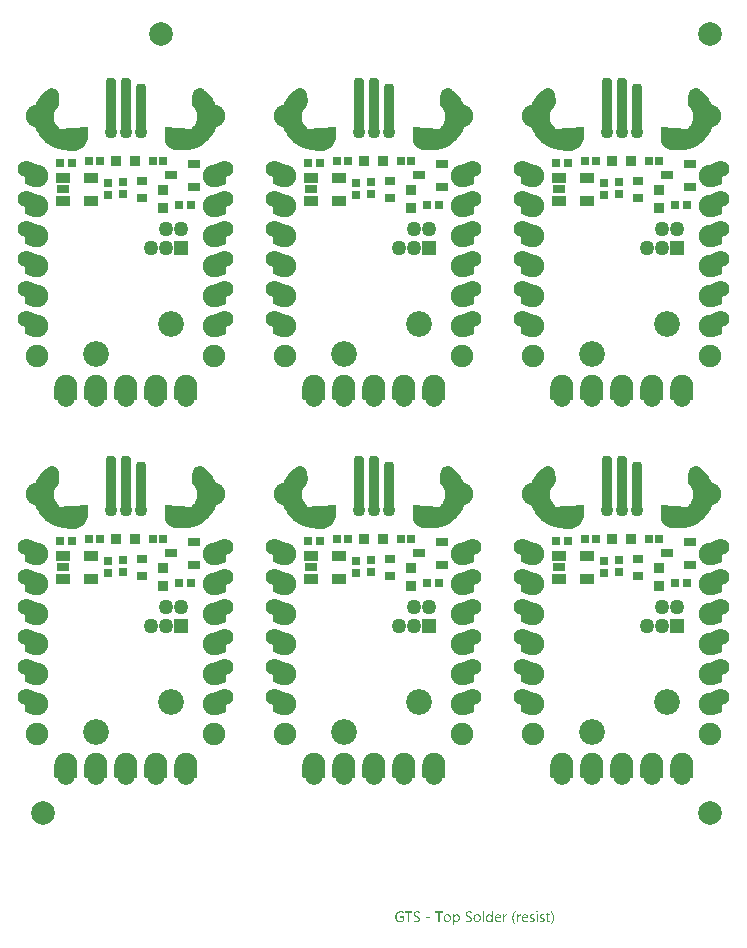
<source format=gts>
G04*
G04 #@! TF.GenerationSoftware,Altium Limited,Altium Designer,21.9.2 (33)*
G04*
G04 Layer_Color=8388736*
%FSAX26Y26*%
%MOIN*%
G70*
G04*
G04 #@! TF.SameCoordinates,A79AF696-8D6D-4074-B618-5125023845C1*
G04*
G04*
G04 #@! TF.FilePolarity,Negative*
G04*
G01*
G75*
G04:AMPARAMS|DCode=13|XSize=35.433mil|YSize=188.976mil|CornerRadius=13.819mil|HoleSize=0mil|Usage=FLASHONLY|Rotation=360.000|XOffset=0mil|YOffset=0mil|HoleType=Round|Shape=RoundedRectangle|*
%AMROUNDEDRECTD13*
21,1,0.035433,0.161339,0,0,360.0*
21,1,0.007795,0.188976,0,0,360.0*
1,1,0.027638,0.003898,-0.080669*
1,1,0.027638,-0.003898,-0.080669*
1,1,0.027638,-0.003898,0.080669*
1,1,0.027638,0.003898,0.080669*
%
%ADD13ROUNDEDRECTD13*%
G04:AMPARAMS|DCode=14|XSize=35.433mil|YSize=169.291mil|CornerRadius=13.819mil|HoleSize=0mil|Usage=FLASHONLY|Rotation=360.000|XOffset=0mil|YOffset=0mil|HoleType=Round|Shape=RoundedRectangle|*
%AMROUNDEDRECTD14*
21,1,0.035433,0.141654,0,0,360.0*
21,1,0.007795,0.169291,0,0,360.0*
1,1,0.027638,0.003898,-0.070827*
1,1,0.027638,-0.003898,-0.070827*
1,1,0.027638,-0.003898,0.070827*
1,1,0.027638,0.003898,0.070827*
%
%ADD14ROUNDEDRECTD14*%
%ADD31C,0.043307*%
%ADD48C,0.000394*%
%ADD49R,0.037402X0.029528*%
%ADD50R,0.025591X0.027559*%
%ADD51R,0.037906X0.035906*%
%ADD52R,0.045276X0.033465*%
%ADD53R,0.040157X0.028346*%
%ADD54R,0.041339X0.029528*%
%ADD55R,0.027559X0.031496*%
%ADD56R,0.027559X0.025591*%
%ADD57R,0.027559X0.025591*%
%ADD58R,0.037402X0.037402*%
%ADD59C,0.078740*%
%ADD60C,0.005906*%
%ADD61C,0.085906*%
%ADD62C,0.074803*%
%ADD63C,0.055118*%
%ADD64R,0.049606X0.049606*%
%ADD65C,0.049606*%
G36*
X01506909Y01944948D02*
X01507476Y01944936D01*
X01507488Y01944935D01*
X01507503Y01944935D01*
X01507568Y01944930D01*
X01507634Y01944928D01*
X01508227Y01944878D01*
X01508797Y01944834D01*
X01508810Y01944832D01*
X01508824Y01944831D01*
X01508888Y01944822D01*
X01508955Y01944817D01*
X01509555Y01944732D01*
X01510111Y01944657D01*
X01510122Y01944655D01*
X01510137Y01944653D01*
X01510200Y01944641D01*
X01510267Y01944631D01*
X01510863Y01944513D01*
X01510872Y01944511D01*
X01511413Y01944407D01*
X01511424Y01944405D01*
X01511439Y01944402D01*
X01511502Y01944386D01*
X01511567Y01944373D01*
X01512147Y01944223D01*
X01512173Y01944217D01*
X01512698Y01944085D01*
X01512709Y01944082D01*
X01512724Y01944078D01*
X01512787Y01944058D01*
X01512851Y01944042D01*
X01513425Y01943859D01*
X01513964Y01943691D01*
X01513976Y01943686D01*
X01513989Y01943682D01*
X01514049Y01943660D01*
X01514114Y01943639D01*
X01514679Y01943423D01*
X01515206Y01943226D01*
X01515216Y01943222D01*
X01515230Y01943216D01*
X01515290Y01943190D01*
X01515352Y01943167D01*
X01515905Y01942919D01*
X01516419Y01942693D01*
X01516430Y01942688D01*
X01516443Y01942682D01*
X01516500Y01942653D01*
X01516562Y01942625D01*
X01517101Y01942347D01*
X01517601Y01942093D01*
X01517612Y01942086D01*
X01517624Y01942080D01*
X01517680Y01942048D01*
X01517740Y01942017D01*
X01518265Y01941707D01*
X01518747Y01941427D01*
X01518756Y01941421D01*
X01518770Y01941413D01*
X01518823Y01941377D01*
X01518881Y01941343D01*
X01519387Y01941005D01*
X01519407Y01940992D01*
X01519854Y01940698D01*
X01519872Y01940685D01*
X01519876Y01940682D01*
X01519880Y01940680D01*
X01525639Y01936651D01*
X01526119Y01936295D01*
X01526600Y01935943D01*
X01526651Y01935900D01*
X01526704Y01935861D01*
X01527163Y01935478D01*
X01527623Y01935100D01*
X01527671Y01935055D01*
X01527722Y01935013D01*
X01528156Y01934608D01*
X01528597Y01934201D01*
X01538704Y01924340D01*
X01539117Y01923914D01*
X01539536Y01923486D01*
X01539581Y01923435D01*
X01539626Y01923388D01*
X01540017Y01922937D01*
X01540409Y01922488D01*
X01540449Y01922437D01*
X01540494Y01922386D01*
X01540864Y01921906D01*
X01541225Y01921444D01*
X01549601Y01910076D01*
X01549935Y01909595D01*
X01550285Y01909098D01*
X01550321Y01909041D01*
X01550358Y01908987D01*
X01550668Y01908482D01*
X01550985Y01907973D01*
X01551016Y01907915D01*
X01551051Y01907858D01*
X01551335Y01907331D01*
X01551621Y01906810D01*
X01558045Y01894235D01*
X01558302Y01893695D01*
X01558561Y01893160D01*
X01558586Y01893099D01*
X01558615Y01893039D01*
X01558841Y01892486D01*
X01559069Y01891936D01*
X01559091Y01891873D01*
X01559117Y01891812D01*
X01559310Y01891251D01*
X01559509Y01890685D01*
X01563812Y01877236D01*
X01563977Y01876665D01*
X01564146Y01876091D01*
X01564162Y01876026D01*
X01564180Y01875963D01*
X01564314Y01875379D01*
X01564450Y01874801D01*
X01564461Y01874737D01*
X01564476Y01874671D01*
X01564578Y01874080D01*
X01564681Y01873496D01*
X01566749Y01859527D01*
X01566820Y01858932D01*
X01566894Y01858344D01*
X01566898Y01858279D01*
X01566906Y01858211D01*
X01566944Y01857610D01*
X01566984Y01857021D01*
X01566985Y01856955D01*
X01566989Y01856888D01*
X01566993Y01856295D01*
X01567001Y01855696D01*
X01566779Y01841577D01*
X01566753Y01840985D01*
X01566730Y01840385D01*
X01566724Y01840318D01*
X01566721Y01840253D01*
X01566661Y01839657D01*
X01566606Y01839066D01*
X01566596Y01839001D01*
X01566589Y01838934D01*
X01566497Y01838345D01*
X01566407Y01837755D01*
X01563902Y01823859D01*
X01563778Y01823268D01*
X01563660Y01822690D01*
X01563644Y01822627D01*
X01563630Y01822561D01*
X01563474Y01821979D01*
X01563324Y01821408D01*
X01563304Y01821346D01*
X01563286Y01821281D01*
X01563098Y01820710D01*
X01562916Y01820147D01*
X01558193Y01806840D01*
X01557974Y01806276D01*
X01557765Y01805727D01*
X01557738Y01805667D01*
X01557714Y01805604D01*
X01557466Y01805055D01*
X01557225Y01804516D01*
X01557195Y01804457D01*
X01557167Y01804396D01*
X01556889Y01803863D01*
X01556618Y01803338D01*
X01549802Y01790971D01*
X01549503Y01790463D01*
X01549200Y01789941D01*
X01549163Y01789885D01*
X01549130Y01789829D01*
X01548802Y01789336D01*
X01548472Y01788834D01*
X01548432Y01788781D01*
X01548395Y01788726D01*
X01548039Y01788252D01*
X01547682Y01787770D01*
X01538953Y01776670D01*
X01538572Y01776213D01*
X01538192Y01775752D01*
X01538147Y01775703D01*
X01538105Y01775652D01*
X01537699Y01775216D01*
X01537293Y01774777D01*
X01537246Y01774731D01*
X01537200Y01774682D01*
X01536769Y01774269D01*
X01536342Y01773855D01*
X01525930Y01764316D01*
X01525477Y01763923D01*
X01525031Y01763532D01*
X01524978Y01763491D01*
X01524928Y01763448D01*
X01524459Y01763086D01*
X01523986Y01762716D01*
X01523931Y01762678D01*
X01523879Y01762638D01*
X01523395Y01762305D01*
X01522898Y01761960D01*
X01522458Y01761672D01*
X01520164Y01759748D01*
X01503459Y01750103D01*
X01485334Y01743506D01*
X01466338Y01740157D01*
X01456693Y01740157D01*
X01456693Y01740157D01*
X01425893Y01740157D01*
X01422335Y01740157D01*
X01415355Y01741545D01*
X01408780Y01744268D01*
X01402862Y01748222D01*
X01397830Y01753255D01*
X01393876Y01759172D01*
X01391153Y01765747D01*
X01389764Y01772727D01*
X01389764Y01776286D01*
X01389764Y01776285D01*
X01389764Y01814744D01*
X01480822Y01808582D01*
X01480854Y01808747D01*
X01480973Y01809354D01*
X01480987Y01809410D01*
X01480997Y01809464D01*
X01481148Y01810048D01*
X01481298Y01810639D01*
X01481315Y01810693D01*
X01481329Y01810748D01*
X01481512Y01811320D01*
X01481695Y01811904D01*
X01481715Y01811957D01*
X01481732Y01812011D01*
X01481946Y01812571D01*
X01482162Y01813144D01*
X01482185Y01813196D01*
X01482205Y01813249D01*
X01482452Y01813800D01*
X01482698Y01814357D01*
X01482724Y01814407D01*
X01482747Y01814459D01*
X01483031Y01815008D01*
X01483301Y01815537D01*
X01483329Y01815584D01*
X01483356Y01815636D01*
X01483666Y01816162D01*
X01483969Y01816682D01*
X01484001Y01816730D01*
X01484030Y01816778D01*
X01484366Y01817280D01*
X01484701Y01817787D01*
X01484734Y01817832D01*
X01484766Y01817880D01*
X01485135Y01818370D01*
X01485493Y01818850D01*
X01485529Y01818893D01*
X01485564Y01818938D01*
X01485952Y01819398D01*
X01486344Y01819866D01*
X01489443Y01823365D01*
X01494241Y01830691D01*
X01497326Y01838271D01*
X01498897Y01846301D01*
X01498897Y01854484D01*
X01497325Y01862515D01*
X01494239Y01870093D01*
X01489440Y01877419D01*
X01486341Y01880918D01*
X01486048Y01881268D01*
X01485753Y01881608D01*
X01485700Y01881673D01*
X01485622Y01881773D01*
X01485555Y01881853D01*
X01485539Y01881874D01*
X01485496Y01881925D01*
X01485191Y01882330D01*
X01484889Y01882722D01*
X01484798Y01882853D01*
X01484699Y01882984D01*
X01484418Y01883405D01*
X01484138Y01883814D01*
X01484054Y01883951D01*
X01483964Y01884087D01*
X01483709Y01884518D01*
X01483449Y01884946D01*
X01483372Y01885090D01*
X01483290Y01885229D01*
X01483062Y01885670D01*
X01482825Y01886116D01*
X01482756Y01886264D01*
X01482682Y01886407D01*
X01482479Y01886861D01*
X01482267Y01887318D01*
X01482207Y01887469D01*
X01482141Y01887617D01*
X01481963Y01888084D01*
X01481778Y01888550D01*
X01481727Y01888704D01*
X01481669Y01888855D01*
X01481518Y01889331D01*
X01481359Y01889808D01*
X01481316Y01889964D01*
X01481267Y01890118D01*
X01481142Y01890603D01*
X01481010Y01891087D01*
X01480977Y01891245D01*
X01480936Y01891402D01*
X01480839Y01891891D01*
X01480734Y01892383D01*
X01480709Y01892545D01*
X01480678Y01892702D01*
X01480609Y01893193D01*
X01480532Y01893693D01*
X01480516Y01893855D01*
X01480493Y01894014D01*
X01480452Y01894507D01*
X01480402Y01895012D01*
X01480396Y01895177D01*
X01480382Y01895335D01*
X01480369Y01895831D01*
X01480348Y01896337D01*
X01480350Y01896499D01*
X01480346Y01896660D01*
X01480350Y01909447D01*
X01480349Y01910964D01*
X01480363Y01911444D01*
X01480369Y01911928D01*
X01480381Y01912110D01*
X01480386Y01912289D01*
X01480426Y01912765D01*
X01480459Y01913251D01*
X01480753Y01916286D01*
X01480813Y01916765D01*
X01480866Y01917242D01*
X01480895Y01917421D01*
X01480918Y01917601D01*
X01481004Y01918074D01*
X01481084Y01918550D01*
X01481670Y01921542D01*
X01481775Y01922010D01*
X01481874Y01922484D01*
X01481921Y01922659D01*
X01481961Y01922835D01*
X01482093Y01923298D01*
X01482218Y01923764D01*
X01483090Y01926686D01*
X01483242Y01927144D01*
X01483385Y01927603D01*
X01483449Y01927773D01*
X01483505Y01927945D01*
X01483680Y01928390D01*
X01483851Y01928844D01*
X01484416Y01930229D01*
X01484416Y01930231D01*
X01484417Y01930232D01*
X01484426Y01930256D01*
X01484452Y01930314D01*
X01484476Y01930377D01*
X01484714Y01930909D01*
X01484949Y01931444D01*
X01484956Y01931458D01*
X01484961Y01931468D01*
X01484990Y01931526D01*
X01485018Y01931587D01*
X01485281Y01932096D01*
X01485550Y01932626D01*
X01485557Y01932638D01*
X01485563Y01932650D01*
X01485596Y01932707D01*
X01485626Y01932765D01*
X01485922Y01933266D01*
X01486216Y01933772D01*
X01486223Y01933783D01*
X01486230Y01933795D01*
X01486266Y01933850D01*
X01486300Y01933907D01*
X01486627Y01934397D01*
X01486945Y01934879D01*
X01486952Y01934889D01*
X01486960Y01934901D01*
X01487000Y01934955D01*
X01487036Y01935009D01*
X01487387Y01935475D01*
X01487735Y01935944D01*
X01487744Y01935955D01*
X01487751Y01935965D01*
X01487793Y01936014D01*
X01487833Y01936068D01*
X01488206Y01936509D01*
X01488583Y01936962D01*
X01488593Y01936973D01*
X01488601Y01936982D01*
X01488646Y01937031D01*
X01488688Y01937081D01*
X01489088Y01937503D01*
X01489487Y01937931D01*
X01489496Y01937940D01*
X01489506Y01937950D01*
X01489554Y01937996D01*
X01489599Y01938044D01*
X01489599Y01938044D01*
X01490030Y01938451D01*
X01490444Y01938849D01*
X01490455Y01938857D01*
X01490464Y01938867D01*
X01490514Y01938909D01*
X01490562Y01938955D01*
X01491007Y01939330D01*
X01491451Y01939710D01*
X01491462Y01939718D01*
X01491472Y01939727D01*
X01491525Y01939768D01*
X01491575Y01939810D01*
X01492040Y01940159D01*
X01492505Y01940515D01*
X01492516Y01940522D01*
X01492527Y01940530D01*
X01492582Y01940567D01*
X01492634Y01940607D01*
X01493122Y01940933D01*
X01493602Y01941258D01*
X01493613Y01941265D01*
X01493625Y01941273D01*
X01493681Y01941307D01*
X01493736Y01941343D01*
X01494247Y01941644D01*
X01494739Y01941939D01*
X01494750Y01941945D01*
X01494763Y01941953D01*
X01494821Y01941983D01*
X01494878Y01942017D01*
X01495407Y01942290D01*
X01495913Y01942556D01*
X01495926Y01942562D01*
X01495937Y01942568D01*
X01495995Y01942594D01*
X01496055Y01942625D01*
X01496598Y01942868D01*
X01497119Y01943105D01*
X01497131Y01943110D01*
X01497144Y01943116D01*
X01497205Y01943139D01*
X01497265Y01943167D01*
X01497814Y01943376D01*
X01498354Y01943586D01*
X01498368Y01943591D01*
X01498380Y01943595D01*
X01498441Y01943615D01*
X01498504Y01943639D01*
X01499065Y01943818D01*
X01499615Y01943997D01*
X01499627Y01944001D01*
X01499640Y01944005D01*
X01499704Y01944022D01*
X01499767Y01944042D01*
X01500344Y01944190D01*
X01500359Y01944195D01*
X01500896Y01944337D01*
X01500906Y01944339D01*
X01500922Y01944343D01*
X01500987Y01944357D01*
X01501050Y01944373D01*
X01501641Y01944490D01*
X01502194Y01944604D01*
X01502207Y01944606D01*
X01502221Y01944609D01*
X01502284Y01944618D01*
X01502350Y01944631D01*
X01502951Y01944716D01*
X01503506Y01944798D01*
X01503517Y01944799D01*
X01503532Y01944802D01*
X01503597Y01944807D01*
X01503663Y01944817D01*
X01504255Y01944867D01*
X01504286Y01944869D01*
X01504826Y01944919D01*
X01504837Y01944919D01*
X01504852Y01944920D01*
X01504919Y01944923D01*
X01504984Y01944928D01*
X01505585Y01944945D01*
X01506150Y01944965D01*
X01506163Y01944964D01*
X01506177Y01944965D01*
X01506241Y01944964D01*
X01506309Y01944965D01*
X01506909Y01944948D01*
X01506909Y01944948D02*
G37*
G36*
X00680138Y01944948D02*
X00680704Y01944936D01*
X00680717Y01944935D01*
X00680731Y01944935D01*
X00680796Y01944930D01*
X00680862Y01944928D01*
X00681456Y01944878D01*
X00682025Y01944834D01*
X00682038Y01944832D01*
X00682052Y01944831D01*
X00682116Y01944822D01*
X00682183Y01944817D01*
X00682783Y01944732D01*
X00683339Y01944657D01*
X00683350Y01944655D01*
X00683366Y01944653D01*
X00683429Y01944641D01*
X00683495Y01944631D01*
X00684092Y01944513D01*
X00684100Y01944511D01*
X00684641Y01944407D01*
X00684652Y01944405D01*
X00684667Y01944402D01*
X00684730Y01944386D01*
X00684796Y01944373D01*
X00685375Y01944223D01*
X00685401Y01944217D01*
X00685927Y01944085D01*
X00685937Y01944082D01*
X00685952Y01944078D01*
X00686015Y01944058D01*
X00686079Y01944042D01*
X00686653Y01943859D01*
X00687192Y01943691D01*
X00687205Y01943686D01*
X00687218Y01943682D01*
X00687277Y01943660D01*
X00687342Y01943639D01*
X00687907Y01943423D01*
X00688434Y01943226D01*
X00688444Y01943222D01*
X00688459Y01943216D01*
X00688519Y01943190D01*
X00688580Y01943167D01*
X00689133Y01942919D01*
X00689647Y01942693D01*
X00689658Y01942688D01*
X00689672Y01942682D01*
X00689729Y01942653D01*
X00689790Y01942625D01*
X00690329Y01942347D01*
X00690829Y01942093D01*
X00690840Y01942086D01*
X00690853Y01942080D01*
X00690908Y01942048D01*
X00690968Y01942017D01*
X00691493Y01941707D01*
X00691975Y01941427D01*
X00691985Y01941421D01*
X00691998Y01941413D01*
X00692052Y01941377D01*
X00692110Y01941343D01*
X00692615Y01941005D01*
X00692635Y01940992D01*
X00693082Y01940698D01*
X00693100Y01940685D01*
X00693104Y01940682D01*
X00693108Y01940680D01*
X00698868Y01936651D01*
X00699348Y01936295D01*
X00699828Y01935943D01*
X00699879Y01935900D01*
X00699932Y01935861D01*
X00700391Y01935478D01*
X00700851Y01935100D01*
X00700899Y01935055D01*
X00700951Y01935013D01*
X00701385Y01934608D01*
X00701825Y01934201D01*
X00711932Y01924340D01*
X00712345Y01923914D01*
X00712764Y01923486D01*
X00712809Y01923435D01*
X00712854Y01923388D01*
X00713245Y01922937D01*
X00713638Y01922488D01*
X00713678Y01922437D01*
X00713722Y01922386D01*
X00714092Y01921906D01*
X00714454Y01921444D01*
X00722830Y01910076D01*
X00723163Y01909595D01*
X00723513Y01909098D01*
X00723549Y01909041D01*
X00723586Y01908987D01*
X00723896Y01908482D01*
X00724213Y01907973D01*
X00724245Y01907915D01*
X00724280Y01907858D01*
X00724564Y01907331D01*
X00724849Y01906810D01*
X00731273Y01894235D01*
X00731530Y01893695D01*
X00731789Y01893160D01*
X00731814Y01893099D01*
X00731843Y01893039D01*
X00732069Y01892486D01*
X00732298Y01891936D01*
X00732320Y01891873D01*
X00732345Y01891812D01*
X00732538Y01891251D01*
X00732737Y01890685D01*
X00737040Y01877236D01*
X00737205Y01876665D01*
X00737375Y01876091D01*
X00737390Y01876026D01*
X00737408Y01875963D01*
X00737542Y01875379D01*
X00737678Y01874801D01*
X00737690Y01874737D01*
X00737705Y01874671D01*
X00737806Y01874080D01*
X00737909Y01873496D01*
X00739977Y01859527D01*
X00740048Y01858932D01*
X00740122Y01858344D01*
X00740126Y01858279D01*
X00740135Y01858211D01*
X00740172Y01857610D01*
X00740213Y01857021D01*
X00740213Y01856955D01*
X00740218Y01856888D01*
X00740222Y01856295D01*
X00740229Y01855696D01*
X00740008Y01841577D01*
X00739981Y01840985D01*
X00739959Y01840385D01*
X00739952Y01840318D01*
X00739949Y01840253D01*
X00739890Y01839657D01*
X00739834Y01839066D01*
X00739824Y01839001D01*
X00739817Y01838934D01*
X00739725Y01838345D01*
X00739635Y01837755D01*
X00737130Y01823859D01*
X00737006Y01823268D01*
X00736889Y01822690D01*
X00736872Y01822627D01*
X00736858Y01822561D01*
X00736702Y01821979D01*
X00736552Y01821408D01*
X00736532Y01821346D01*
X00736514Y01821281D01*
X00736326Y01820710D01*
X00736144Y01820147D01*
X00731421Y01806840D01*
X00731203Y01806276D01*
X00730994Y01805727D01*
X00730967Y01805667D01*
X00730942Y01805604D01*
X00730694Y01805055D01*
X00730454Y01804516D01*
X00730423Y01804457D01*
X00730396Y01804396D01*
X00730117Y01803863D01*
X00729847Y01803338D01*
X00723031Y01790971D01*
X00722732Y01790463D01*
X00722429Y01789941D01*
X00722392Y01789885D01*
X00722359Y01789829D01*
X00722030Y01789336D01*
X00721700Y01788834D01*
X00721660Y01788781D01*
X00721623Y01788726D01*
X00721268Y01788252D01*
X00720910Y01787770D01*
X00712181Y01776670D01*
X00711800Y01776213D01*
X00711420Y01775752D01*
X00711375Y01775703D01*
X00711333Y01775652D01*
X00710927Y01775216D01*
X00710522Y01774777D01*
X00710474Y01774731D01*
X00710429Y01774682D01*
X00709997Y01774269D01*
X00709570Y01773855D01*
X00699159Y01764316D01*
X00698705Y01763923D01*
X00698259Y01763532D01*
X00698207Y01763491D01*
X00698157Y01763448D01*
X00697688Y01763086D01*
X00697215Y01762716D01*
X00697159Y01762678D01*
X00697107Y01762638D01*
X00696623Y01762305D01*
X00696126Y01761960D01*
X00695686Y01761672D01*
X00693392Y01759748D01*
X00676688Y01750103D01*
X00658562Y01743506D01*
X00639566Y01740157D01*
X00629922Y01740157D01*
X00629922Y01740157D01*
X00599122Y01740157D01*
X00595563Y01740157D01*
X00588583Y01741545D01*
X00582008Y01744268D01*
X00576091Y01748222D01*
X00571058Y01753255D01*
X00567105Y01759172D01*
X00564381Y01765747D01*
X00562993Y01772727D01*
X00562993Y01776286D01*
X00562993Y01776285D01*
X00562993Y01814744D01*
X00654050Y01808582D01*
X00654083Y01808747D01*
X00654201Y01809354D01*
X00654215Y01809410D01*
X00654226Y01809464D01*
X00654376Y01810048D01*
X00654526Y01810639D01*
X00654543Y01810693D01*
X00654557Y01810748D01*
X00654740Y01811320D01*
X00654923Y01811904D01*
X00654943Y01811957D01*
X00654960Y01812011D01*
X00655174Y01812571D01*
X00655390Y01813144D01*
X00655413Y01813196D01*
X00655433Y01813249D01*
X00655680Y01813800D01*
X00655926Y01814357D01*
X00655952Y01814407D01*
X00655975Y01814459D01*
X00656259Y01815008D01*
X00656529Y01815537D01*
X00656557Y01815584D01*
X00656584Y01815636D01*
X00656894Y01816162D01*
X00657198Y01816682D01*
X00657229Y01816730D01*
X00657258Y01816778D01*
X00657594Y01817280D01*
X00657929Y01817787D01*
X00657963Y01817832D01*
X00657995Y01817880D01*
X00658364Y01818370D01*
X00658722Y01818850D01*
X00658758Y01818893D01*
X00658792Y01818938D01*
X00659180Y01819398D01*
X00659572Y01819866D01*
X00662671Y01823365D01*
X00667469Y01830691D01*
X00670554Y01838271D01*
X00672126Y01846301D01*
X00672125Y01854484D01*
X00670553Y01862515D01*
X00667467Y01870093D01*
X00662668Y01877419D01*
X00659569Y01880918D01*
X00659277Y01881268D01*
X00658982Y01881608D01*
X00658928Y01881673D01*
X00658851Y01881773D01*
X00658783Y01881853D01*
X00658767Y01881874D01*
X00658725Y01881925D01*
X00658419Y01882330D01*
X00658117Y01882722D01*
X00658027Y01882853D01*
X00657928Y01882984D01*
X00657647Y01883405D01*
X00657366Y01883814D01*
X00657282Y01883951D01*
X00657192Y01884087D01*
X00656937Y01884518D01*
X00656677Y01884946D01*
X00656601Y01885090D01*
X00656519Y01885229D01*
X00656291Y01885670D01*
X00656053Y01886116D01*
X00655984Y01886264D01*
X00655911Y01886407D01*
X00655707Y01886861D01*
X00655495Y01887318D01*
X00655436Y01887469D01*
X00655370Y01887617D01*
X00655192Y01888084D01*
X00655006Y01888550D01*
X00654955Y01888704D01*
X00654897Y01888855D01*
X00654746Y01889331D01*
X00654587Y01889808D01*
X00654544Y01889964D01*
X00654495Y01890118D01*
X00654370Y01890603D01*
X00654239Y01891087D01*
X00654205Y01891245D01*
X00654165Y01891402D01*
X00654067Y01891891D01*
X00653963Y01892383D01*
X00653938Y01892545D01*
X00653907Y01892702D01*
X00653837Y01893193D01*
X00653760Y01893693D01*
X00653744Y01893855D01*
X00653722Y01894014D01*
X00653680Y01894507D01*
X00653631Y01895012D01*
X00653624Y01895177D01*
X00653611Y01895335D01*
X00653597Y01895831D01*
X00653576Y01896337D01*
X00653578Y01896499D01*
X00653574Y01896660D01*
X00653578Y01909447D01*
X00653578Y01910964D01*
X00653591Y01911444D01*
X00653597Y01911928D01*
X00653609Y01912110D01*
X00653614Y01912289D01*
X00653654Y01912765D01*
X00653688Y01913251D01*
X00653981Y01916286D01*
X00654042Y01916765D01*
X00654094Y01917242D01*
X00654124Y01917421D01*
X00654146Y01917601D01*
X00654233Y01918074D01*
X00654312Y01918550D01*
X00654898Y01921542D01*
X00655003Y01922010D01*
X00655102Y01922484D01*
X00655149Y01922659D01*
X00655189Y01922835D01*
X00655321Y01923298D01*
X00655446Y01923764D01*
X00656319Y01926686D01*
X00656470Y01927144D01*
X00656613Y01927603D01*
X00656677Y01927773D01*
X00656734Y01927945D01*
X00656909Y01928390D01*
X00657079Y01928844D01*
X00657644Y01930229D01*
X00657644Y01930231D01*
X00657645Y01930232D01*
X00657655Y01930256D01*
X00657680Y01930314D01*
X00657705Y01930377D01*
X00657943Y01930909D01*
X00658178Y01931444D01*
X00658185Y01931458D01*
X00658189Y01931468D01*
X00658219Y01931526D01*
X00658246Y01931587D01*
X00658509Y01932096D01*
X00658778Y01932626D01*
X00658785Y01932638D01*
X00658791Y01932650D01*
X00658825Y01932707D01*
X00658854Y01932765D01*
X00659150Y01933266D01*
X00659444Y01933772D01*
X00659451Y01933783D01*
X00659458Y01933795D01*
X00659494Y01933850D01*
X00659528Y01933907D01*
X00659855Y01934397D01*
X00660173Y01934879D01*
X00660180Y01934889D01*
X00660188Y01934901D01*
X00660228Y01934955D01*
X00660264Y01935009D01*
X00660615Y01935475D01*
X00660963Y01935944D01*
X00660972Y01935955D01*
X00660980Y01935965D01*
X00661021Y01936014D01*
X00661061Y01936068D01*
X00661434Y01936509D01*
X00661811Y01936962D01*
X00661821Y01936973D01*
X00661829Y01936982D01*
X00661875Y01937031D01*
X00661917Y01937081D01*
X00662316Y01937503D01*
X00662716Y01937931D01*
X00662725Y01937940D01*
X00662734Y01937950D01*
X00662782Y01937996D01*
X00662827Y01938044D01*
X00662827Y01938044D01*
X00663258Y01938451D01*
X00663673Y01938849D01*
X00663683Y01938857D01*
X00663693Y01938867D01*
X00663742Y01938909D01*
X00663790Y01938955D01*
X00664235Y01939330D01*
X00664680Y01939710D01*
X00664690Y01939718D01*
X00664701Y01939727D01*
X00664754Y01939768D01*
X00664803Y01939810D01*
X00665268Y01940159D01*
X00665733Y01940515D01*
X00665744Y01940522D01*
X00665755Y01940530D01*
X00665810Y01940567D01*
X00665862Y01940607D01*
X00666351Y01940933D01*
X00666831Y01941258D01*
X00666842Y01941265D01*
X00666853Y01941273D01*
X00666910Y01941307D01*
X00666965Y01941343D01*
X00667475Y01941644D01*
X00667968Y01941939D01*
X00667979Y01941945D01*
X00667991Y01941953D01*
X00668049Y01941983D01*
X00668106Y01942017D01*
X00668635Y01942290D01*
X00669141Y01942556D01*
X00669154Y01942562D01*
X00669165Y01942568D01*
X00669223Y01942594D01*
X00669284Y01942625D01*
X00669826Y01942868D01*
X00670348Y01943105D01*
X00670359Y01943110D01*
X00670372Y01943116D01*
X00670433Y01943139D01*
X00670494Y01943167D01*
X00671042Y01943376D01*
X00671583Y01943586D01*
X00671597Y01943591D01*
X00671608Y01943595D01*
X00671670Y01943615D01*
X00671732Y01943639D01*
X00672293Y01943818D01*
X00672843Y01943997D01*
X00672856Y01944001D01*
X00672869Y01944005D01*
X00672932Y01944022D01*
X00672995Y01944042D01*
X00673572Y01944190D01*
X00673587Y01944195D01*
X00674124Y01944337D01*
X00674135Y01944339D01*
X00674150Y01944343D01*
X00674216Y01944357D01*
X00674279Y01944373D01*
X00674869Y01944490D01*
X00675423Y01944604D01*
X00675435Y01944606D01*
X00675449Y01944609D01*
X00675512Y01944618D01*
X00675579Y01944631D01*
X00676179Y01944716D01*
X00676734Y01944798D01*
X00676745Y01944799D01*
X00676761Y01944802D01*
X00676826Y01944807D01*
X00676891Y01944817D01*
X00677484Y01944867D01*
X00677514Y01944869D01*
X00678054Y01944919D01*
X00678065Y01944919D01*
X00678081Y01944920D01*
X00678147Y01944923D01*
X00678212Y01944928D01*
X00678813Y01944945D01*
X00679379Y01944965D01*
X00679391Y01944964D01*
X00679406Y01944965D01*
X00679469Y01944964D01*
X00679537Y01944965D01*
X00680138Y01944948D01*
X00680138Y01944948D02*
G37*
G36*
X-00146634Y01944948D02*
X-00146068Y01944936D01*
X-00146055Y01944935D01*
X-00146041Y01944935D01*
X-00145976Y01944930D01*
X-00145910Y01944928D01*
X-00145316Y01944878D01*
X-00144746Y01944834D01*
X-00144734Y01944832D01*
X-00144720Y01944831D01*
X-00144655Y01944822D01*
X-00144589Y01944817D01*
X-00143988Y01944732D01*
X-00143432Y01944657D01*
X-00143421Y01944655D01*
X-00143406Y01944653D01*
X-00143343Y01944641D01*
X-00143276Y01944631D01*
X-00142680Y01944513D01*
X-00142671Y01944511D01*
X-00142131Y01944407D01*
X-00142120Y01944405D01*
X-00142105Y01944402D01*
X-00142041Y01944386D01*
X-00141976Y01944373D01*
X-00141396Y01944223D01*
X-00141370Y01944217D01*
X-00140845Y01944085D01*
X-00140834Y01944082D01*
X-00140819Y01944078D01*
X-00140756Y01944058D01*
X-00140693Y01944042D01*
X-00140119Y01943859D01*
X-00139579Y01943691D01*
X-00139567Y01943686D01*
X-00139554Y01943682D01*
X-00139495Y01943660D01*
X-00139430Y01943639D01*
X-00138864Y01943423D01*
X-00138338Y01943226D01*
X-00138328Y01943222D01*
X-00138313Y01943216D01*
X-00138253Y01943190D01*
X-00138191Y01943167D01*
X-00137639Y01942919D01*
X-00137124Y01942693D01*
X-00137113Y01942688D01*
X-00137100Y01942682D01*
X-00137043Y01942653D01*
X-00136981Y01942625D01*
X-00136442Y01942347D01*
X-00135943Y01942093D01*
X-00135932Y01942086D01*
X-00135919Y01942080D01*
X-00135864Y01942048D01*
X-00135804Y01942017D01*
X-00135279Y01941707D01*
X-00134796Y01941427D01*
X-00134787Y01941421D01*
X-00134774Y01941413D01*
X-00134720Y01941377D01*
X-00134662Y01941343D01*
X-00134156Y01941005D01*
X-00134136Y01940992D01*
X-00133689Y01940698D01*
X-00133671Y01940685D01*
X-00133667Y01940682D01*
X-00133664Y01940680D01*
X-00127904Y01936651D01*
X-00127424Y01936295D01*
X-00126944Y01935943D01*
X-00126893Y01935900D01*
X-00126840Y01935861D01*
X-00126380Y01935478D01*
X-00125921Y01935100D01*
X-00125872Y01935055D01*
X-00125821Y01935013D01*
X-00125387Y01934608D01*
X-00124946Y01934201D01*
X-00114840Y01924340D01*
X-00114426Y01923914D01*
X-00114007Y01923486D01*
X-00113963Y01923435D01*
X-00113917Y01923388D01*
X-00113527Y01922937D01*
X-00113134Y01922488D01*
X-00113094Y01922437D01*
X-00113050Y01922386D01*
X-00112679Y01921906D01*
X-00112318Y01921444D01*
X-00103942Y01910076D01*
X-00103608Y01909595D01*
X-00103259Y01909098D01*
X-00103223Y01909041D01*
X-00103186Y01908987D01*
X-00102875Y01908482D01*
X-00102559Y01907973D01*
X-00102527Y01907915D01*
X-00102492Y01907858D01*
X-00102208Y01907331D01*
X-00101923Y01906810D01*
X-00095498Y01894235D01*
X-00095241Y01893695D01*
X-00094983Y01893160D01*
X-00094957Y01893099D01*
X-00094929Y01893039D01*
X-00094703Y01892486D01*
X-00094474Y01891936D01*
X-00094452Y01891873D01*
X-00094427Y01891812D01*
X-00094234Y01891251D01*
X-00094035Y01890685D01*
X-00089732Y01877236D01*
X-00089567Y01876665D01*
X-00089397Y01876091D01*
X-00089382Y01876026D01*
X-00089363Y01875963D01*
X-00089230Y01875379D01*
X-00089093Y01874801D01*
X-00089082Y01874737D01*
X-00089067Y01874671D01*
X-00088966Y01874080D01*
X-00088862Y01873496D01*
X-00086794Y01859527D01*
X-00086723Y01858932D01*
X-00086650Y01858344D01*
X-00086645Y01858279D01*
X-00086637Y01858211D01*
X-00086599Y01857610D01*
X-00086559Y01857021D01*
X-00086558Y01856955D01*
X-00086554Y01856888D01*
X-00086550Y01856295D01*
X-00086543Y01855696D01*
X-00086764Y01841577D01*
X-00086790Y01840985D01*
X-00086813Y01840385D01*
X-00086819Y01840318D01*
X-00086822Y01840253D01*
X-00086882Y01839657D01*
X-00086938Y01839066D01*
X-00086948Y01839001D01*
X-00086954Y01838934D01*
X-00087047Y01838345D01*
X-00087136Y01837755D01*
X-00089642Y01823859D01*
X-00089765Y01823268D01*
X-00089883Y01822690D01*
X-00089900Y01822627D01*
X-00089913Y01822561D01*
X-00090070Y01821979D01*
X-00090220Y01821408D01*
X-00090240Y01821346D01*
X-00090257Y01821281D01*
X-00090445Y01820710D01*
X-00090628Y01820147D01*
X-00095351Y01806840D01*
X-00095569Y01806276D01*
X-00095778Y01805727D01*
X-00095805Y01805667D01*
X-00095829Y01805604D01*
X-00096078Y01805055D01*
X-00096318Y01804516D01*
X-00096348Y01804457D01*
X-00096376Y01804396D01*
X-00096654Y01803863D01*
X-00096925Y01803338D01*
X-00103741Y01790971D01*
X-00104040Y01790463D01*
X-00104343Y01789941D01*
X-00104380Y01789885D01*
X-00104413Y01789829D01*
X-00104741Y01789336D01*
X-00105072Y01788834D01*
X-00105111Y01788781D01*
X-00105148Y01788726D01*
X-00105504Y01788252D01*
X-00105862Y01787770D01*
X-00114591Y01776670D01*
X-00114972Y01776213D01*
X-00115351Y01775752D01*
X-00115397Y01775703D01*
X-00115439Y01775652D01*
X-00115845Y01775216D01*
X-00116250Y01774777D01*
X-00116298Y01774731D01*
X-00116343Y01774682D01*
X-00116774Y01774269D01*
X-00117202Y01773855D01*
X-00127613Y01764316D01*
X-00128067Y01763923D01*
X-00128513Y01763532D01*
X-00128565Y01763491D01*
X-00128615Y01763448D01*
X-00129084Y01763086D01*
X-00129557Y01762716D01*
X-00129612Y01762678D01*
X-00129664Y01762638D01*
X-00130149Y01762305D01*
X-00130646Y01761960D01*
X-00131086Y01761672D01*
X-00133380Y01759748D01*
X-00150084Y01750103D01*
X-00168210Y01743506D01*
X-00187206Y01740157D01*
X-00196850Y01740157D01*
X-00196850Y01740157D01*
X-00227650Y01740157D01*
X-00231208Y01740157D01*
X-00238189Y01741545D01*
X-00244764Y01744268D01*
X-00250681Y01748222D01*
X-00255713Y01753255D01*
X-00259667Y01759172D01*
X-00262391Y01765747D01*
X-00263779Y01772727D01*
X-00263779Y01776286D01*
X-00263779Y01776285D01*
X-00263779Y01814744D01*
X-00172722Y01808582D01*
X-00172689Y01808747D01*
X-00172571Y01809354D01*
X-00172557Y01809410D01*
X-00172546Y01809464D01*
X-00172395Y01810048D01*
X-00172245Y01810639D01*
X-00172228Y01810693D01*
X-00172214Y01810748D01*
X-00172032Y01811320D01*
X-00171849Y01811904D01*
X-00171828Y01811957D01*
X-00171811Y01812011D01*
X-00171597Y01812571D01*
X-00171381Y01813144D01*
X-00171358Y01813196D01*
X-00171338Y01813249D01*
X-00171091Y01813800D01*
X-00170845Y01814357D01*
X-00170820Y01814407D01*
X-00170797Y01814459D01*
X-00170513Y01815008D01*
X-00170242Y01815537D01*
X-00170215Y01815584D01*
X-00170188Y01815636D01*
X-00169877Y01816162D01*
X-00169574Y01816682D01*
X-00169542Y01816730D01*
X-00169514Y01816778D01*
X-00169178Y01817280D01*
X-00168843Y01817787D01*
X-00168809Y01817832D01*
X-00168777Y01817880D01*
X-00168408Y01818370D01*
X-00168050Y01818850D01*
X-00168014Y01818893D01*
X-00167980Y01818938D01*
X-00167592Y01819398D01*
X-00167200Y01819866D01*
X-00164101Y01823365D01*
X-00159302Y01830691D01*
X-00156218Y01838271D01*
X-00154646Y01846301D01*
X-00154646Y01854484D01*
X-00156219Y01862515D01*
X-00159304Y01870093D01*
X-00164103Y01877419D01*
X-00167202Y01880918D01*
X-00167495Y01881268D01*
X-00167790Y01881608D01*
X-00167844Y01881673D01*
X-00167921Y01881773D01*
X-00167989Y01881853D01*
X-00168005Y01881874D01*
X-00168047Y01881925D01*
X-00168352Y01882330D01*
X-00168655Y01882722D01*
X-00168745Y01882853D01*
X-00168844Y01882984D01*
X-00169125Y01883405D01*
X-00169406Y01883814D01*
X-00169490Y01883951D01*
X-00169580Y01884087D01*
X-00169834Y01884518D01*
X-00170095Y01884946D01*
X-00170171Y01885090D01*
X-00170253Y01885229D01*
X-00170481Y01885670D01*
X-00170719Y01886116D01*
X-00170787Y01886264D01*
X-00170861Y01886407D01*
X-00171064Y01886861D01*
X-00171276Y01887318D01*
X-00171336Y01887469D01*
X-00171402Y01887617D01*
X-00171580Y01888084D01*
X-00171765Y01888550D01*
X-00171817Y01888704D01*
X-00171874Y01888855D01*
X-00172026Y01889331D01*
X-00172185Y01889808D01*
X-00172227Y01889964D01*
X-00172276Y01890118D01*
X-00172401Y01890603D01*
X-00172533Y01891087D01*
X-00172567Y01891245D01*
X-00172607Y01891402D01*
X-00172704Y01891891D01*
X-00172809Y01892383D01*
X-00172834Y01892545D01*
X-00172865Y01892702D01*
X-00172934Y01893193D01*
X-00173012Y01893693D01*
X-00173028Y01893855D01*
X-00173050Y01894014D01*
X-00173091Y01894507D01*
X-00173141Y01895012D01*
X-00173148Y01895177D01*
X-00173161Y01895335D01*
X-00173175Y01895831D01*
X-00173196Y01896337D01*
X-00173193Y01896499D01*
X-00173198Y01896660D01*
X-00173194Y01909447D01*
X-00173194Y01910964D01*
X-00173181Y01911444D01*
X-00173175Y01911928D01*
X-00173162Y01912110D01*
X-00173157Y01912289D01*
X-00173117Y01912765D01*
X-00173084Y01913251D01*
X-00172790Y01916286D01*
X-00172730Y01916765D01*
X-00172678Y01917242D01*
X-00172648Y01917421D01*
X-00172625Y01917601D01*
X-00172539Y01918074D01*
X-00172460Y01918550D01*
X-00171874Y01921542D01*
X-00171768Y01922010D01*
X-00171669Y01922484D01*
X-00171622Y01922659D01*
X-00171583Y01922835D01*
X-00171451Y01923298D01*
X-00171326Y01923764D01*
X-00170453Y01926686D01*
X-00170302Y01927144D01*
X-00170159Y01927603D01*
X-00170095Y01927773D01*
X-00170038Y01927945D01*
X-00169863Y01928390D01*
X-00169693Y01928844D01*
X-00169128Y01930229D01*
X-00169127Y01930231D01*
X-00169127Y01930232D01*
X-00169117Y01930256D01*
X-00169091Y01930314D01*
X-00169067Y01930377D01*
X-00168829Y01930909D01*
X-00168594Y01931444D01*
X-00168587Y01931458D01*
X-00168582Y01931468D01*
X-00168553Y01931526D01*
X-00168526Y01931587D01*
X-00168263Y01932096D01*
X-00167994Y01932626D01*
X-00167986Y01932638D01*
X-00167981Y01932650D01*
X-00167947Y01932707D01*
X-00167917Y01932765D01*
X-00167622Y01933266D01*
X-00167328Y01933772D01*
X-00167321Y01933783D01*
X-00167314Y01933795D01*
X-00167278Y01933850D01*
X-00167244Y01933907D01*
X-00166916Y01934397D01*
X-00166599Y01934879D01*
X-00166591Y01934889D01*
X-00166583Y01934901D01*
X-00166544Y01934955D01*
X-00166507Y01935009D01*
X-00166156Y01935475D01*
X-00165809Y01935944D01*
X-00165799Y01935955D01*
X-00165792Y01935965D01*
X-00165750Y01936014D01*
X-00165710Y01936068D01*
X-00165338Y01936509D01*
X-00164960Y01936962D01*
X-00164951Y01936973D01*
X-00164942Y01936982D01*
X-00164897Y01937031D01*
X-00164855Y01937081D01*
X-00164456Y01937503D01*
X-00164056Y01937931D01*
X-00164047Y01937940D01*
X-00164037Y01937950D01*
X-00163990Y01937996D01*
X-00163945Y01938044D01*
X-00163945Y01938044D01*
X-00163514Y01938451D01*
X-00163099Y01938849D01*
X-00163089Y01938857D01*
X-00163079Y01938867D01*
X-00163029Y01938909D01*
X-00162981Y01938955D01*
X-00162537Y01939330D01*
X-00162092Y01939710D01*
X-00162082Y01939718D01*
X-00162071Y01939727D01*
X-00162018Y01939768D01*
X-00161968Y01939810D01*
X-00161504Y01940159D01*
X-00161038Y01940515D01*
X-00161028Y01940522D01*
X-00161017Y01940530D01*
X-00160962Y01940567D01*
X-00160909Y01940607D01*
X-00160421Y01940933D01*
X-00159941Y01941258D01*
X-00159930Y01941265D01*
X-00159918Y01941273D01*
X-00159862Y01941307D01*
X-00159807Y01941343D01*
X-00159297Y01941644D01*
X-00158804Y01941939D01*
X-00158793Y01941945D01*
X-00158780Y01941953D01*
X-00158723Y01941983D01*
X-00158666Y01942017D01*
X-00158137Y01942290D01*
X-00157630Y01942556D01*
X-00157618Y01942562D01*
X-00157606Y01942568D01*
X-00157548Y01942594D01*
X-00157488Y01942625D01*
X-00156945Y01942868D01*
X-00156424Y01943105D01*
X-00156412Y01943110D01*
X-00156399Y01943116D01*
X-00156338Y01943139D01*
X-00156278Y01943167D01*
X-00155729Y01943376D01*
X-00155189Y01943586D01*
X-00155175Y01943591D01*
X-00155163Y01943595D01*
X-00155102Y01943615D01*
X-00155040Y01943639D01*
X-00154478Y01943818D01*
X-00153929Y01943997D01*
X-00153916Y01944001D01*
X-00153903Y01944005D01*
X-00153840Y01944022D01*
X-00153777Y01944042D01*
X-00153200Y01944190D01*
X-00153185Y01944195D01*
X-00152647Y01944337D01*
X-00152637Y01944339D01*
X-00152621Y01944343D01*
X-00152556Y01944357D01*
X-00152493Y01944373D01*
X-00151903Y01944490D01*
X-00151349Y01944604D01*
X-00151336Y01944606D01*
X-00151323Y01944609D01*
X-00151260Y01944618D01*
X-00151193Y01944631D01*
X-00150593Y01944716D01*
X-00150038Y01944798D01*
X-00150027Y01944799D01*
X-00150011Y01944802D01*
X-00149946Y01944807D01*
X-00149881Y01944817D01*
X-00149288Y01944867D01*
X-00149257Y01944869D01*
X-00148718Y01944919D01*
X-00148707Y01944919D01*
X-00148691Y01944920D01*
X-00148624Y01944923D01*
X-00148560Y01944928D01*
X-00147959Y01944945D01*
X-00147393Y01944965D01*
X-00147380Y01944964D01*
X-00147366Y01944965D01*
X-00147303Y01944964D01*
X-00147235Y01944965D01*
X-00146634Y01944948D01*
X-00146634Y01944948D02*
G37*
G36*
X01013445Y01944964D02*
X01013509Y01944965D01*
X01013523Y01944964D01*
X01013535Y01944965D01*
X01014101Y01944945D01*
X01014702Y01944928D01*
X01014767Y01944923D01*
X01014833Y01944920D01*
X01014849Y01944919D01*
X01014860Y01944919D01*
X01015400Y01944869D01*
X01015431Y01944867D01*
X01016023Y01944817D01*
X01016088Y01944807D01*
X01016154Y01944802D01*
X01016169Y01944799D01*
X01016180Y01944798D01*
X01016735Y01944716D01*
X01017336Y01944631D01*
X01017402Y01944618D01*
X01017465Y01944609D01*
X01017479Y01944606D01*
X01017492Y01944604D01*
X01018045Y01944490D01*
X01018636Y01944373D01*
X01018699Y01944357D01*
X01018764Y01944343D01*
X01018780Y01944339D01*
X01018790Y01944337D01*
X01019327Y01944195D01*
X01019342Y01944190D01*
X01019919Y01944042D01*
X01019982Y01944022D01*
X01020045Y01944005D01*
X01020059Y01944001D01*
X01020071Y01943997D01*
X01020621Y01943818D01*
X01021182Y01943639D01*
X01021245Y01943615D01*
X01021306Y01943595D01*
X01021318Y01943591D01*
X01021331Y01943586D01*
X01021872Y01943376D01*
X01022420Y01943167D01*
X01022481Y01943139D01*
X01022542Y01943116D01*
X01022555Y01943110D01*
X01022567Y01943105D01*
X01023088Y01942868D01*
X01023630Y01942625D01*
X01023691Y01942594D01*
X01023749Y01942568D01*
X01023760Y01942562D01*
X01023773Y01942556D01*
X01024279Y01942290D01*
X01024808Y01942017D01*
X01024865Y01941983D01*
X01024923Y01941953D01*
X01024936Y01941945D01*
X01024946Y01941939D01*
X01025439Y01941644D01*
X01025950Y01941343D01*
X01026004Y01941307D01*
X01026061Y01941273D01*
X01026073Y01941265D01*
X01026084Y01941258D01*
X01026563Y01940933D01*
X01027052Y01940607D01*
X01027104Y01940567D01*
X01027159Y01940530D01*
X01027170Y01940522D01*
X01027181Y01940515D01*
X01027646Y01940159D01*
X01028111Y01939810D01*
X01028160Y01939768D01*
X01028214Y01939727D01*
X01028224Y01939718D01*
X01028235Y01939710D01*
X01028679Y01939330D01*
X01029124Y01938955D01*
X01029172Y01938909D01*
X01029222Y01938867D01*
X01029231Y01938857D01*
X01029242Y01938849D01*
X01029656Y01938451D01*
X01030087Y01938044D01*
X01030087Y01938044D01*
X01030132Y01937996D01*
X01030180Y01937950D01*
X01030189Y01937940D01*
X01030199Y01937931D01*
X01030598Y01937503D01*
X01030998Y01937081D01*
X01031040Y01937031D01*
X01031085Y01936982D01*
X01031093Y01936973D01*
X01031103Y01936962D01*
X01031480Y01936509D01*
X01031853Y01936068D01*
X01031893Y01936014D01*
X01031935Y01935965D01*
X01031942Y01935955D01*
X01031951Y01935944D01*
X01032299Y01935475D01*
X01032650Y01935009D01*
X01032686Y01934955D01*
X01032726Y01934901D01*
X01032734Y01934889D01*
X01032741Y01934879D01*
X01033059Y01934397D01*
X01033386Y01933907D01*
X01033420Y01933850D01*
X01033456Y01933795D01*
X01033463Y01933783D01*
X01033470Y01933772D01*
X01033764Y01933266D01*
X01034060Y01932765D01*
X01034090Y01932707D01*
X01034123Y01932650D01*
X01034129Y01932638D01*
X01034136Y01932626D01*
X01034405Y01932096D01*
X01034668Y01931587D01*
X01034696Y01931526D01*
X01034725Y01931468D01*
X01034729Y01931458D01*
X01034736Y01931444D01*
X01034972Y01930909D01*
X01035210Y01930377D01*
X01035234Y01930314D01*
X01035260Y01930256D01*
X01035269Y01930232D01*
X01035270Y01930231D01*
X01035270Y01930229D01*
X01035835Y01928844D01*
X01036005Y01928390D01*
X01036181Y01927945D01*
X01036237Y01927773D01*
X01036301Y01927603D01*
X01036444Y01927144D01*
X01036595Y01926686D01*
X01037468Y01923764D01*
X01037593Y01923298D01*
X01037725Y01922835D01*
X01037765Y01922659D01*
X01037812Y01922484D01*
X01037911Y01922010D01*
X01038016Y01921542D01*
X01038602Y01918550D01*
X01038682Y01918074D01*
X01038768Y01917601D01*
X01038791Y01917421D01*
X01038820Y01917242D01*
X01038873Y01916765D01*
X01038933Y01916286D01*
X01039227Y01913251D01*
X01039260Y01912765D01*
X01039300Y01912289D01*
X01039305Y01912110D01*
X01039317Y01911928D01*
X01039323Y01911444D01*
X01039337Y01910964D01*
X01039336Y01909447D01*
X01039340Y01896661D01*
X01039336Y01896499D01*
X01039338Y01896337D01*
X01039318Y01895835D01*
X01039304Y01895336D01*
X01039290Y01895176D01*
X01039284Y01895012D01*
X01039234Y01894509D01*
X01039193Y01894015D01*
X01039170Y01893856D01*
X01039154Y01893693D01*
X01039077Y01893196D01*
X01039008Y01892702D01*
X01038976Y01892544D01*
X01038952Y01892383D01*
X01038847Y01891891D01*
X01038750Y01891402D01*
X01038709Y01891246D01*
X01038676Y01891087D01*
X01038543Y01890599D01*
X01038419Y01890118D01*
X01038370Y01889966D01*
X01038327Y01889808D01*
X01038168Y01889331D01*
X01038017Y01888855D01*
X01037959Y01888704D01*
X01037908Y01888550D01*
X01037723Y01888085D01*
X01037545Y01887617D01*
X01037478Y01887468D01*
X01037419Y01887318D01*
X01037208Y01886864D01*
X01037004Y01886407D01*
X01036930Y01886263D01*
X01036861Y01886116D01*
X01036625Y01885673D01*
X01036396Y01885229D01*
X01036313Y01885089D01*
X01036237Y01884946D01*
X01035977Y01884518D01*
X01035723Y01884087D01*
X01035632Y01883952D01*
X01035549Y01883814D01*
X01035268Y01883405D01*
X01034987Y01882984D01*
X01034888Y01882853D01*
X01034797Y01882722D01*
X01034494Y01882329D01*
X01034190Y01881925D01*
X01034147Y01881874D01*
X01034131Y01881853D01*
X01034065Y01881775D01*
X01033986Y01881673D01*
X01033933Y01881608D01*
X01033635Y01881264D01*
X01033345Y01880918D01*
X01030246Y01877419D01*
X01025447Y01870093D01*
X01022361Y01862515D01*
X01020789Y01854484D01*
X01020788Y01846301D01*
X01022360Y01838271D01*
X01025445Y01830691D01*
X01030243Y01823365D01*
X01033342Y01819866D01*
X01033730Y01819402D01*
X01034122Y01818938D01*
X01034157Y01818893D01*
X01034193Y01818850D01*
X01034552Y01818368D01*
X01034920Y01817880D01*
X01034951Y01817832D01*
X01034985Y01817787D01*
X01035322Y01817278D01*
X01035656Y01816778D01*
X01035685Y01816729D01*
X01035716Y01816682D01*
X01036017Y01816167D01*
X01036330Y01815636D01*
X01036358Y01815583D01*
X01036385Y01815537D01*
X01036655Y01815007D01*
X01036939Y01814459D01*
X01036962Y01814408D01*
X01036988Y01814357D01*
X01037238Y01813791D01*
X01037481Y01813249D01*
X01037501Y01813197D01*
X01037524Y01813144D01*
X01037744Y01812559D01*
X01037954Y01812011D01*
X01037970Y01811958D01*
X01037991Y01811904D01*
X01038175Y01811318D01*
X01038357Y01810748D01*
X01038371Y01810693D01*
X01038388Y01810639D01*
X01038536Y01810053D01*
X01038688Y01809465D01*
X01038699Y01809409D01*
X01038713Y01809354D01*
X01038831Y01808751D01*
X01038864Y01808582D01*
X01129922Y01814744D01*
X01129922Y01776285D01*
X01129921Y01776286D01*
X01129922Y01772727D01*
X01128533Y01765747D01*
X01125810Y01759172D01*
X01121856Y01753255D01*
X01116823Y01748222D01*
X01110906Y01744268D01*
X01104331Y01741545D01*
X01097351Y01740157D01*
X01093793Y01740157D01*
X01062993Y01740157D01*
X01062993Y01740157D01*
X01053348Y01740157D01*
X01034352Y01743506D01*
X01016227Y01750103D01*
X00999522Y01759748D01*
X00997228Y01761672D01*
X00996788Y01761960D01*
X00996291Y01762305D01*
X00995807Y01762638D01*
X00995755Y01762678D01*
X00995700Y01762716D01*
X00995227Y01763086D01*
X00994758Y01763448D01*
X00994708Y01763491D01*
X00994655Y01763532D01*
X00994209Y01763923D01*
X00993756Y01764316D01*
X00983344Y01773855D01*
X00982917Y01774269D01*
X00982485Y01774682D01*
X00982440Y01774731D01*
X00982393Y01774777D01*
X00981987Y01775216D01*
X00981581Y01775652D01*
X00981539Y01775703D01*
X00981494Y01775752D01*
X00981114Y01776213D01*
X00980733Y01776670D01*
X00972004Y01787770D01*
X00971647Y01788252D01*
X00971291Y01788726D01*
X00971254Y01788781D01*
X00971214Y01788834D01*
X00970884Y01789336D01*
X00970556Y01789829D01*
X00970523Y01789885D01*
X00970485Y01789941D01*
X00970183Y01790463D01*
X00969884Y01790971D01*
X00963068Y01803338D01*
X00962797Y01803863D01*
X00962519Y01804396D01*
X00962491Y01804457D01*
X00962461Y01804516D01*
X00962220Y01805055D01*
X00961972Y01805604D01*
X00961947Y01805667D01*
X00961921Y01805727D01*
X00961712Y01806276D01*
X00961493Y01806840D01*
X00956770Y01820147D01*
X00956588Y01820710D01*
X00956400Y01821281D01*
X00956382Y01821346D01*
X00956362Y01821408D01*
X00956212Y01821979D01*
X00956056Y01822561D01*
X00956042Y01822627D01*
X00956025Y01822690D01*
X00955908Y01823268D01*
X00955784Y01823859D01*
X00953279Y01837755D01*
X00953189Y01838345D01*
X00953097Y01838934D01*
X00953090Y01839001D01*
X00953080Y01839066D01*
X00953024Y01839657D01*
X00952965Y01840253D01*
X00952962Y01840318D01*
X00952956Y01840385D01*
X00952933Y01840985D01*
X00952907Y01841577D01*
X00952685Y01855696D01*
X00952692Y01856295D01*
X00952697Y01856888D01*
X00952701Y01856955D01*
X00952702Y01857021D01*
X00952742Y01857610D01*
X00952780Y01858211D01*
X00952788Y01858279D01*
X00952792Y01858344D01*
X00952866Y01858932D01*
X00952937Y01859527D01*
X00955005Y01873496D01*
X00955108Y01874080D01*
X00955209Y01874671D01*
X00955225Y01874737D01*
X00955236Y01874801D01*
X00955372Y01875379D01*
X00955506Y01875963D01*
X00955524Y01876026D01*
X00955539Y01876091D01*
X00955709Y01876665D01*
X00955874Y01877236D01*
X00960177Y01890685D01*
X00960376Y01891251D01*
X00960569Y01891812D01*
X00960594Y01891873D01*
X00960616Y01891936D01*
X00960845Y01892486D01*
X00961071Y01893039D01*
X00961100Y01893099D01*
X00961125Y01893160D01*
X00961384Y01893695D01*
X00961641Y01894235D01*
X00968065Y01906810D01*
X00968351Y01907331D01*
X00968635Y01907858D01*
X00968670Y01907915D01*
X00968701Y01907973D01*
X00969018Y01908482D01*
X00969328Y01908987D01*
X00969365Y01909041D01*
X00969401Y01909098D01*
X00969751Y01909595D01*
X00970084Y01910076D01*
X00978461Y01921444D01*
X00978822Y01921906D01*
X00979192Y01922386D01*
X00979236Y01922437D01*
X00979277Y01922488D01*
X00979669Y01922937D01*
X00980060Y01923388D01*
X00980105Y01923435D01*
X00980150Y01923486D01*
X00980569Y01923914D01*
X00980982Y01924340D01*
X00991089Y01934201D01*
X00991530Y01934608D01*
X00991964Y01935013D01*
X00992015Y01935055D01*
X00992063Y01935100D01*
X00992523Y01935478D01*
X00992982Y01935861D01*
X00993035Y01935900D01*
X00993086Y01935943D01*
X00993567Y01936295D01*
X00994047Y01936651D01*
X00999806Y01940680D01*
X00999810Y01940682D01*
X00999814Y01940685D01*
X00999832Y01940698D01*
X01000279Y01940992D01*
X01000299Y01941005D01*
X01000804Y01941343D01*
X01000862Y01941377D01*
X01000916Y01941413D01*
X01000929Y01941421D01*
X01000939Y01941427D01*
X01001421Y01941707D01*
X01001946Y01942017D01*
X01002006Y01942048D01*
X01002062Y01942080D01*
X01002074Y01942086D01*
X01002085Y01942093D01*
X01002585Y01942347D01*
X01003124Y01942625D01*
X01003186Y01942653D01*
X01003243Y01942682D01*
X01003256Y01942688D01*
X01003267Y01942693D01*
X01003781Y01942919D01*
X01004334Y01943167D01*
X01004396Y01943190D01*
X01004456Y01943216D01*
X01004470Y01943222D01*
X01004480Y01943226D01*
X01005007Y01943423D01*
X01005572Y01943639D01*
X01005637Y01943660D01*
X01005697Y01943682D01*
X01005710Y01943686D01*
X01005722Y01943691D01*
X01006261Y01943859D01*
X01006835Y01944042D01*
X01006899Y01944058D01*
X01006962Y01944078D01*
X01006977Y01944082D01*
X01006987Y01944085D01*
X01007513Y01944217D01*
X01007539Y01944223D01*
X01008119Y01944373D01*
X01008184Y01944386D01*
X01008247Y01944402D01*
X01008262Y01944405D01*
X01008273Y01944407D01*
X01008814Y01944511D01*
X01008822Y01944513D01*
X01009419Y01944631D01*
X01009485Y01944641D01*
X01009548Y01944653D01*
X01009564Y01944655D01*
X01009575Y01944657D01*
X01010131Y01944732D01*
X01010731Y01944817D01*
X01010798Y01944822D01*
X01010862Y01944831D01*
X01010876Y01944832D01*
X01010889Y01944834D01*
X01011459Y01944878D01*
X01012052Y01944928D01*
X01012118Y01944930D01*
X01012183Y01944935D01*
X01012198Y01944935D01*
X01012210Y01944936D01*
X01012777Y01944948D01*
X01013377Y01944965D01*
X01013445Y01944964D01*
X01013445Y01944964D02*
G37*
G36*
X00186674Y01944964D02*
X00186737Y01944965D01*
X00186751Y01944964D01*
X00186764Y01944965D01*
X00187329Y01944945D01*
X00187930Y01944928D01*
X00187995Y01944923D01*
X00188062Y01944920D01*
X00188077Y01944919D01*
X00188089Y01944919D01*
X00188628Y01944869D01*
X00188659Y01944867D01*
X00189251Y01944817D01*
X00189317Y01944807D01*
X00189382Y01944802D01*
X00189398Y01944799D01*
X00189409Y01944798D01*
X00189964Y01944716D01*
X00190564Y01944631D01*
X00190630Y01944618D01*
X00190693Y01944609D01*
X00190707Y01944606D01*
X00190720Y01944604D01*
X00191273Y01944490D01*
X00191864Y01944373D01*
X00191927Y01944357D01*
X00191992Y01944343D01*
X00192008Y01944339D01*
X00192018Y01944337D01*
X00192556Y01944195D01*
X00192571Y01944190D01*
X00193147Y01944042D01*
X00193211Y01944022D01*
X00193274Y01944005D01*
X00193287Y01944001D01*
X00193299Y01943997D01*
X00193849Y01943818D01*
X00194410Y01943639D01*
X00194473Y01943615D01*
X00194534Y01943595D01*
X00194546Y01943591D01*
X00194560Y01943586D01*
X00195100Y01943376D01*
X00195649Y01943167D01*
X00195709Y01943139D01*
X00195770Y01943116D01*
X00195783Y01943110D01*
X00195795Y01943105D01*
X00196316Y01942868D01*
X00196859Y01942625D01*
X00196919Y01942594D01*
X00196977Y01942568D01*
X00196988Y01942562D01*
X00197001Y01942556D01*
X00197507Y01942290D01*
X00198036Y01942017D01*
X00198093Y01941983D01*
X00198151Y01941953D01*
X00198164Y01941945D01*
X00198175Y01941939D01*
X00198667Y01941644D01*
X00199178Y01941343D01*
X00199233Y01941307D01*
X00199289Y01941273D01*
X00199301Y01941265D01*
X00199312Y01941258D01*
X00199792Y01940933D01*
X00200280Y01940607D01*
X00200333Y01940567D01*
X00200387Y01940530D01*
X00200398Y01940522D01*
X00200409Y01940515D01*
X00200875Y01940159D01*
X00201339Y01939810D01*
X00201389Y01939768D01*
X00201442Y01939727D01*
X00201452Y01939718D01*
X00201463Y01939710D01*
X00201908Y01939330D01*
X00202352Y01938955D01*
X00202400Y01938909D01*
X00202450Y01938867D01*
X00202460Y01938857D01*
X00202470Y01938849D01*
X00202885Y01938451D01*
X00203315Y01938044D01*
X00203315Y01938044D01*
X00203360Y01937996D01*
X00203408Y01937950D01*
X00203418Y01937940D01*
X00203427Y01937931D01*
X00203827Y01937503D01*
X00204226Y01937081D01*
X00204268Y01937031D01*
X00204313Y01936982D01*
X00204321Y01936973D01*
X00204331Y01936962D01*
X00204709Y01936509D01*
X00205081Y01936068D01*
X00205121Y01936014D01*
X00205163Y01935965D01*
X00205170Y01935955D01*
X00205179Y01935944D01*
X00205527Y01935475D01*
X00205878Y01935009D01*
X00205914Y01934955D01*
X00205954Y01934901D01*
X00205962Y01934889D01*
X00205969Y01934879D01*
X00206287Y01934397D01*
X00206615Y01933907D01*
X00206648Y01933850D01*
X00206684Y01933795D01*
X00206691Y01933783D01*
X00206698Y01933772D01*
X00206993Y01933266D01*
X00207288Y01932765D01*
X00207318Y01932707D01*
X00207351Y01932650D01*
X00207357Y01932638D01*
X00207364Y01932626D01*
X00207633Y01932096D01*
X00207897Y01931587D01*
X00207924Y01931526D01*
X00207953Y01931468D01*
X00207958Y01931458D01*
X00207965Y01931444D01*
X00208200Y01930909D01*
X00208438Y01930377D01*
X00208462Y01930314D01*
X00208488Y01930256D01*
X00208497Y01930232D01*
X00208498Y01930231D01*
X00208499Y01930229D01*
X00209064Y01928844D01*
X00209234Y01928390D01*
X00209409Y01927945D01*
X00209465Y01927773D01*
X00209529Y01927603D01*
X00209673Y01927144D01*
X00209824Y01926686D01*
X00210696Y01923764D01*
X00210822Y01923298D01*
X00210953Y01922835D01*
X00210993Y01922659D01*
X00211040Y01922484D01*
X00211139Y01922010D01*
X00211244Y01921542D01*
X00211831Y01918550D01*
X00211910Y01918074D01*
X00211996Y01917601D01*
X00212019Y01917421D01*
X00212049Y01917242D01*
X00212101Y01916765D01*
X00212161Y01916286D01*
X00212455Y01913251D01*
X00212488Y01912765D01*
X00212528Y01912289D01*
X00212533Y01912110D01*
X00212546Y01911928D01*
X00212552Y01911444D01*
X00212565Y01910964D01*
X00212564Y01909447D01*
X00212569Y01896661D01*
X00212564Y01896499D01*
X00212567Y01896337D01*
X00212546Y01895835D01*
X00212532Y01895336D01*
X00212519Y01895176D01*
X00212512Y01895012D01*
X00212463Y01894509D01*
X00212421Y01894015D01*
X00212399Y01893856D01*
X00212383Y01893693D01*
X00212306Y01893196D01*
X00212236Y01892702D01*
X00212205Y01892544D01*
X00212180Y01892383D01*
X00212075Y01891891D01*
X00211978Y01891402D01*
X00211938Y01891246D01*
X00211904Y01891087D01*
X00211771Y01890599D01*
X00211647Y01890118D01*
X00211599Y01889966D01*
X00211556Y01889808D01*
X00211397Y01889331D01*
X00211245Y01888855D01*
X00211188Y01888704D01*
X00211136Y01888550D01*
X00210952Y01888085D01*
X00210773Y01887617D01*
X00210707Y01887468D01*
X00210647Y01887318D01*
X00210436Y01886864D01*
X00210232Y01886407D01*
X00210158Y01886263D01*
X00210090Y01886116D01*
X00209853Y01885673D01*
X00209624Y01885229D01*
X00209542Y01885089D01*
X00209465Y01884946D01*
X00209205Y01884518D01*
X00208951Y01884087D01*
X00208861Y01883952D01*
X00208777Y01883814D01*
X00208496Y01883405D01*
X00208215Y01882984D01*
X00208116Y01882853D01*
X00208026Y01882722D01*
X00207722Y01882329D01*
X00207418Y01881925D01*
X00207375Y01881874D01*
X00207359Y01881853D01*
X00207293Y01881775D01*
X00207215Y01881673D01*
X00207161Y01881608D01*
X00206863Y01881264D01*
X00206573Y01880918D01*
X00203474Y01877419D01*
X00198675Y01870093D01*
X00195590Y01862515D01*
X00194017Y01854484D01*
X00194017Y01846301D01*
X00195588Y01838271D01*
X00198673Y01830691D01*
X00203471Y01823365D01*
X00206570Y01819866D01*
X00206959Y01819402D01*
X00207351Y01818938D01*
X00207385Y01818893D01*
X00207421Y01818850D01*
X00207780Y01818368D01*
X00208148Y01817880D01*
X00208179Y01817832D01*
X00208213Y01817787D01*
X00208550Y01817278D01*
X00208885Y01816778D01*
X00208913Y01816729D01*
X00208945Y01816682D01*
X00209245Y01816167D01*
X00209559Y01815636D01*
X00209586Y01815583D01*
X00209613Y01815537D01*
X00209884Y01815007D01*
X00210167Y01814459D01*
X00210190Y01814408D01*
X00210216Y01814357D01*
X00210466Y01813791D01*
X00210709Y01813249D01*
X00210729Y01813197D01*
X00210752Y01813144D01*
X00210972Y01812559D01*
X00211182Y01812011D01*
X00211199Y01811958D01*
X00211220Y01811904D01*
X00211403Y01811318D01*
X00211585Y01810748D01*
X00211600Y01810693D01*
X00211616Y01810639D01*
X00211765Y01810053D01*
X00211917Y01809465D01*
X00211928Y01809409D01*
X00211942Y01809354D01*
X00212059Y01808751D01*
X00212093Y01808582D01*
X00303150Y01814744D01*
X00303150Y01776285D01*
X00303150Y01776286D01*
X00303150Y01772727D01*
X00301761Y01765747D01*
X00299038Y01759172D01*
X00295084Y01753255D01*
X00290052Y01748222D01*
X00284134Y01744268D01*
X00277559Y01741545D01*
X00270579Y01740157D01*
X00267021Y01740157D01*
X00236221Y01740157D01*
X00236221Y01740157D01*
X00226576Y01740157D01*
X00207581Y01743506D01*
X00189455Y01750103D01*
X00172750Y01759748D01*
X00170457Y01761672D01*
X00170017Y01761960D01*
X00169519Y01762305D01*
X00169035Y01762638D01*
X00168983Y01762678D01*
X00168928Y01762716D01*
X00168455Y01763086D01*
X00167986Y01763448D01*
X00167936Y01763491D01*
X00167883Y01763532D01*
X00167438Y01763923D01*
X00166984Y01764316D01*
X00156573Y01773855D01*
X00156145Y01774269D01*
X00155714Y01774682D01*
X00155668Y01774731D01*
X00155621Y01774777D01*
X00155216Y01775216D01*
X00154810Y01775652D01*
X00154767Y01775703D01*
X00154722Y01775752D01*
X00154343Y01776213D01*
X00153961Y01776670D01*
X00145232Y01787770D01*
X00144875Y01788252D01*
X00144519Y01788726D01*
X00144482Y01788781D01*
X00144443Y01788834D01*
X00144112Y01789336D01*
X00143784Y01789829D01*
X00143751Y01789885D01*
X00143714Y01789941D01*
X00143411Y01790463D01*
X00143112Y01790971D01*
X00136296Y01803338D01*
X00136025Y01803863D01*
X00135747Y01804396D01*
X00135719Y01804457D01*
X00135689Y01804516D01*
X00135449Y01805055D01*
X00135200Y01805604D01*
X00135176Y01805667D01*
X00135149Y01805727D01*
X00134940Y01806276D01*
X00134722Y01806840D01*
X00129999Y01820147D01*
X00129816Y01820710D01*
X00129628Y01821281D01*
X00129611Y01821346D01*
X00129590Y01821408D01*
X00129441Y01821979D01*
X00129284Y01822561D01*
X00129270Y01822627D01*
X00129254Y01822690D01*
X00129136Y01823268D01*
X00129012Y01823859D01*
X00126507Y01837755D01*
X00126418Y01838345D01*
X00126325Y01838934D01*
X00126318Y01839001D01*
X00126309Y01839066D01*
X00126253Y01839657D01*
X00126193Y01840253D01*
X00126190Y01840318D01*
X00126184Y01840385D01*
X00126161Y01840985D01*
X00126135Y01841577D01*
X00125913Y01855696D01*
X00125921Y01856295D01*
X00125925Y01856888D01*
X00125929Y01856955D01*
X00125930Y01857021D01*
X00125970Y01857610D01*
X00126008Y01858211D01*
X00126016Y01858279D01*
X00126020Y01858344D01*
X00126094Y01858932D01*
X00126165Y01859527D01*
X00128233Y01873496D01*
X00128337Y01874080D01*
X00128438Y01874671D01*
X00128453Y01874737D01*
X00128464Y01874801D01*
X00128600Y01875379D01*
X00128734Y01875963D01*
X00128752Y01876026D01*
X00128768Y01876091D01*
X00128937Y01876665D01*
X00129102Y01877236D01*
X00133406Y01890685D01*
X00133605Y01891251D01*
X00133798Y01891812D01*
X00133823Y01891873D01*
X00133845Y01891936D01*
X00134073Y01892486D01*
X00134299Y01893039D01*
X00134328Y01893099D01*
X00134353Y01893160D01*
X00134612Y01893695D01*
X00134869Y01894235D01*
X00141293Y01906810D01*
X00141579Y01907331D01*
X00141863Y01907858D01*
X00141898Y01907915D01*
X00141929Y01907973D01*
X00142246Y01908482D01*
X00142557Y01908987D01*
X00142594Y01909041D01*
X00142630Y01909098D01*
X00142979Y01909595D01*
X00143313Y01910076D01*
X00151689Y01921444D01*
X00152050Y01921906D01*
X00152420Y01922386D01*
X00152465Y01922437D01*
X00152505Y01922488D01*
X00152898Y01922937D01*
X00153288Y01923388D01*
X00153333Y01923435D01*
X00153378Y01923486D01*
X00153797Y01923914D01*
X00154210Y01924340D01*
X00164317Y01934201D01*
X00164758Y01934608D01*
X00165192Y01935013D01*
X00165243Y01935055D01*
X00165292Y01935100D01*
X00165751Y01935478D01*
X00166210Y01935861D01*
X00166264Y01935900D01*
X00166315Y01935943D01*
X00166795Y01936295D01*
X00167275Y01936651D01*
X00173035Y01940680D01*
X00173038Y01940682D01*
X00173042Y01940685D01*
X00173060Y01940698D01*
X00173507Y01940992D01*
X00173527Y01941005D01*
X00174033Y01941343D01*
X00174091Y01941377D01*
X00174144Y01941413D01*
X00174158Y01941421D01*
X00174167Y01941427D01*
X00174650Y01941707D01*
X00175174Y01942017D01*
X00175235Y01942048D01*
X00175290Y01942080D01*
X00175303Y01942086D01*
X00175313Y01942093D01*
X00175813Y01942347D01*
X00176352Y01942625D01*
X00176414Y01942653D01*
X00176471Y01942682D01*
X00176484Y01942688D01*
X00176495Y01942693D01*
X00177010Y01942919D01*
X00177562Y01943167D01*
X00177624Y01943190D01*
X00177684Y01943216D01*
X00177698Y01943222D01*
X00177709Y01943226D01*
X00178235Y01943423D01*
X00178800Y01943639D01*
X00178865Y01943660D01*
X00178925Y01943682D01*
X00178938Y01943686D01*
X00178950Y01943691D01*
X00179489Y01943859D01*
X00180063Y01944042D01*
X00180127Y01944058D01*
X00180190Y01944078D01*
X00180205Y01944082D01*
X00180216Y01944085D01*
X00180741Y01944217D01*
X00180767Y01944223D01*
X00181347Y01944373D01*
X00181412Y01944386D01*
X00181475Y01944402D01*
X00181490Y01944405D01*
X00181501Y01944407D01*
X00182042Y01944511D01*
X00182051Y01944513D01*
X00182647Y01944631D01*
X00182714Y01944641D01*
X00182777Y01944653D01*
X00182792Y01944655D01*
X00182803Y01944657D01*
X00183359Y01944732D01*
X00183959Y01944817D01*
X00184026Y01944822D01*
X00184090Y01944831D01*
X00184105Y01944832D01*
X00184117Y01944834D01*
X00184687Y01944878D01*
X00185280Y01944928D01*
X00185346Y01944930D01*
X00185412Y01944935D01*
X00185426Y01944935D01*
X00185439Y01944936D01*
X00186005Y01944948D01*
X00186605Y01944965D01*
X00186674Y01944964D01*
X00186674Y01944964D02*
G37*
G36*
X-00640098Y01944964D02*
X-00640035Y01944965D01*
X-00640021Y01944964D01*
X-00640008Y01944965D01*
X-00639442Y01944945D01*
X-00638841Y01944928D01*
X-00638777Y01944923D01*
X-00638710Y01944920D01*
X-00638694Y01944919D01*
X-00638683Y01944919D01*
X-00638143Y01944869D01*
X-00638113Y01944867D01*
X-00637520Y01944817D01*
X-00637455Y01944807D01*
X-00637390Y01944802D01*
X-00637374Y01944799D01*
X-00637363Y01944798D01*
X-00636808Y01944716D01*
X-00636208Y01944631D01*
X-00636141Y01944618D01*
X-00636078Y01944609D01*
X-00636065Y01944606D01*
X-00636052Y01944604D01*
X-00635498Y01944490D01*
X-00634908Y01944373D01*
X-00634845Y01944357D01*
X-00634780Y01944343D01*
X-00634764Y01944339D01*
X-00634754Y01944337D01*
X-00634216Y01944195D01*
X-00634201Y01944190D01*
X-00633624Y01944042D01*
X-00633561Y01944022D01*
X-00633498Y01944005D01*
X-00633485Y01944001D01*
X-00633472Y01943997D01*
X-00632922Y01943818D01*
X-00632361Y01943639D01*
X-00632299Y01943615D01*
X-00632237Y01943595D01*
X-00632226Y01943591D01*
X-00632212Y01943586D01*
X-00631672Y01943376D01*
X-00631123Y01943167D01*
X-00631063Y01943139D01*
X-00631002Y01943116D01*
X-00630989Y01943110D01*
X-00630977Y01943105D01*
X-00630456Y01942868D01*
X-00629913Y01942625D01*
X-00629853Y01942594D01*
X-00629795Y01942568D01*
X-00629783Y01942562D01*
X-00629770Y01942556D01*
X-00629264Y01942290D01*
X-00628735Y01942017D01*
X-00628678Y01941983D01*
X-00628620Y01941953D01*
X-00628608Y01941945D01*
X-00628597Y01941939D01*
X-00628104Y01941644D01*
X-00627594Y01941343D01*
X-00627539Y01941307D01*
X-00627482Y01941273D01*
X-00627471Y01941265D01*
X-00627460Y01941258D01*
X-00626980Y01940933D01*
X-00626492Y01940607D01*
X-00626439Y01940567D01*
X-00626384Y01940530D01*
X-00626373Y01940522D01*
X-00626363Y01940515D01*
X-00625897Y01940159D01*
X-00625433Y01939810D01*
X-00625383Y01939768D01*
X-00625330Y01939727D01*
X-00625319Y01939718D01*
X-00625309Y01939710D01*
X-00624864Y01939330D01*
X-00624420Y01938955D01*
X-00624372Y01938909D01*
X-00624322Y01938867D01*
X-00624312Y01938857D01*
X-00624302Y01938849D01*
X-00623887Y01938451D01*
X-00623456Y01938044D01*
X-00623456Y01938044D01*
X-00623411Y01937996D01*
X-00623364Y01937950D01*
X-00623354Y01937940D01*
X-00623345Y01937931D01*
X-00622945Y01937503D01*
X-00622546Y01937081D01*
X-00622504Y01937031D01*
X-00622458Y01936982D01*
X-00622450Y01936973D01*
X-00622441Y01936962D01*
X-00622063Y01936509D01*
X-00621691Y01936068D01*
X-00621650Y01936014D01*
X-00621609Y01935965D01*
X-00621602Y01935955D01*
X-00621592Y01935944D01*
X-00621245Y01935475D01*
X-00620894Y01935009D01*
X-00620857Y01934955D01*
X-00620818Y01934901D01*
X-00620810Y01934889D01*
X-00620802Y01934879D01*
X-00620485Y01934397D01*
X-00620157Y01933907D01*
X-00620123Y01933850D01*
X-00620087Y01933795D01*
X-00620080Y01933783D01*
X-00620073Y01933772D01*
X-00619779Y01933266D01*
X-00619484Y01932765D01*
X-00619454Y01932707D01*
X-00619420Y01932650D01*
X-00619414Y01932638D01*
X-00619407Y01932626D01*
X-00619138Y01932096D01*
X-00618875Y01931587D01*
X-00618848Y01931526D01*
X-00618818Y01931468D01*
X-00618814Y01931458D01*
X-00618807Y01931444D01*
X-00618572Y01930909D01*
X-00618334Y01930377D01*
X-00618309Y01930314D01*
X-00618284Y01930256D01*
X-00618274Y01930232D01*
X-00618274Y01930231D01*
X-00618273Y01930229D01*
X-00617708Y01928844D01*
X-00617538Y01928390D01*
X-00617363Y01927945D01*
X-00617306Y01927773D01*
X-00617242Y01927603D01*
X-00617099Y01927144D01*
X-00616948Y01926686D01*
X-00616075Y01923764D01*
X-00615950Y01923298D01*
X-00615818Y01922835D01*
X-00615779Y01922659D01*
X-00615732Y01922484D01*
X-00615633Y01922010D01*
X-00615527Y01921542D01*
X-00614941Y01918550D01*
X-00614862Y01918074D01*
X-00614775Y01917601D01*
X-00614753Y01917421D01*
X-00614723Y01917242D01*
X-00614671Y01916765D01*
X-00614611Y01916286D01*
X-00614317Y01913251D01*
X-00614284Y01912765D01*
X-00614244Y01912289D01*
X-00614239Y01912110D01*
X-00614226Y01911928D01*
X-00614220Y01911444D01*
X-00614207Y01910964D01*
X-00614207Y01909447D01*
X-00614203Y01896661D01*
X-00614207Y01896499D01*
X-00614205Y01896337D01*
X-00614226Y01895835D01*
X-00614240Y01895336D01*
X-00614253Y01895176D01*
X-00614260Y01895012D01*
X-00614309Y01894509D01*
X-00614351Y01894015D01*
X-00614373Y01893856D01*
X-00614389Y01893693D01*
X-00614466Y01893196D01*
X-00614535Y01892702D01*
X-00614567Y01892544D01*
X-00614592Y01892383D01*
X-00614697Y01891891D01*
X-00614794Y01891402D01*
X-00614834Y01891246D01*
X-00614868Y01891087D01*
X-00615000Y01890599D01*
X-00615124Y01890118D01*
X-00615173Y01889966D01*
X-00615216Y01889808D01*
X-00615375Y01889331D01*
X-00615526Y01888855D01*
X-00615584Y01888704D01*
X-00615635Y01888550D01*
X-00615820Y01888085D01*
X-00615999Y01887617D01*
X-00616065Y01887468D01*
X-00616125Y01887318D01*
X-00616335Y01886864D01*
X-00616540Y01886407D01*
X-00616614Y01886263D01*
X-00616682Y01886116D01*
X-00616918Y01885673D01*
X-00617148Y01885229D01*
X-00617230Y01885089D01*
X-00617306Y01884946D01*
X-00617566Y01884518D01*
X-00617821Y01884087D01*
X-00617911Y01883952D01*
X-00617995Y01883814D01*
X-00618276Y01883405D01*
X-00618557Y01882984D01*
X-00618656Y01882853D01*
X-00618746Y01882722D01*
X-00619049Y01882329D01*
X-00619354Y01881925D01*
X-00619397Y01881874D01*
X-00619412Y01881853D01*
X-00619479Y01881775D01*
X-00619557Y01881673D01*
X-00619611Y01881608D01*
X-00619908Y01881264D01*
X-00620199Y01880918D01*
X-00623298Y01877419D01*
X-00628097Y01870093D01*
X-00631182Y01862515D01*
X-00632755Y01854484D01*
X-00632755Y01846301D01*
X-00631183Y01838271D01*
X-00628098Y01830691D01*
X-00623300Y01823365D01*
X-00620201Y01819866D01*
X-00619813Y01819402D01*
X-00619421Y01818938D01*
X-00619387Y01818893D01*
X-00619351Y01818850D01*
X-00618991Y01818368D01*
X-00618624Y01817880D01*
X-00618592Y01817832D01*
X-00618558Y01817787D01*
X-00618222Y01817278D01*
X-00617887Y01816778D01*
X-00617859Y01816729D01*
X-00617827Y01816682D01*
X-00617526Y01816167D01*
X-00617213Y01815636D01*
X-00617186Y01815583D01*
X-00617159Y01815537D01*
X-00616888Y01815007D01*
X-00616604Y01814459D01*
X-00616582Y01814408D01*
X-00616555Y01814357D01*
X-00616305Y01813791D01*
X-00616063Y01813249D01*
X-00616043Y01813197D01*
X-00616019Y01813144D01*
X-00615799Y01812559D01*
X-00615590Y01812011D01*
X-00615573Y01811958D01*
X-00615552Y01811904D01*
X-00615368Y01811318D01*
X-00615187Y01810748D01*
X-00615172Y01810693D01*
X-00615155Y01810639D01*
X-00615007Y01810053D01*
X-00614855Y01809465D01*
X-00614844Y01809409D01*
X-00614830Y01809354D01*
X-00614713Y01808751D01*
X-00614679Y01808582D01*
X-00523622Y01814744D01*
X-00523622Y01776285D01*
X-00523622Y01776286D01*
X-00523622Y01772727D01*
X-00525010Y01765747D01*
X-00527734Y01759172D01*
X-00531688Y01753255D01*
X-00536720Y01748222D01*
X-00542637Y01744268D01*
X-00549212Y01741545D01*
X-00556192Y01740157D01*
X-00559751Y01740157D01*
X-00590551Y01740157D01*
X-00590551Y01740157D01*
X-00600195Y01740157D01*
X-00619191Y01743506D01*
X-00637317Y01750103D01*
X-00654021Y01759748D01*
X-00656315Y01761672D01*
X-00656755Y01761960D01*
X-00657252Y01762305D01*
X-00657736Y01762638D01*
X-00657788Y01762678D01*
X-00657844Y01762716D01*
X-00658317Y01763086D01*
X-00658786Y01763448D01*
X-00658836Y01763491D01*
X-00658888Y01763532D01*
X-00659334Y01763923D01*
X-00659788Y01764316D01*
X-00670199Y01773855D01*
X-00670627Y01774269D01*
X-00671058Y01774682D01*
X-00671103Y01774731D01*
X-00671151Y01774777D01*
X-00671556Y01775216D01*
X-00671962Y01775652D01*
X-00672004Y01775703D01*
X-00672050Y01775752D01*
X-00672429Y01776213D01*
X-00672810Y01776670D01*
X-00681539Y01787770D01*
X-00681897Y01788252D01*
X-00682253Y01788726D01*
X-00682289Y01788781D01*
X-00682329Y01788834D01*
X-00682659Y01789336D01*
X-00682988Y01789829D01*
X-00683021Y01789885D01*
X-00683058Y01789941D01*
X-00683361Y01790463D01*
X-00683660Y01790971D01*
X-00690476Y01803338D01*
X-00690747Y01803863D01*
X-00691025Y01804396D01*
X-00691053Y01804457D01*
X-00691083Y01804516D01*
X-00691323Y01805055D01*
X-00691572Y01805604D01*
X-00691596Y01805667D01*
X-00691623Y01805727D01*
X-00691832Y01806276D01*
X-00692050Y01806840D01*
X-00696773Y01820147D01*
X-00696955Y01820710D01*
X-00697144Y01821281D01*
X-00697161Y01821346D01*
X-00697181Y01821408D01*
X-00697331Y01821979D01*
X-00697488Y01822561D01*
X-00697501Y01822627D01*
X-00697518Y01822690D01*
X-00697635Y01823268D01*
X-00697759Y01823859D01*
X-00700265Y01837755D01*
X-00700354Y01838345D01*
X-00700447Y01838934D01*
X-00700453Y01839001D01*
X-00700463Y01839066D01*
X-00700519Y01839657D01*
X-00700579Y01840253D01*
X-00700582Y01840318D01*
X-00700588Y01840385D01*
X-00700611Y01840985D01*
X-00700637Y01841577D01*
X-00700858Y01855696D01*
X-00700851Y01856295D01*
X-00700847Y01856888D01*
X-00700843Y01856955D01*
X-00700842Y01857021D01*
X-00700802Y01857610D01*
X-00700764Y01858211D01*
X-00700756Y01858279D01*
X-00700751Y01858344D01*
X-00700678Y01858932D01*
X-00700606Y01859527D01*
X-00698538Y01873496D01*
X-00698435Y01874080D01*
X-00698334Y01874671D01*
X-00698319Y01874737D01*
X-00698308Y01874801D01*
X-00698171Y01875379D01*
X-00698038Y01875963D01*
X-00698019Y01876026D01*
X-00698004Y01876091D01*
X-00697834Y01876665D01*
X-00697669Y01877236D01*
X-00693366Y01890685D01*
X-00693167Y01891251D01*
X-00692974Y01891812D01*
X-00692949Y01891873D01*
X-00692927Y01891936D01*
X-00692698Y01892486D01*
X-00692472Y01893039D01*
X-00692444Y01893099D01*
X-00692418Y01893160D01*
X-00692160Y01893695D01*
X-00691903Y01894235D01*
X-00685478Y01906810D01*
X-00685193Y01907331D01*
X-00684909Y01907858D01*
X-00684874Y01907915D01*
X-00684842Y01907973D01*
X-00684525Y01908482D01*
X-00684215Y01908987D01*
X-00684178Y01909041D01*
X-00684142Y01909098D01*
X-00683793Y01909595D01*
X-00683459Y01910076D01*
X-00675083Y01921444D01*
X-00674722Y01921906D01*
X-00674351Y01922386D01*
X-00674307Y01922437D01*
X-00674267Y01922488D01*
X-00673874Y01922937D01*
X-00673484Y01923388D01*
X-00673438Y01923435D01*
X-00673394Y01923486D01*
X-00672975Y01923914D01*
X-00672561Y01924340D01*
X-00662455Y01934201D01*
X-00662014Y01934608D01*
X-00661580Y01935013D01*
X-00661529Y01935055D01*
X-00661480Y01935100D01*
X-00661021Y01935478D01*
X-00660561Y01935861D01*
X-00660508Y01935900D01*
X-00660457Y01935943D01*
X-00659977Y01936295D01*
X-00659497Y01936651D01*
X-00653737Y01940680D01*
X-00653734Y01940682D01*
X-00653730Y01940685D01*
X-00653712Y01940698D01*
X-00653265Y01940992D01*
X-00653245Y01941005D01*
X-00652739Y01941343D01*
X-00652681Y01941377D01*
X-00652627Y01941413D01*
X-00652614Y01941421D01*
X-00652605Y01941427D01*
X-00652122Y01941707D01*
X-00651597Y01942017D01*
X-00651537Y01942048D01*
X-00651482Y01942080D01*
X-00651469Y01942086D01*
X-00651458Y01942093D01*
X-00650958Y01942347D01*
X-00650420Y01942625D01*
X-00650358Y01942653D01*
X-00650301Y01942682D01*
X-00650288Y01942688D01*
X-00650277Y01942693D01*
X-00649762Y01942919D01*
X-00649210Y01943167D01*
X-00649148Y01943190D01*
X-00649088Y01943216D01*
X-00649073Y01943222D01*
X-00649063Y01943226D01*
X-00648537Y01943423D01*
X-00647971Y01943639D01*
X-00647906Y01943660D01*
X-00647847Y01943682D01*
X-00647834Y01943686D01*
X-00647822Y01943691D01*
X-00647282Y01943859D01*
X-00646708Y01944042D01*
X-00646645Y01944058D01*
X-00646582Y01944078D01*
X-00646567Y01944082D01*
X-00646556Y01944085D01*
X-00646031Y01944217D01*
X-00646005Y01944223D01*
X-00645425Y01944373D01*
X-00645360Y01944386D01*
X-00645296Y01944402D01*
X-00645281Y01944405D01*
X-00645270Y01944407D01*
X-00644730Y01944511D01*
X-00644721Y01944513D01*
X-00644125Y01944631D01*
X-00644058Y01944641D01*
X-00643995Y01944653D01*
X-00643980Y01944655D01*
X-00643968Y01944657D01*
X-00643413Y01944732D01*
X-00642812Y01944817D01*
X-00642745Y01944822D01*
X-00642681Y01944831D01*
X-00642667Y01944832D01*
X-00642655Y01944834D01*
X-00642085Y01944878D01*
X-00641491Y01944928D01*
X-00641425Y01944930D01*
X-00641360Y01944935D01*
X-00641346Y01944935D01*
X-00641333Y01944936D01*
X-00640767Y01944948D01*
X-00640166Y01944965D01*
X-00640098Y01944964D01*
X-00640098Y01944964D02*
G37*
G36*
X01592248Y01702729D02*
X01592754Y01702629D01*
X01593243Y01702463D01*
X01593706Y01702235D01*
X01594135Y01701948D01*
X01594523Y01701608D01*
X01594863Y01701220D01*
X01595150Y01700791D01*
X01595378Y01700328D01*
X01595544Y01699839D01*
X01595644Y01699333D01*
X01595678Y01698818D01*
X01595678Y01689369D01*
X01595674Y01689304D01*
X01595676Y01689240D01*
X01595657Y01689048D01*
X01595644Y01688854D01*
X01595632Y01688791D01*
X01595625Y01688726D01*
X01595582Y01688538D01*
X01595544Y01688348D01*
X01595523Y01688286D01*
X01595508Y01688224D01*
X01595440Y01688043D01*
X01595378Y01687859D01*
X01595349Y01687801D01*
X01595326Y01687741D01*
X01595235Y01687570D01*
X01595149Y01687396D01*
X01595114Y01687343D01*
X01595083Y01687285D01*
X01594970Y01687128D01*
X01594863Y01686967D01*
X01594820Y01686919D01*
X01594783Y01686866D01*
X01594650Y01686724D01*
X01594523Y01686579D01*
X01594474Y01686536D01*
X01594430Y01686489D01*
X01594280Y01686367D01*
X01594134Y01686239D01*
X01594081Y01686203D01*
X01594031Y01686162D01*
X01593866Y01686060D01*
X01593705Y01685952D01*
X01593648Y01685924D01*
X01593592Y01685889D01*
X01593415Y01685809D01*
X01593243Y01685724D01*
X01593182Y01685703D01*
X01593122Y01685676D01*
X01592937Y01685620D01*
X01592754Y01685558D01*
X01592690Y01685545D01*
X01592629Y01685527D01*
X01592438Y01685495D01*
X01592248Y01685457D01*
X01592184Y01685453D01*
X01592119Y01685443D01*
X01589937Y01685228D01*
X01586093Y01683636D01*
X01583293Y01680835D01*
X01581777Y01677176D01*
X01581777Y01673216D01*
X01583293Y01669556D01*
X01586093Y01666756D01*
X01589937Y01665164D01*
X01592120Y01664949D01*
X01592184Y01664938D01*
X01592248Y01664934D01*
X01592437Y01664897D01*
X01592629Y01664865D01*
X01592690Y01664846D01*
X01592754Y01664834D01*
X01592938Y01664771D01*
X01593122Y01664715D01*
X01593181Y01664688D01*
X01593243Y01664668D01*
X01593416Y01664582D01*
X01593593Y01664502D01*
X01593648Y01664468D01*
X01593705Y01664439D01*
X01593867Y01664332D01*
X01594031Y01664229D01*
X01594081Y01664189D01*
X01594134Y01664153D01*
X01594281Y01664024D01*
X01594430Y01663902D01*
X01594474Y01663855D01*
X01594523Y01663812D01*
X01594651Y01663666D01*
X01594783Y01663525D01*
X01594820Y01663473D01*
X01594863Y01663424D01*
X01594970Y01663264D01*
X01595083Y01663106D01*
X01595114Y01663049D01*
X01595149Y01662995D01*
X01595235Y01662823D01*
X01595326Y01662651D01*
X01595349Y01662590D01*
X01595378Y01662532D01*
X01595440Y01662350D01*
X01595508Y01662168D01*
X01595523Y01662104D01*
X01595544Y01662044D01*
X01595581Y01661856D01*
X01595626Y01661665D01*
X01595632Y01661600D01*
X01595644Y01661538D01*
X01595657Y01661346D01*
X01595676Y01661152D01*
X01595674Y01661087D01*
X01595678Y01661023D01*
X01595678Y01629153D01*
X01595672Y01629058D01*
X01595674Y01628963D01*
X01595655Y01628800D01*
X01595644Y01628638D01*
X01595626Y01628545D01*
X01595615Y01628450D01*
X01595576Y01628292D01*
X01595544Y01628132D01*
X01595513Y01628041D01*
X01595490Y01627949D01*
X01595430Y01627798D01*
X01595378Y01627643D01*
X01595336Y01627557D01*
X01595301Y01627469D01*
X01595222Y01627326D01*
X01595150Y01627180D01*
X01595097Y01627101D01*
X01595051Y01627018D01*
X01594953Y01626886D01*
X01594863Y01626751D01*
X01594800Y01626679D01*
X01594744Y01626603D01*
X01594630Y01626486D01*
X01594523Y01626363D01*
X01594451Y01626300D01*
X01594385Y01626232D01*
X01594257Y01626130D01*
X01594135Y01626023D01*
X01594055Y01625970D01*
X01593981Y01625910D01*
X01593841Y01625826D01*
X01593706Y01625736D01*
X01593620Y01625694D01*
X01593539Y01625645D01*
X01593389Y01625580D01*
X01593243Y01625508D01*
X01593152Y01625477D01*
X01593065Y01625439D01*
X01567715Y01616343D01*
X01567712Y01616343D01*
X01567710Y01616342D01*
X01567497Y01616281D01*
X01567219Y01616201D01*
X01567216Y01616201D01*
X01567214Y01616200D01*
X01566973Y01616165D01*
X01566708Y01616125D01*
X01566706Y01616125D01*
X01566704Y01616125D01*
X01566432Y01616120D01*
X01566193Y01616116D01*
X01566190Y01616116D01*
X01566188Y01616116D01*
X01565929Y01616146D01*
X01565680Y01616175D01*
X01565677Y01616175D01*
X01565675Y01616176D01*
X01565436Y01616236D01*
X01565179Y01616300D01*
X01565177Y01616301D01*
X01565174Y01616301D01*
X01564925Y01616400D01*
X01564699Y01616489D01*
X01564697Y01616490D01*
X01564694Y01616491D01*
X01564477Y01616612D01*
X01564247Y01616739D01*
X01564245Y01616741D01*
X01564243Y01616742D01*
X01564051Y01616885D01*
X01563833Y01617046D01*
X01563831Y01617048D01*
X01563829Y01617050D01*
X01563651Y01617222D01*
X01563461Y01617405D01*
X01563460Y01617407D01*
X01563458Y01617409D01*
X01563338Y01617560D01*
X01563140Y01617809D01*
X01563139Y01617812D01*
X01563138Y01617813D01*
X01563045Y01617968D01*
X01562875Y01618251D01*
X01562874Y01618254D01*
X01562872Y01618256D01*
X01562786Y01618454D01*
X01562669Y01618725D01*
X01562668Y01618727D01*
X01562667Y01618729D01*
X01557632Y01632818D01*
X01557614Y01632881D01*
X01557591Y01632941D01*
X01557543Y01633129D01*
X01557491Y01633315D01*
X01557481Y01633378D01*
X01557465Y01633441D01*
X01557443Y01633634D01*
X01557415Y01633825D01*
X01557414Y01633890D01*
X01557407Y01633954D01*
X01557410Y01634147D01*
X01557407Y01634341D01*
X01557414Y01634405D01*
X01557415Y01634470D01*
X01557444Y01634662D01*
X01557466Y01634854D01*
X01557481Y01634916D01*
X01557491Y01634980D01*
X01557544Y01635167D01*
X01557591Y01635354D01*
X01557615Y01635415D01*
X01557633Y01635477D01*
X01557709Y01635653D01*
X01557781Y01635834D01*
X01557813Y01635891D01*
X01557838Y01635950D01*
X01557938Y01636115D01*
X01558032Y01636285D01*
X01558071Y01636338D01*
X01558104Y01636393D01*
X01558224Y01636544D01*
X01558340Y01636700D01*
X01558385Y01636746D01*
X01558425Y01636797D01*
X01558563Y01636931D01*
X01558699Y01637071D01*
X01558750Y01637111D01*
X01558796Y01637156D01*
X01558950Y01637270D01*
X01559103Y01637391D01*
X01559159Y01637425D01*
X01559210Y01637463D01*
X01559379Y01637556D01*
X01559546Y01637656D01*
X01559605Y01637682D01*
X01559662Y01637713D01*
X01562412Y01639013D01*
X01566749Y01642940D01*
X01569167Y01648048D01*
X01569446Y01653692D01*
X01567544Y01659014D01*
X01563751Y01663202D01*
X01558643Y01665620D01*
X01552800Y01665909D01*
X01549848Y01665171D01*
X01549783Y01665159D01*
X01549723Y01665142D01*
X01549566Y01665118D01*
X01549406Y01665087D01*
X01549373Y01665084D01*
X01549340Y01665079D01*
X01549275Y01665075D01*
X01549212Y01665066D01*
X01549053Y01665063D01*
X01548891Y01665053D01*
X01548859Y01665055D01*
X01548825Y01665053D01*
X01548759Y01665059D01*
X01548696Y01665058D01*
X01548538Y01665076D01*
X01548376Y01665087D01*
X01548344Y01665093D01*
X01548311Y01665096D01*
X01548246Y01665110D01*
X01548183Y01665117D01*
X01548030Y01665155D01*
X01547870Y01665187D01*
X01547838Y01665198D01*
X01547806Y01665205D01*
X01547745Y01665227D01*
X01547683Y01665243D01*
X01547537Y01665300D01*
X01547381Y01665353D01*
X01547351Y01665368D01*
X01547320Y01665379D01*
X01547262Y01665409D01*
X01547203Y01665432D01*
X01547065Y01665509D01*
X01546918Y01665581D01*
X01546890Y01665600D01*
X01546861Y01665615D01*
X01546807Y01665652D01*
X01546752Y01665683D01*
X01546626Y01665777D01*
X01546489Y01665868D01*
X01546464Y01665890D01*
X01546437Y01665909D01*
X01546388Y01665953D01*
X01546338Y01665991D01*
X01546224Y01666101D01*
X01546101Y01666208D01*
X01546080Y01666233D01*
X01546055Y01666255D01*
X01546012Y01666306D01*
X01545967Y01666350D01*
X01545868Y01666474D01*
X01545761Y01666596D01*
X01545743Y01666624D01*
X01545721Y01666649D01*
X01545685Y01666705D01*
X01545646Y01666754D01*
X01545566Y01666889D01*
X01545474Y01667025D01*
X01545459Y01667055D01*
X01545442Y01667083D01*
X01545413Y01667143D01*
X01545381Y01667197D01*
X01545319Y01667341D01*
X01545246Y01667488D01*
X01545235Y01667520D01*
X01545221Y01667550D01*
X01545201Y01667612D01*
X01545176Y01667670D01*
X01540139Y01681763D01*
X01540045Y01682094D01*
X01539998Y01682259D01*
X01539998Y01682259D01*
X01539998Y01682259D01*
X01539922Y01682770D01*
X01539915Y01683244D01*
X01539914Y01683285D01*
X01539914Y01683285D01*
X01539914Y01683286D01*
X01539945Y01683551D01*
X01539973Y01683798D01*
X01539973Y01683798D01*
X01539974Y01683800D01*
X01540099Y01684299D01*
X01540178Y01684499D01*
X01540289Y01684779D01*
X01540442Y01685055D01*
X01540539Y01685229D01*
X01540847Y01685644D01*
X01540847Y01685644D01*
X01541170Y01685978D01*
X01541206Y01686015D01*
X01541206Y01686015D01*
X01541522Y01686266D01*
X01541610Y01686335D01*
X01541610Y01686335D01*
X01541611Y01686336D01*
X01541878Y01686496D01*
X01542053Y01686601D01*
X01542053Y01686601D01*
X01542053Y01686601D01*
X01542527Y01686806D01*
X01542528Y01686806D01*
X01584184Y01701699D01*
X01584331Y01701741D01*
X01584474Y01701790D01*
X01585233Y01701998D01*
X01585361Y01702024D01*
X01585489Y01702058D01*
X01587032Y01702371D01*
X01587163Y01702389D01*
X01587291Y01702414D01*
X01588851Y01702623D01*
X01588982Y01702632D01*
X01589112Y01702650D01*
X01590683Y01702754D01*
X01590814Y01702755D01*
X01590946Y01702763D01*
X01591731Y01702763D01*
X01591733Y01702763D01*
X01592248Y01702729D01*
X01592248Y01702729D02*
G37*
G36*
X00928872Y01702755D02*
X00929003Y01702754D01*
X00930574Y01702650D01*
X00930704Y01702632D01*
X00930835Y01702623D01*
X00932395Y01702414D01*
X00932523Y01702389D01*
X00932654Y01702371D01*
X00934197Y01702058D01*
X00934324Y01702024D01*
X00934452Y01701998D01*
X00935212Y01701790D01*
X00935355Y01701741D01*
X00935501Y01701699D01*
X00977158Y01686806D01*
X00977159Y01686806D01*
X00977633Y01686601D01*
X00977633Y01686601D01*
X00977633Y01686601D01*
X00977808Y01686496D01*
X00978076Y01686336D01*
X00978076Y01686335D01*
X00978076Y01686335D01*
X00978164Y01686266D01*
X00978480Y01686015D01*
X00978480Y01686015D01*
X00978516Y01685978D01*
X00978839Y01685644D01*
X00978839Y01685644D01*
X00979147Y01685229D01*
X00979244Y01685055D01*
X00979397Y01684779D01*
X00979508Y01684499D01*
X00979587Y01684299D01*
X00979712Y01683800D01*
X00979713Y01683798D01*
X00979713Y01683798D01*
X00979741Y01683551D01*
X00979772Y01683286D01*
X00979772Y01683285D01*
X00979772Y01683285D01*
X00979771Y01683244D01*
X00979764Y01682770D01*
X00979688Y01682259D01*
X00979688Y01682259D01*
X00979688Y01682259D01*
X00979641Y01682094D01*
X00979547Y01681763D01*
X00974510Y01667670D01*
X00974485Y01667611D01*
X00974465Y01667550D01*
X00974451Y01667520D01*
X00974440Y01667488D01*
X00974368Y01667343D01*
X00974305Y01667197D01*
X00974272Y01667142D01*
X00974244Y01667083D01*
X00974226Y01667055D01*
X00974212Y01667025D01*
X00974122Y01666891D01*
X00974040Y01666754D01*
X00974000Y01666704D01*
X00973965Y01666649D01*
X00973943Y01666624D01*
X00973925Y01666596D01*
X00973819Y01666475D01*
X00973719Y01666350D01*
X00973673Y01666305D01*
X00973631Y01666255D01*
X00973606Y01666233D01*
X00973585Y01666208D01*
X00973463Y01666102D01*
X00973348Y01665991D01*
X00973297Y01665953D01*
X00973249Y01665909D01*
X00973222Y01665890D01*
X00973197Y01665868D01*
X00973062Y01665778D01*
X00972934Y01665683D01*
X00972878Y01665652D01*
X00972824Y01665615D01*
X00972795Y01665600D01*
X00972768Y01665581D01*
X00972622Y01665510D01*
X00972483Y01665432D01*
X00972424Y01665409D01*
X00972365Y01665379D01*
X00972335Y01665368D01*
X00972305Y01665353D01*
X00972150Y01665301D01*
X00972003Y01665243D01*
X00971941Y01665227D01*
X00971880Y01665205D01*
X00971848Y01665198D01*
X00971816Y01665187D01*
X00971656Y01665155D01*
X00971503Y01665117D01*
X00971439Y01665110D01*
X00971375Y01665096D01*
X00971342Y01665093D01*
X00971310Y01665087D01*
X00971148Y01665076D01*
X00970990Y01665058D01*
X00970927Y01665059D01*
X00970861Y01665053D01*
X00970827Y01665055D01*
X00970795Y01665053D01*
X00970633Y01665063D01*
X00970474Y01665066D01*
X00970411Y01665075D01*
X00970346Y01665079D01*
X00970313Y01665084D01*
X00970280Y01665087D01*
X00970120Y01665119D01*
X00969963Y01665142D01*
X00969903Y01665159D01*
X00969838Y01665171D01*
X00966886Y01665909D01*
X00961043Y01665620D01*
X00955935Y01663202D01*
X00952142Y01659014D01*
X00950240Y01653692D01*
X00950519Y01648048D01*
X00952937Y01642940D01*
X00957274Y01639013D01*
X00960024Y01637713D01*
X00960080Y01637682D01*
X00960140Y01637656D01*
X00960308Y01637555D01*
X00960475Y01637463D01*
X00960527Y01637425D01*
X00960583Y01637391D01*
X00960736Y01637270D01*
X00960890Y01637156D01*
X00960936Y01637111D01*
X00960987Y01637071D01*
X00961123Y01636931D01*
X00961261Y01636797D01*
X00961301Y01636746D01*
X00961346Y01636700D01*
X00961462Y01636543D01*
X00961582Y01636393D01*
X00961615Y01636338D01*
X00961654Y01636285D01*
X00961749Y01636115D01*
X00961847Y01635950D01*
X00961873Y01635891D01*
X00961905Y01635834D01*
X00961976Y01635653D01*
X00962053Y01635477D01*
X00962071Y01635415D01*
X00962095Y01635354D01*
X00962141Y01635167D01*
X00962195Y01634980D01*
X00962205Y01634916D01*
X00962220Y01634854D01*
X00962242Y01634662D01*
X00962271Y01634470D01*
X00962272Y01634405D01*
X00962279Y01634341D01*
X00962276Y01634146D01*
X00962279Y01633954D01*
X00962272Y01633891D01*
X00962271Y01633825D01*
X00962242Y01633631D01*
X00962221Y01633441D01*
X00962205Y01633379D01*
X00962196Y01633315D01*
X00962142Y01633128D01*
X00962095Y01632941D01*
X00962072Y01632881D01*
X00962054Y01632818D01*
X00957019Y01618729D01*
X00957018Y01618727D01*
X00957017Y01618725D01*
X00956914Y01618488D01*
X00956813Y01618256D01*
X00956812Y01618254D01*
X00956811Y01618251D01*
X00956663Y01618005D01*
X00956548Y01617813D01*
X00956547Y01617811D01*
X00956546Y01617809D01*
X00956384Y01617605D01*
X00956228Y01617409D01*
X00956226Y01617407D01*
X00956225Y01617405D01*
X00956054Y01617241D01*
X00955857Y01617050D01*
X00955855Y01617048D01*
X00955853Y01617046D01*
X00955635Y01616885D01*
X00955443Y01616742D01*
X00955441Y01616741D01*
X00955438Y01616739D01*
X00955208Y01616612D01*
X00954992Y01616491D01*
X00954989Y01616490D01*
X00954987Y01616489D01*
X00954761Y01616400D01*
X00954512Y01616301D01*
X00954509Y01616301D01*
X00954507Y01616300D01*
X00954250Y01616236D01*
X00954011Y01616176D01*
X00954009Y01616175D01*
X00954006Y01616175D01*
X00953757Y01616146D01*
X00953498Y01616116D01*
X00953496Y01616116D01*
X00953494Y01616116D01*
X00953254Y01616120D01*
X00952982Y01616125D01*
X00952980Y01616125D01*
X00952977Y01616125D01*
X00952707Y01616166D01*
X00952472Y01616200D01*
X00952470Y01616201D01*
X00952467Y01616201D01*
X00952226Y01616270D01*
X00951976Y01616342D01*
X00951973Y01616343D01*
X00951971Y01616343D01*
X00926621Y01625439D01*
X00926534Y01625477D01*
X00926443Y01625508D01*
X00926297Y01625580D01*
X00926147Y01625645D01*
X00926066Y01625694D01*
X00925981Y01625736D01*
X00925845Y01625826D01*
X00925705Y01625910D01*
X00925630Y01625970D01*
X00925551Y01626023D01*
X00925429Y01626130D01*
X00925301Y01626232D01*
X00925235Y01626300D01*
X00925163Y01626363D01*
X00925056Y01626486D01*
X00924942Y01626603D01*
X00924886Y01626679D01*
X00924823Y01626751D01*
X00924733Y01626886D01*
X00924635Y01627018D01*
X00924589Y01627101D01*
X00924536Y01627180D01*
X00924464Y01627326D01*
X00924385Y01627469D01*
X00924350Y01627557D01*
X00924308Y01627643D01*
X00924255Y01627798D01*
X00924196Y01627949D01*
X00924173Y01628041D01*
X00924142Y01628132D01*
X00924110Y01628292D01*
X00924071Y01628450D01*
X00924060Y01628545D01*
X00924042Y01628638D01*
X00924031Y01628800D01*
X00924012Y01628963D01*
X00924014Y01629058D01*
X00924008Y01629153D01*
X00924008Y01661023D01*
X00924012Y01661087D01*
X00924010Y01661152D01*
X00924029Y01661346D01*
X00924042Y01661538D01*
X00924054Y01661600D01*
X00924061Y01661665D01*
X00924105Y01661855D01*
X00924142Y01662044D01*
X00924163Y01662105D01*
X00924178Y01662168D01*
X00924246Y01662349D01*
X00924308Y01662532D01*
X00924337Y01662590D01*
X00924360Y01662651D01*
X00924451Y01662822D01*
X00924537Y01662995D01*
X00924572Y01663049D01*
X00924603Y01663106D01*
X00924715Y01663263D01*
X00924823Y01663424D01*
X00924866Y01663473D01*
X00924903Y01663525D01*
X00925035Y01663666D01*
X00925163Y01663812D01*
X00925212Y01663855D01*
X00925256Y01663902D01*
X00925405Y01664024D01*
X00925552Y01664153D01*
X00925605Y01664189D01*
X00925655Y01664229D01*
X00925819Y01664332D01*
X00925981Y01664439D01*
X00926038Y01664468D01*
X00926093Y01664502D01*
X00926270Y01664582D01*
X00926443Y01664668D01*
X00926505Y01664688D01*
X00926563Y01664715D01*
X00926748Y01664771D01*
X00926932Y01664834D01*
X00926996Y01664846D01*
X00927057Y01664865D01*
X00927249Y01664897D01*
X00927438Y01664934D01*
X00927502Y01664938D01*
X00927567Y01664949D01*
X00929749Y01665164D01*
X00933593Y01666756D01*
X00936393Y01669556D01*
X00937909Y01673216D01*
X00937909Y01677176D01*
X00936393Y01680835D01*
X00933593Y01683636D01*
X00929749Y01685228D01*
X00927567Y01685443D01*
X00927503Y01685453D01*
X00927438Y01685457D01*
X00927248Y01685495D01*
X00927057Y01685527D01*
X00926996Y01685545D01*
X00926932Y01685558D01*
X00926749Y01685620D01*
X00926564Y01685676D01*
X00926504Y01685703D01*
X00926443Y01685724D01*
X00926271Y01685809D01*
X00926093Y01685889D01*
X00926038Y01685924D01*
X00925981Y01685952D01*
X00925820Y01686060D01*
X00925655Y01686162D01*
X00925605Y01686203D01*
X00925552Y01686239D01*
X00925406Y01686367D01*
X00925256Y01686489D01*
X00925212Y01686536D01*
X00925163Y01686579D01*
X00925035Y01686725D01*
X00924904Y01686866D01*
X00924866Y01686918D01*
X00924823Y01686967D01*
X00924715Y01687129D01*
X00924603Y01687285D01*
X00924572Y01687343D01*
X00924537Y01687396D01*
X00924451Y01687570D01*
X00924360Y01687741D01*
X00924337Y01687801D01*
X00924308Y01687859D01*
X00924246Y01688043D01*
X00924178Y01688224D01*
X00924163Y01688286D01*
X00924142Y01688348D01*
X00924105Y01688538D01*
X00924061Y01688726D01*
X00924054Y01688791D01*
X00924042Y01688854D01*
X00924029Y01689048D01*
X00924010Y01689240D01*
X00924012Y01689304D01*
X00924008Y01689369D01*
X00924008Y01698817D01*
X00924008Y01698818D01*
X00924008Y01698818D01*
X00924021Y01699020D01*
X00924042Y01699332D01*
X00924042Y01699333D01*
X00924042Y01699333D01*
X00924142Y01699839D01*
X00924308Y01700328D01*
X00924455Y01700624D01*
X00924536Y01700790D01*
X00924536Y01700790D01*
X00924536Y01700791D01*
X00924823Y01701220D01*
X00925163Y01701608D01*
X00925551Y01701948D01*
X00925981Y01702235D01*
X00926443Y01702463D01*
X00926932Y01702629D01*
X00927438Y01702729D01*
X00927953Y01702763D01*
X00927955Y01702763D01*
X00928740Y01702763D01*
X00928872Y01702755D01*
X00928872Y01702755D02*
G37*
G36*
X00765476Y01702729D02*
X00765982Y01702629D01*
X00766471Y01702463D01*
X00766934Y01702235D01*
X00767363Y01701948D01*
X00767751Y01701608D01*
X00768091Y01701220D01*
X00768378Y01700791D01*
X00768606Y01700328D01*
X00768772Y01699839D01*
X00768873Y01699333D01*
X00768907Y01698818D01*
X00768906Y01689369D01*
X00768902Y01689304D01*
X00768904Y01689240D01*
X00768885Y01689048D01*
X00768873Y01688854D01*
X00768860Y01688791D01*
X00768854Y01688726D01*
X00768810Y01688538D01*
X00768772Y01688348D01*
X00768751Y01688286D01*
X00768736Y01688224D01*
X00768669Y01688043D01*
X00768606Y01687859D01*
X00768577Y01687801D01*
X00768555Y01687741D01*
X00768463Y01687570D01*
X00768378Y01687396D01*
X00768342Y01687343D01*
X00768311Y01687285D01*
X00768198Y01687128D01*
X00768091Y01686967D01*
X00768049Y01686919D01*
X00768011Y01686866D01*
X00767878Y01686724D01*
X00767751Y01686579D01*
X00767702Y01686536D01*
X00767658Y01686489D01*
X00767509Y01686367D01*
X00767363Y01686239D01*
X00767309Y01686203D01*
X00767259Y01686162D01*
X00767094Y01686060D01*
X00766934Y01685952D01*
X00766876Y01685924D01*
X00766821Y01685889D01*
X00766643Y01685809D01*
X00766471Y01685724D01*
X00766410Y01685703D01*
X00766351Y01685676D01*
X00766165Y01685620D01*
X00765982Y01685558D01*
X00765918Y01685545D01*
X00765857Y01685527D01*
X00765666Y01685495D01*
X00765476Y01685457D01*
X00765412Y01685453D01*
X00765348Y01685443D01*
X00763165Y01685228D01*
X00759322Y01683636D01*
X00756521Y01680835D01*
X00755005Y01677176D01*
X00755005Y01673216D01*
X00756521Y01669556D01*
X00759322Y01666756D01*
X00763165Y01665164D01*
X00765348Y01664949D01*
X00765412Y01664938D01*
X00765476Y01664934D01*
X00765666Y01664897D01*
X00765857Y01664865D01*
X00765918Y01664846D01*
X00765982Y01664834D01*
X00766166Y01664771D01*
X00766351Y01664715D01*
X00766409Y01664688D01*
X00766471Y01664668D01*
X00766645Y01664582D01*
X00766821Y01664502D01*
X00766876Y01664468D01*
X00766934Y01664439D01*
X00767095Y01664332D01*
X00767259Y01664229D01*
X00767309Y01664189D01*
X00767363Y01664153D01*
X00767509Y01664024D01*
X00767658Y01663902D01*
X00767702Y01663855D01*
X00767751Y01663812D01*
X00767879Y01663666D01*
X00768011Y01663525D01*
X00768048Y01663473D01*
X00768091Y01663424D01*
X00768198Y01663264D01*
X00768312Y01663106D01*
X00768342Y01663049D01*
X00768378Y01662995D01*
X00768463Y01662823D01*
X00768555Y01662651D01*
X00768578Y01662590D01*
X00768606Y01662532D01*
X00768668Y01662350D01*
X00768737Y01662168D01*
X00768751Y01662104D01*
X00768772Y01662044D01*
X00768809Y01661856D01*
X00768854Y01661665D01*
X00768860Y01661600D01*
X00768873Y01661538D01*
X00768885Y01661346D01*
X00768904Y01661152D01*
X00768902Y01661087D01*
X00768906Y01661023D01*
X00768907Y01629153D01*
X00768900Y01629058D01*
X00768902Y01628963D01*
X00768883Y01628800D01*
X00768873Y01628638D01*
X00768854Y01628545D01*
X00768843Y01628450D01*
X00768804Y01628292D01*
X00768772Y01628132D01*
X00768741Y01628041D01*
X00768718Y01627949D01*
X00768659Y01627798D01*
X00768606Y01627643D01*
X00768564Y01627557D01*
X00768529Y01627469D01*
X00768450Y01627326D01*
X00768378Y01627180D01*
X00768325Y01627101D01*
X00768279Y01627018D01*
X00768182Y01626886D01*
X00768091Y01626751D01*
X00768028Y01626679D01*
X00767972Y01626603D01*
X00767859Y01626486D01*
X00767751Y01626363D01*
X00767679Y01626300D01*
X00767613Y01626232D01*
X00767486Y01626130D01*
X00767363Y01626023D01*
X00767284Y01625970D01*
X00767209Y01625910D01*
X00767069Y01625826D01*
X00766934Y01625736D01*
X00766849Y01625694D01*
X00766767Y01625645D01*
X00766617Y01625580D01*
X00766471Y01625508D01*
X00766381Y01625477D01*
X00766293Y01625439D01*
X00740943Y01616343D01*
X00740941Y01616343D01*
X00740939Y01616342D01*
X00740726Y01616281D01*
X00740447Y01616201D01*
X00740444Y01616201D01*
X00740442Y01616200D01*
X00740201Y01616165D01*
X00739937Y01616125D01*
X00739934Y01616125D01*
X00739932Y01616125D01*
X00739660Y01616120D01*
X00739421Y01616116D01*
X00739419Y01616116D01*
X00739416Y01616116D01*
X00739157Y01616146D01*
X00738908Y01616175D01*
X00738905Y01616175D01*
X00738903Y01616176D01*
X00738664Y01616236D01*
X00738407Y01616300D01*
X00738405Y01616301D01*
X00738403Y01616301D01*
X00738154Y01616400D01*
X00737927Y01616489D01*
X00737925Y01616490D01*
X00737923Y01616491D01*
X00737706Y01616612D01*
X00737476Y01616739D01*
X00737473Y01616741D01*
X00737472Y01616742D01*
X00737279Y01616885D01*
X00737061Y01617046D01*
X00737059Y01617048D01*
X00737057Y01617050D01*
X00736879Y01617222D01*
X00736690Y01617405D01*
X00736688Y01617407D01*
X00736687Y01617409D01*
X00736566Y01617560D01*
X00736369Y01617809D01*
X00736367Y01617812D01*
X00736366Y01617813D01*
X00736273Y01617968D01*
X00736103Y01618251D01*
X00736102Y01618254D01*
X00736101Y01618256D01*
X00736015Y01618454D01*
X00735897Y01618725D01*
X00735896Y01618727D01*
X00735896Y01618729D01*
X00730860Y01632818D01*
X00730842Y01632881D01*
X00730819Y01632941D01*
X00730772Y01633129D01*
X00730719Y01633315D01*
X00730709Y01633378D01*
X00730694Y01633441D01*
X00730672Y01633634D01*
X00730643Y01633825D01*
X00730642Y01633890D01*
X00730635Y01633954D01*
X00730638Y01634147D01*
X00730635Y01634341D01*
X00730642Y01634405D01*
X00730643Y01634470D01*
X00730672Y01634662D01*
X00730694Y01634854D01*
X00730710Y01634916D01*
X00730719Y01634980D01*
X00730773Y01635167D01*
X00730820Y01635354D01*
X00730844Y01635415D01*
X00730861Y01635477D01*
X00730938Y01635653D01*
X00731010Y01635834D01*
X00731041Y01635891D01*
X00731067Y01635950D01*
X00731166Y01636115D01*
X00731260Y01636285D01*
X00731299Y01636338D01*
X00731332Y01636393D01*
X00731452Y01636544D01*
X00731568Y01636700D01*
X00731613Y01636746D01*
X00731653Y01636797D01*
X00731792Y01636931D01*
X00731927Y01637071D01*
X00731978Y01637111D01*
X00732024Y01637156D01*
X00732178Y01637270D01*
X00732331Y01637391D01*
X00732387Y01637425D01*
X00732439Y01637463D01*
X00732607Y01637556D01*
X00732774Y01637656D01*
X00732833Y01637682D01*
X00732890Y01637713D01*
X00735641Y01639013D01*
X00739977Y01642940D01*
X00742395Y01648048D01*
X00742674Y01653692D01*
X00740773Y01659014D01*
X00736979Y01663202D01*
X00731872Y01665620D01*
X00726028Y01665909D01*
X00723077Y01665171D01*
X00723012Y01665159D01*
X00722951Y01665142D01*
X00722794Y01665118D01*
X00722634Y01665087D01*
X00722601Y01665084D01*
X00722569Y01665079D01*
X00722503Y01665075D01*
X00722440Y01665066D01*
X00722282Y01665063D01*
X00722119Y01665053D01*
X00722087Y01665055D01*
X00722053Y01665053D01*
X00721988Y01665059D01*
X00721924Y01665058D01*
X00721766Y01665076D01*
X00721604Y01665087D01*
X00721572Y01665093D01*
X00721539Y01665096D01*
X00721475Y01665110D01*
X00721412Y01665117D01*
X00721259Y01665155D01*
X00721098Y01665187D01*
X00721066Y01665198D01*
X00721035Y01665205D01*
X00720973Y01665227D01*
X00720911Y01665243D01*
X00720765Y01665300D01*
X00720609Y01665353D01*
X00720579Y01665368D01*
X00720549Y01665379D01*
X00720490Y01665409D01*
X00720431Y01665432D01*
X00720294Y01665509D01*
X00720146Y01665581D01*
X00720119Y01665600D01*
X00720090Y01665615D01*
X00720035Y01665652D01*
X00719980Y01665683D01*
X00719854Y01665777D01*
X00719717Y01665868D01*
X00719693Y01665890D01*
X00719665Y01665909D01*
X00719616Y01665953D01*
X00719566Y01665991D01*
X00719452Y01666101D01*
X00719330Y01666208D01*
X00719308Y01666233D01*
X00719283Y01666255D01*
X00719241Y01666306D01*
X00719195Y01666350D01*
X00719096Y01666474D01*
X00718989Y01666596D01*
X00718971Y01666624D01*
X00718949Y01666649D01*
X00718913Y01666705D01*
X00718874Y01666754D01*
X00718794Y01666889D01*
X00718702Y01667025D01*
X00718688Y01667055D01*
X00718670Y01667083D01*
X00718641Y01667143D01*
X00718609Y01667197D01*
X00718547Y01667341D01*
X00718474Y01667488D01*
X00718463Y01667520D01*
X00718449Y01667550D01*
X00718429Y01667612D01*
X00718404Y01667670D01*
X00713368Y01681763D01*
X00713273Y01682094D01*
X00713226Y01682259D01*
X00713226Y01682259D01*
X00713226Y01682259D01*
X00713150Y01682770D01*
X00713143Y01683244D01*
X00713142Y01683285D01*
X00713142Y01683285D01*
X00713142Y01683286D01*
X00713173Y01683551D01*
X00713201Y01683798D01*
X00713202Y01683798D01*
X00713202Y01683800D01*
X00713327Y01684299D01*
X00713406Y01684499D01*
X00713517Y01684779D01*
X00713670Y01685055D01*
X00713768Y01685229D01*
X00714075Y01685644D01*
X00714075Y01685644D01*
X00714399Y01685978D01*
X00714434Y01686015D01*
X00714434Y01686015D01*
X00714751Y01686266D01*
X00714838Y01686335D01*
X00714838Y01686335D01*
X00714839Y01686336D01*
X00715106Y01686496D01*
X00715281Y01686601D01*
X00715281Y01686601D01*
X00715282Y01686601D01*
X00715755Y01686806D01*
X00715756Y01686806D01*
X00757413Y01701699D01*
X00757559Y01701741D01*
X00757702Y01701790D01*
X00758462Y01701998D01*
X00758590Y01702024D01*
X00758717Y01702058D01*
X00760260Y01702371D01*
X00760391Y01702389D01*
X00760519Y01702414D01*
X00762079Y01702623D01*
X00762210Y01702632D01*
X00762341Y01702650D01*
X00763911Y01702754D01*
X00764042Y01702755D01*
X00764174Y01702763D01*
X00764960Y01702763D01*
X00764961Y01702763D01*
X00765476Y01702729D01*
X00765476Y01702729D02*
G37*
G36*
X00102100Y01702755D02*
X00102231Y01702754D01*
X00103802Y01702650D01*
X00103932Y01702632D01*
X00104063Y01702623D01*
X00105624Y01702414D01*
X00105751Y01702389D01*
X00105883Y01702371D01*
X00107425Y01702058D01*
X00107553Y01702024D01*
X00107681Y01701998D01*
X00108440Y01701790D01*
X00108583Y01701741D01*
X00108730Y01701699D01*
X00150387Y01686806D01*
X00150387Y01686806D01*
X00150861Y01686601D01*
X00150861Y01686601D01*
X00150862Y01686601D01*
X00151036Y01686496D01*
X00151304Y01686336D01*
X00151304Y01686335D01*
X00151304Y01686335D01*
X00151392Y01686266D01*
X00151708Y01686015D01*
X00151708Y01686015D01*
X00151744Y01685978D01*
X00152067Y01685644D01*
X00152067Y01685644D01*
X00152375Y01685229D01*
X00152472Y01685055D01*
X00152626Y01684779D01*
X00152736Y01684499D01*
X00152816Y01684299D01*
X00152941Y01683800D01*
X00152941Y01683798D01*
X00152941Y01683798D01*
X00152970Y01683551D01*
X00153000Y01683286D01*
X00153000Y01683285D01*
X00153000Y01683285D01*
X00153000Y01683244D01*
X00152992Y01682770D01*
X00152917Y01682259D01*
X00152916Y01682259D01*
X00152916Y01682259D01*
X00152869Y01682094D01*
X00152775Y01681763D01*
X00147738Y01667670D01*
X00147713Y01667611D01*
X00147693Y01667550D01*
X00147679Y01667520D01*
X00147668Y01667488D01*
X00147597Y01667343D01*
X00147533Y01667197D01*
X00147501Y01667142D01*
X00147473Y01667083D01*
X00147454Y01667055D01*
X00147440Y01667025D01*
X00147350Y01666891D01*
X00147268Y01666754D01*
X00147229Y01666704D01*
X00147193Y01666649D01*
X00147172Y01666624D01*
X00147153Y01666596D01*
X00147047Y01666475D01*
X00146948Y01666350D01*
X00146901Y01666305D01*
X00146859Y01666255D01*
X00146834Y01666233D01*
X00146813Y01666208D01*
X00146691Y01666102D01*
X00146577Y01665991D01*
X00146526Y01665953D01*
X00146477Y01665909D01*
X00146450Y01665890D01*
X00146425Y01665868D01*
X00146290Y01665778D01*
X00146162Y01665683D01*
X00146107Y01665652D01*
X00146053Y01665615D01*
X00146024Y01665600D01*
X00145996Y01665581D01*
X00145851Y01665510D01*
X00145711Y01665432D01*
X00145652Y01665409D01*
X00145594Y01665379D01*
X00145563Y01665368D01*
X00145533Y01665353D01*
X00145379Y01665301D01*
X00145232Y01665243D01*
X00145169Y01665227D01*
X00145108Y01665205D01*
X00145076Y01665198D01*
X00145044Y01665187D01*
X00144885Y01665155D01*
X00144731Y01665117D01*
X00144668Y01665110D01*
X00144603Y01665096D01*
X00144570Y01665093D01*
X00144538Y01665087D01*
X00144377Y01665076D01*
X00144218Y01665058D01*
X00144155Y01665059D01*
X00144089Y01665053D01*
X00144056Y01665055D01*
X00144023Y01665053D01*
X00143861Y01665063D01*
X00143702Y01665066D01*
X00143639Y01665075D01*
X00143574Y01665079D01*
X00143541Y01665084D01*
X00143508Y01665087D01*
X00143348Y01665119D01*
X00143192Y01665142D01*
X00143131Y01665159D01*
X00143066Y01665171D01*
X00140114Y01665909D01*
X00134271Y01665620D01*
X00129163Y01663202D01*
X00125370Y01659014D01*
X00123468Y01653692D01*
X00123748Y01648048D01*
X00126165Y01642940D01*
X00130502Y01639013D01*
X00133252Y01637713D01*
X00133308Y01637682D01*
X00133368Y01637656D01*
X00133537Y01637555D01*
X00133704Y01637463D01*
X00133755Y01637425D01*
X00133811Y01637391D01*
X00133964Y01637270D01*
X00134118Y01637156D01*
X00134164Y01637111D01*
X00134215Y01637071D01*
X00134351Y01636931D01*
X00134489Y01636797D01*
X00134530Y01636746D01*
X00134575Y01636700D01*
X00134691Y01636543D01*
X00134810Y01636393D01*
X00134843Y01636338D01*
X00134882Y01636285D01*
X00134977Y01636115D01*
X00135076Y01635950D01*
X00135101Y01635891D01*
X00135133Y01635834D01*
X00135205Y01635653D01*
X00135281Y01635477D01*
X00135299Y01635415D01*
X00135323Y01635354D01*
X00135370Y01635167D01*
X00135423Y01634980D01*
X00135433Y01634916D01*
X00135448Y01634854D01*
X00135471Y01634662D01*
X00135499Y01634470D01*
X00135500Y01634405D01*
X00135508Y01634341D01*
X00135505Y01634146D01*
X00135508Y01633954D01*
X00135500Y01633891D01*
X00135499Y01633825D01*
X00135471Y01633631D01*
X00135449Y01633441D01*
X00135433Y01633379D01*
X00135424Y01633315D01*
X00135370Y01633128D01*
X00135324Y01632941D01*
X00135300Y01632881D01*
X00135282Y01632818D01*
X00130247Y01618729D01*
X00130246Y01618727D01*
X00130245Y01618725D01*
X00130143Y01618488D01*
X00130042Y01618256D01*
X00130041Y01618254D01*
X00130040Y01618251D01*
X00129892Y01618005D01*
X00129777Y01617813D01*
X00129775Y01617811D01*
X00129774Y01617809D01*
X00129612Y01617605D01*
X00129456Y01617409D01*
X00129454Y01617407D01*
X00129453Y01617405D01*
X00129283Y01617241D01*
X00129085Y01617050D01*
X00129083Y01617048D01*
X00129082Y01617046D01*
X00128864Y01616885D01*
X00128671Y01616742D01*
X00128669Y01616741D01*
X00128667Y01616739D01*
X00128437Y01616612D01*
X00128220Y01616491D01*
X00128217Y01616490D01*
X00128215Y01616489D01*
X00127989Y01616400D01*
X00127740Y01616301D01*
X00127737Y01616301D01*
X00127735Y01616300D01*
X00127478Y01616236D01*
X00127239Y01616176D01*
X00127237Y01616175D01*
X00127235Y01616175D01*
X00126985Y01616146D01*
X00126727Y01616116D01*
X00126724Y01616116D01*
X00126722Y01616116D01*
X00126482Y01616120D01*
X00126211Y01616125D01*
X00126208Y01616125D01*
X00126206Y01616125D01*
X00125936Y01616166D01*
X00125700Y01616200D01*
X00125698Y01616201D01*
X00125695Y01616201D01*
X00125454Y01616270D01*
X00125204Y01616342D01*
X00125201Y01616343D01*
X00125199Y01616343D01*
X00099849Y01625439D01*
X00099762Y01625477D01*
X00099672Y01625508D01*
X00099525Y01625580D01*
X00099376Y01625645D01*
X00099294Y01625694D01*
X00099209Y01625736D01*
X00099073Y01625826D01*
X00098933Y01625910D01*
X00098859Y01625970D01*
X00098780Y01626023D01*
X00098657Y01626130D01*
X00098529Y01626232D01*
X00098463Y01626300D01*
X00098392Y01626363D01*
X00098284Y01626486D01*
X00098171Y01626603D01*
X00098114Y01626679D01*
X00098051Y01626751D01*
X00097961Y01626886D01*
X00097864Y01627018D01*
X00097817Y01627101D01*
X00097765Y01627180D01*
X00097693Y01627326D01*
X00097613Y01627469D01*
X00097579Y01627557D01*
X00097536Y01627643D01*
X00097484Y01627798D01*
X00097424Y01627949D01*
X00097401Y01628041D01*
X00097371Y01628132D01*
X00097339Y01628292D01*
X00097299Y01628450D01*
X00097288Y01628545D01*
X00097270Y01628638D01*
X00097259Y01628800D01*
X00097241Y01628963D01*
X00097242Y01629058D01*
X00097236Y01629153D01*
X00097236Y01661023D01*
X00097240Y01661087D01*
X00097238Y01661152D01*
X00097257Y01661346D01*
X00097270Y01661538D01*
X00097282Y01661600D01*
X00097289Y01661665D01*
X00097333Y01661855D01*
X00097371Y01662044D01*
X00097391Y01662105D01*
X00097406Y01662168D01*
X00097474Y01662349D01*
X00097537Y01662532D01*
X00097565Y01662590D01*
X00097588Y01662651D01*
X00097679Y01662822D01*
X00097765Y01662995D01*
X00097801Y01663049D01*
X00097831Y01663106D01*
X00097944Y01663263D01*
X00098052Y01663424D01*
X00098094Y01663473D01*
X00098132Y01663525D01*
X00098264Y01663666D01*
X00098392Y01663812D01*
X00098441Y01663855D01*
X00098484Y01663902D01*
X00098634Y01664024D01*
X00098780Y01664153D01*
X00098834Y01664189D01*
X00098883Y01664229D01*
X00099047Y01664332D01*
X00099209Y01664439D01*
X00099267Y01664468D01*
X00099322Y01664502D01*
X00099498Y01664582D01*
X00099672Y01664668D01*
X00099733Y01664688D01*
X00099792Y01664715D01*
X00099976Y01664771D01*
X00100160Y01664834D01*
X00100224Y01664846D01*
X00100286Y01664865D01*
X00100477Y01664897D01*
X00100667Y01664934D01*
X00100731Y01664938D01*
X00100795Y01664949D01*
X00102977Y01665164D01*
X00106821Y01666756D01*
X00109621Y01669556D01*
X00111137Y01673216D01*
X00111137Y01677176D01*
X00109621Y01680835D01*
X00106821Y01683636D01*
X00102977Y01685228D01*
X00100795Y01685443D01*
X00100731Y01685453D01*
X00100667Y01685457D01*
X00100477Y01685495D01*
X00100286Y01685527D01*
X00100224Y01685545D01*
X00100160Y01685558D01*
X00099977Y01685620D01*
X00099792Y01685676D01*
X00099733Y01685703D01*
X00099672Y01685724D01*
X00099499Y01685809D01*
X00099322Y01685889D01*
X00099266Y01685924D01*
X00099209Y01685952D01*
X00099048Y01686060D01*
X00098883Y01686162D01*
X00098834Y01686203D01*
X00098780Y01686239D01*
X00098634Y01686367D01*
X00098485Y01686489D01*
X00098441Y01686536D01*
X00098392Y01686579D01*
X00098264Y01686725D01*
X00098132Y01686866D01*
X00098094Y01686918D01*
X00098052Y01686967D01*
X00097944Y01687129D01*
X00097831Y01687285D01*
X00097801Y01687343D01*
X00097765Y01687396D01*
X00097679Y01687570D01*
X00097588Y01687741D01*
X00097565Y01687801D01*
X00097537Y01687859D01*
X00097474Y01688043D01*
X00097406Y01688224D01*
X00097391Y01688286D01*
X00097371Y01688348D01*
X00097333Y01688538D01*
X00097289Y01688726D01*
X00097283Y01688791D01*
X00097270Y01688854D01*
X00097257Y01689048D01*
X00097238Y01689240D01*
X00097240Y01689304D01*
X00097236Y01689369D01*
X00097236Y01698817D01*
X00097236Y01698818D01*
X00097236Y01698818D01*
X00097249Y01699020D01*
X00097270Y01699332D01*
X00097270Y01699333D01*
X00097270Y01699333D01*
X00097371Y01699839D01*
X00097536Y01700328D01*
X00097683Y01700624D01*
X00097764Y01700790D01*
X00097765Y01700790D01*
X00097765Y01700791D01*
X00098051Y01701220D01*
X00098392Y01701608D01*
X00098780Y01701948D01*
X00099209Y01702235D01*
X00099672Y01702463D01*
X00100160Y01702629D01*
X00100666Y01702729D01*
X00101181Y01702763D01*
X00101183Y01702763D01*
X00101968Y01702763D01*
X00102100Y01702755D01*
X00102100Y01702755D02*
G37*
G36*
X-00061296Y01702729D02*
X-00060789Y01702629D01*
X-00060301Y01702463D01*
X-00059838Y01702235D01*
X-00059409Y01701948D01*
X-00059021Y01701608D01*
X-00058681Y01701220D01*
X-00058394Y01700791D01*
X-00058166Y01700328D01*
X-00058000Y01699839D01*
X-00057899Y01699333D01*
X-00057865Y01698818D01*
X-00057865Y01689369D01*
X-00057870Y01689304D01*
X-00057867Y01689240D01*
X-00057886Y01689048D01*
X-00057899Y01688854D01*
X-00057912Y01688791D01*
X-00057918Y01688726D01*
X-00057962Y01688538D01*
X-00058000Y01688348D01*
X-00058021Y01688286D01*
X-00058035Y01688224D01*
X-00058103Y01688043D01*
X-00058166Y01687859D01*
X-00058194Y01687801D01*
X-00058217Y01687741D01*
X-00058308Y01687570D01*
X-00058394Y01687396D01*
X-00058430Y01687343D01*
X-00058460Y01687285D01*
X-00058573Y01687128D01*
X-00058681Y01686967D01*
X-00058723Y01686919D01*
X-00058761Y01686866D01*
X-00058894Y01686724D01*
X-00059021Y01686579D01*
X-00059069Y01686536D01*
X-00059114Y01686489D01*
X-00059263Y01686367D01*
X-00059409Y01686239D01*
X-00059463Y01686203D01*
X-00059513Y01686162D01*
X-00059677Y01686060D01*
X-00059838Y01685952D01*
X-00059896Y01685924D01*
X-00059951Y01685889D01*
X-00060128Y01685809D01*
X-00060301Y01685724D01*
X-00060362Y01685703D01*
X-00060421Y01685676D01*
X-00060606Y01685620D01*
X-00060790Y01685558D01*
X-00060853Y01685545D01*
X-00060915Y01685527D01*
X-00061106Y01685495D01*
X-00061296Y01685457D01*
X-00061360Y01685453D01*
X-00061424Y01685443D01*
X-00063607Y01685228D01*
X-00067450Y01683636D01*
X-00070251Y01680835D01*
X-00071766Y01677176D01*
X-00071766Y01673216D01*
X-00070251Y01669556D01*
X-00067450Y01666756D01*
X-00063606Y01665164D01*
X-00061424Y01664949D01*
X-00061360Y01664938D01*
X-00061296Y01664934D01*
X-00061106Y01664897D01*
X-00060915Y01664865D01*
X-00060853Y01664846D01*
X-00060790Y01664834D01*
X-00060605Y01664771D01*
X-00060421Y01664715D01*
X-00060362Y01664688D01*
X-00060301Y01664668D01*
X-00060127Y01664582D01*
X-00059951Y01664502D01*
X-00059896Y01664468D01*
X-00059838Y01664439D01*
X-00059677Y01664332D01*
X-00059513Y01664229D01*
X-00059463Y01664189D01*
X-00059409Y01664153D01*
X-00059263Y01664024D01*
X-00059114Y01663902D01*
X-00059070Y01663855D01*
X-00059021Y01663812D01*
X-00058893Y01663666D01*
X-00058761Y01663525D01*
X-00058723Y01663473D01*
X-00058681Y01663424D01*
X-00058573Y01663264D01*
X-00058460Y01663106D01*
X-00058430Y01663049D01*
X-00058394Y01662995D01*
X-00058309Y01662823D01*
X-00058217Y01662651D01*
X-00058194Y01662590D01*
X-00058166Y01662532D01*
X-00058104Y01662350D01*
X-00058035Y01662168D01*
X-00058020Y01662104D01*
X-00058000Y01662044D01*
X-00057962Y01661856D01*
X-00057918Y01661665D01*
X-00057911Y01661600D01*
X-00057899Y01661538D01*
X-00057886Y01661346D01*
X-00057867Y01661152D01*
X-00057870Y01661087D01*
X-00057865Y01661023D01*
X-00057865Y01629153D01*
X-00057871Y01629058D01*
X-00057870Y01628963D01*
X-00057888Y01628800D01*
X-00057899Y01628638D01*
X-00057917Y01628545D01*
X-00057928Y01628450D01*
X-00057968Y01628292D01*
X-00058000Y01628132D01*
X-00058030Y01628041D01*
X-00058053Y01627949D01*
X-00058113Y01627798D01*
X-00058166Y01627643D01*
X-00058208Y01627557D01*
X-00058242Y01627469D01*
X-00058322Y01627326D01*
X-00058394Y01627180D01*
X-00058446Y01627101D01*
X-00058493Y01627018D01*
X-00058590Y01626886D01*
X-00058681Y01626751D01*
X-00058743Y01626679D01*
X-00058800Y01626603D01*
X-00058913Y01626486D01*
X-00059021Y01626363D01*
X-00059093Y01626300D01*
X-00059158Y01626232D01*
X-00059286Y01626130D01*
X-00059409Y01626023D01*
X-00059488Y01625970D01*
X-00059562Y01625910D01*
X-00059703Y01625826D01*
X-00059838Y01625736D01*
X-00059923Y01625694D01*
X-00060005Y01625645D01*
X-00060154Y01625580D01*
X-00060301Y01625508D01*
X-00060391Y01625477D01*
X-00060478Y01625439D01*
X-00085828Y01616343D01*
X-00085831Y01616343D01*
X-00085833Y01616342D01*
X-00086046Y01616281D01*
X-00086325Y01616201D01*
X-00086327Y01616201D01*
X-00086329Y01616200D01*
X-00086570Y01616165D01*
X-00086835Y01616125D01*
X-00086837Y01616125D01*
X-00086840Y01616125D01*
X-00087112Y01616120D01*
X-00087351Y01616116D01*
X-00087353Y01616116D01*
X-00087356Y01616116D01*
X-00087615Y01616146D01*
X-00087864Y01616175D01*
X-00087866Y01616175D01*
X-00087868Y01616176D01*
X-00088108Y01616236D01*
X-00088364Y01616300D01*
X-00088367Y01616301D01*
X-00088369Y01616301D01*
X-00088618Y01616400D01*
X-00088844Y01616489D01*
X-00088847Y01616490D01*
X-00088849Y01616491D01*
X-00089066Y01616612D01*
X-00089296Y01616739D01*
X-00089298Y01616741D01*
X-00089300Y01616742D01*
X-00089493Y01616885D01*
X-00089711Y01617046D01*
X-00089712Y01617048D01*
X-00089714Y01617050D01*
X-00089892Y01617222D01*
X-00090082Y01617405D01*
X-00090084Y01617407D01*
X-00090085Y01617409D01*
X-00090206Y01617560D01*
X-00090403Y01617809D01*
X-00090405Y01617812D01*
X-00090406Y01617813D01*
X-00090499Y01617968D01*
X-00090669Y01618251D01*
X-00090670Y01618254D01*
X-00090671Y01618256D01*
X-00090757Y01618454D01*
X-00090874Y01618725D01*
X-00090875Y01618727D01*
X-00090876Y01618729D01*
X-00095912Y01632818D01*
X-00095929Y01632881D01*
X-00095953Y01632941D01*
X-00096000Y01633129D01*
X-00096053Y01633315D01*
X-00096062Y01633378D01*
X-00096078Y01633441D01*
X-00096100Y01633634D01*
X-00096129Y01633825D01*
X-00096129Y01633890D01*
X-00096137Y01633954D01*
X-00096134Y01634147D01*
X-00096137Y01634341D01*
X-00096129Y01634405D01*
X-00096128Y01634470D01*
X-00096100Y01634662D01*
X-00096078Y01634854D01*
X-00096062Y01634916D01*
X-00096052Y01634980D01*
X-00095999Y01635167D01*
X-00095952Y01635354D01*
X-00095928Y01635415D01*
X-00095910Y01635477D01*
X-00095834Y01635653D01*
X-00095762Y01635834D01*
X-00095731Y01635891D01*
X-00095705Y01635950D01*
X-00095606Y01636115D01*
X-00095511Y01636285D01*
X-00095473Y01636338D01*
X-00095439Y01636393D01*
X-00095319Y01636544D01*
X-00095204Y01636700D01*
X-00095159Y01636746D01*
X-00095118Y01636797D01*
X-00094980Y01636931D01*
X-00094845Y01637071D01*
X-00094794Y01637111D01*
X-00094748Y01637156D01*
X-00094594Y01637270D01*
X-00094440Y01637391D01*
X-00094384Y01637425D01*
X-00094333Y01637463D01*
X-00094165Y01637556D01*
X-00093998Y01637656D01*
X-00093938Y01637682D01*
X-00093882Y01637713D01*
X-00091131Y01639013D01*
X-00086795Y01642940D01*
X-00084377Y01648048D01*
X-00084097Y01653692D01*
X-00085999Y01659014D01*
X-00089793Y01663202D01*
X-00094900Y01665620D01*
X-00100744Y01665909D01*
X-00103695Y01665171D01*
X-00103760Y01665159D01*
X-00103821Y01665142D01*
X-00103977Y01665118D01*
X-00104137Y01665087D01*
X-00104170Y01665084D01*
X-00104203Y01665079D01*
X-00104269Y01665075D01*
X-00104331Y01665066D01*
X-00104490Y01665063D01*
X-00104652Y01665053D01*
X-00104685Y01665055D01*
X-00104718Y01665053D01*
X-00104784Y01665059D01*
X-00104847Y01665058D01*
X-00105006Y01665076D01*
X-00105167Y01665087D01*
X-00105199Y01665093D01*
X-00105233Y01665096D01*
X-00105297Y01665110D01*
X-00105360Y01665117D01*
X-00105513Y01665155D01*
X-00105674Y01665187D01*
X-00105706Y01665198D01*
X-00105737Y01665205D01*
X-00105799Y01665227D01*
X-00105861Y01665243D01*
X-00106007Y01665300D01*
X-00106162Y01665353D01*
X-00106192Y01665368D01*
X-00106223Y01665379D01*
X-00106281Y01665409D01*
X-00106341Y01665432D01*
X-00106478Y01665509D01*
X-00106625Y01665581D01*
X-00106653Y01665600D01*
X-00106682Y01665615D01*
X-00106736Y01665652D01*
X-00106791Y01665683D01*
X-00106918Y01665777D01*
X-00107054Y01665868D01*
X-00107079Y01665890D01*
X-00107106Y01665909D01*
X-00107155Y01665953D01*
X-00107206Y01665991D01*
X-00107320Y01666101D01*
X-00107442Y01666208D01*
X-00107464Y01666233D01*
X-00107489Y01666255D01*
X-00107531Y01666306D01*
X-00107577Y01666350D01*
X-00107675Y01666474D01*
X-00107782Y01666596D01*
X-00107801Y01666624D01*
X-00107822Y01666649D01*
X-00107858Y01666705D01*
X-00107897Y01666754D01*
X-00107978Y01666889D01*
X-00108069Y01667025D01*
X-00108084Y01667055D01*
X-00108102Y01667083D01*
X-00108130Y01667143D01*
X-00108162Y01667197D01*
X-00108225Y01667341D01*
X-00108297Y01667488D01*
X-00108308Y01667520D01*
X-00108322Y01667550D01*
X-00108342Y01667612D01*
X-00108368Y01667670D01*
X-00113404Y01681763D01*
X-00113499Y01682094D01*
X-00113546Y01682259D01*
X-00113546Y01682259D01*
X-00113546Y01682259D01*
X-00113621Y01682770D01*
X-00113629Y01683244D01*
X-00113629Y01683285D01*
X-00113629Y01683285D01*
X-00113629Y01683286D01*
X-00113599Y01683551D01*
X-00113570Y01683798D01*
X-00113570Y01683798D01*
X-00113570Y01683800D01*
X-00113445Y01684299D01*
X-00113365Y01684499D01*
X-00113255Y01684779D01*
X-00113101Y01685055D01*
X-00113004Y01685229D01*
X-00112697Y01685644D01*
X-00112696Y01685644D01*
X-00112373Y01685978D01*
X-00112338Y01686015D01*
X-00112337Y01686015D01*
X-00112021Y01686266D01*
X-00111933Y01686335D01*
X-00111933Y01686335D01*
X-00111933Y01686336D01*
X-00111665Y01686496D01*
X-00111491Y01686601D01*
X-00111490Y01686601D01*
X-00111490Y01686601D01*
X-00111017Y01686806D01*
X-00111016Y01686806D01*
X-00069359Y01701699D01*
X-00069213Y01701741D01*
X-00069069Y01701790D01*
X-00068310Y01701998D01*
X-00068182Y01702024D01*
X-00068055Y01702058D01*
X-00066512Y01702371D01*
X-00066381Y01702389D01*
X-00066253Y01702414D01*
X-00064692Y01702623D01*
X-00064561Y01702632D01*
X-00064431Y01702650D01*
X-00062861Y01702754D01*
X-00062730Y01702755D01*
X-00062597Y01702763D01*
X-00061812Y01702763D01*
X-00061811Y01702763D01*
X-00061296Y01702729D01*
X-00061296Y01702729D02*
G37*
G36*
X-00724671Y01702755D02*
X-00724540Y01702754D01*
X-00722970Y01702650D01*
X-00722840Y01702632D01*
X-00722708Y01702623D01*
X-00721148Y01702414D01*
X-00721020Y01702389D01*
X-00720889Y01702371D01*
X-00719346Y01702058D01*
X-00719219Y01702024D01*
X-00719091Y01701998D01*
X-00718332Y01701790D01*
X-00718188Y01701741D01*
X-00718042Y01701699D01*
X-00676385Y01686806D01*
X-00676384Y01686806D01*
X-00675911Y01686601D01*
X-00675910Y01686601D01*
X-00675910Y01686601D01*
X-00675736Y01686496D01*
X-00675468Y01686336D01*
X-00675468Y01686335D01*
X-00675467Y01686335D01*
X-00675380Y01686266D01*
X-00675063Y01686015D01*
X-00675063Y01686015D01*
X-00675028Y01685978D01*
X-00674705Y01685644D01*
X-00674704Y01685644D01*
X-00674397Y01685229D01*
X-00674299Y01685055D01*
X-00674146Y01684779D01*
X-00674035Y01684499D01*
X-00673956Y01684299D01*
X-00673831Y01683800D01*
X-00673831Y01683798D01*
X-00673831Y01683798D01*
X-00673802Y01683551D01*
X-00673771Y01683286D01*
X-00673771Y01683285D01*
X-00673771Y01683285D01*
X-00673772Y01683244D01*
X-00673780Y01682770D01*
X-00673855Y01682259D01*
X-00673855Y01682259D01*
X-00673855Y01682259D01*
X-00673902Y01682094D01*
X-00673997Y01681763D01*
X-00679033Y01667670D01*
X-00679059Y01667611D01*
X-00679079Y01667550D01*
X-00679093Y01667520D01*
X-00679103Y01667488D01*
X-00679175Y01667343D01*
X-00679238Y01667197D01*
X-00679271Y01667142D01*
X-00679299Y01667083D01*
X-00679317Y01667055D01*
X-00679332Y01667025D01*
X-00679422Y01666891D01*
X-00679504Y01666754D01*
X-00679543Y01666704D01*
X-00679579Y01666649D01*
X-00679600Y01666624D01*
X-00679618Y01666596D01*
X-00679725Y01666475D01*
X-00679824Y01666350D01*
X-00679870Y01666305D01*
X-00679912Y01666255D01*
X-00679937Y01666233D01*
X-00679959Y01666208D01*
X-00680080Y01666102D01*
X-00680195Y01665991D01*
X-00680246Y01665953D01*
X-00680295Y01665909D01*
X-00680322Y01665890D01*
X-00680347Y01665868D01*
X-00680482Y01665778D01*
X-00680609Y01665683D01*
X-00680665Y01665652D01*
X-00680719Y01665615D01*
X-00680748Y01665600D01*
X-00680776Y01665581D01*
X-00680921Y01665510D01*
X-00681060Y01665432D01*
X-00681120Y01665409D01*
X-00681178Y01665379D01*
X-00681209Y01665368D01*
X-00681239Y01665353D01*
X-00681393Y01665301D01*
X-00681540Y01665243D01*
X-00681602Y01665227D01*
X-00681664Y01665205D01*
X-00681695Y01665198D01*
X-00681727Y01665187D01*
X-00681887Y01665155D01*
X-00682041Y01665117D01*
X-00682104Y01665110D01*
X-00682168Y01665096D01*
X-00682202Y01665093D01*
X-00682234Y01665087D01*
X-00682395Y01665076D01*
X-00682553Y01665058D01*
X-00682617Y01665059D01*
X-00682683Y01665053D01*
X-00682716Y01665055D01*
X-00682749Y01665053D01*
X-00682911Y01665063D01*
X-00683069Y01665066D01*
X-00683132Y01665075D01*
X-00683198Y01665079D01*
X-00683231Y01665084D01*
X-00683264Y01665087D01*
X-00683424Y01665119D01*
X-00683580Y01665142D01*
X-00683641Y01665159D01*
X-00683706Y01665171D01*
X-00686657Y01665909D01*
X-00692501Y01665620D01*
X-00697608Y01663202D01*
X-00701402Y01659014D01*
X-00703303Y01653692D01*
X-00703024Y01648048D01*
X-00700606Y01642940D01*
X-00696270Y01639013D01*
X-00693519Y01637713D01*
X-00693463Y01637682D01*
X-00693403Y01637656D01*
X-00693235Y01637555D01*
X-00693068Y01637463D01*
X-00693017Y01637425D01*
X-00692961Y01637391D01*
X-00692807Y01637270D01*
X-00692653Y01637156D01*
X-00692607Y01637111D01*
X-00692556Y01637071D01*
X-00692421Y01636931D01*
X-00692282Y01636797D01*
X-00692242Y01636746D01*
X-00692197Y01636700D01*
X-00692081Y01636543D01*
X-00691961Y01636393D01*
X-00691929Y01636338D01*
X-00691890Y01636285D01*
X-00691795Y01636115D01*
X-00691696Y01635950D01*
X-00691670Y01635891D01*
X-00691639Y01635834D01*
X-00691567Y01635653D01*
X-00691490Y01635477D01*
X-00691473Y01635415D01*
X-00691449Y01635354D01*
X-00691402Y01635167D01*
X-00691348Y01634980D01*
X-00691339Y01634916D01*
X-00691323Y01634854D01*
X-00691301Y01634662D01*
X-00691273Y01634470D01*
X-00691271Y01634405D01*
X-00691264Y01634341D01*
X-00691267Y01634146D01*
X-00691264Y01633954D01*
X-00691271Y01633891D01*
X-00691272Y01633825D01*
X-00691301Y01633631D01*
X-00691323Y01633441D01*
X-00691338Y01633379D01*
X-00691348Y01633315D01*
X-00691401Y01633128D01*
X-00691448Y01632941D01*
X-00691471Y01632881D01*
X-00691489Y01632818D01*
X-00696525Y01618729D01*
X-00696526Y01618727D01*
X-00696526Y01618725D01*
X-00696629Y01618488D01*
X-00696730Y01618256D01*
X-00696731Y01618254D01*
X-00696732Y01618251D01*
X-00696880Y01618005D01*
X-00696995Y01617813D01*
X-00696996Y01617811D01*
X-00696998Y01617809D01*
X-00697159Y01617605D01*
X-00697316Y01617409D01*
X-00697317Y01617407D01*
X-00697319Y01617405D01*
X-00697489Y01617241D01*
X-00697686Y01617050D01*
X-00697688Y01617048D01*
X-00697690Y01617046D01*
X-00697908Y01616885D01*
X-00698101Y01616742D01*
X-00698103Y01616741D01*
X-00698105Y01616739D01*
X-00698335Y01616612D01*
X-00698552Y01616491D01*
X-00698554Y01616490D01*
X-00698556Y01616489D01*
X-00698783Y01616400D01*
X-00699032Y01616301D01*
X-00699034Y01616301D01*
X-00699036Y01616300D01*
X-00699293Y01616236D01*
X-00699532Y01616176D01*
X-00699534Y01616175D01*
X-00699537Y01616175D01*
X-00699786Y01616146D01*
X-00700045Y01616116D01*
X-00700048Y01616116D01*
X-00700050Y01616116D01*
X-00700290Y01616120D01*
X-00700561Y01616125D01*
X-00700563Y01616125D01*
X-00700566Y01616125D01*
X-00700836Y01616166D01*
X-00701072Y01616200D01*
X-00701074Y01616201D01*
X-00701076Y01616201D01*
X-00701317Y01616270D01*
X-00701568Y01616342D01*
X-00701570Y01616343D01*
X-00701572Y01616343D01*
X-00726923Y01625439D01*
X-00727010Y01625477D01*
X-00727100Y01625508D01*
X-00727246Y01625580D01*
X-00727396Y01625645D01*
X-00727478Y01625694D01*
X-00727563Y01625736D01*
X-00727698Y01625826D01*
X-00727838Y01625910D01*
X-00727913Y01625970D01*
X-00727992Y01626023D01*
X-00728115Y01626130D01*
X-00728242Y01626232D01*
X-00728308Y01626300D01*
X-00728380Y01626363D01*
X-00728488Y01626486D01*
X-00728601Y01626603D01*
X-00728657Y01626679D01*
X-00728720Y01626751D01*
X-00728811Y01626886D01*
X-00728908Y01627018D01*
X-00728954Y01627101D01*
X-00729007Y01627180D01*
X-00729079Y01627326D01*
X-00729158Y01627469D01*
X-00729193Y01627557D01*
X-00729235Y01627643D01*
X-00729288Y01627798D01*
X-00729347Y01627949D01*
X-00729370Y01628041D01*
X-00729401Y01628132D01*
X-00729433Y01628292D01*
X-00729472Y01628450D01*
X-00729483Y01628545D01*
X-00729502Y01628638D01*
X-00729513Y01628800D01*
X-00729531Y01628963D01*
X-00729529Y01629058D01*
X-00729536Y01629153D01*
X-00729535Y01661023D01*
X-00729531Y01661087D01*
X-00729533Y01661152D01*
X-00729514Y01661346D01*
X-00729502Y01661538D01*
X-00729489Y01661600D01*
X-00729483Y01661665D01*
X-00729439Y01661855D01*
X-00729401Y01662044D01*
X-00729380Y01662105D01*
X-00729366Y01662168D01*
X-00729297Y01662349D01*
X-00729235Y01662532D01*
X-00729207Y01662590D01*
X-00729184Y01662651D01*
X-00729092Y01662822D01*
X-00729007Y01662995D01*
X-00728971Y01663049D01*
X-00728941Y01663106D01*
X-00728828Y01663263D01*
X-00728720Y01663424D01*
X-00728677Y01663473D01*
X-00728640Y01663525D01*
X-00728508Y01663666D01*
X-00728380Y01663812D01*
X-00728331Y01663855D01*
X-00728287Y01663902D01*
X-00728138Y01664024D01*
X-00727992Y01664153D01*
X-00727938Y01664189D01*
X-00727888Y01664229D01*
X-00727724Y01664332D01*
X-00727563Y01664439D01*
X-00727505Y01664468D01*
X-00727450Y01664502D01*
X-00727274Y01664582D01*
X-00727100Y01664668D01*
X-00727038Y01664688D01*
X-00726980Y01664715D01*
X-00726795Y01664771D01*
X-00726611Y01664834D01*
X-00726548Y01664846D01*
X-00726486Y01664865D01*
X-00726295Y01664897D01*
X-00726105Y01664934D01*
X-00726041Y01664938D01*
X-00725977Y01664949D01*
X-00723794Y01665164D01*
X-00719951Y01666756D01*
X-00717150Y01669556D01*
X-00715635Y01673216D01*
X-00715635Y01677176D01*
X-00717150Y01680835D01*
X-00719951Y01683636D01*
X-00723794Y01685228D01*
X-00725977Y01685443D01*
X-00726041Y01685453D01*
X-00726105Y01685457D01*
X-00726295Y01685495D01*
X-00726486Y01685527D01*
X-00726547Y01685545D01*
X-00726611Y01685558D01*
X-00726794Y01685620D01*
X-00726980Y01685676D01*
X-00727039Y01685703D01*
X-00727100Y01685724D01*
X-00727272Y01685809D01*
X-00727450Y01685889D01*
X-00727505Y01685924D01*
X-00727563Y01685952D01*
X-00727723Y01686060D01*
X-00727888Y01686162D01*
X-00727938Y01686203D01*
X-00727992Y01686239D01*
X-00728138Y01686367D01*
X-00728287Y01686489D01*
X-00728331Y01686536D01*
X-00728380Y01686579D01*
X-00728508Y01686725D01*
X-00728640Y01686866D01*
X-00728677Y01686918D01*
X-00728720Y01686967D01*
X-00728828Y01687129D01*
X-00728941Y01687285D01*
X-00728971Y01687343D01*
X-00729007Y01687396D01*
X-00729093Y01687570D01*
X-00729184Y01687741D01*
X-00729207Y01687801D01*
X-00729235Y01687859D01*
X-00729298Y01688043D01*
X-00729366Y01688224D01*
X-00729380Y01688286D01*
X-00729401Y01688348D01*
X-00729439Y01688538D01*
X-00729483Y01688726D01*
X-00729489Y01688791D01*
X-00729502Y01688854D01*
X-00729514Y01689048D01*
X-00729533Y01689240D01*
X-00729531Y01689304D01*
X-00729535Y01689369D01*
X-00729536Y01698817D01*
X-00729536Y01698818D01*
X-00729536Y01698818D01*
X-00729522Y01699020D01*
X-00729502Y01699332D01*
X-00729502Y01699333D01*
X-00729502Y01699333D01*
X-00729401Y01699839D01*
X-00729235Y01700328D01*
X-00729089Y01700624D01*
X-00729007Y01700790D01*
X-00729007Y01700790D01*
X-00729007Y01700791D01*
X-00728720Y01701220D01*
X-00728380Y01701608D01*
X-00727992Y01701948D01*
X-00727563Y01702235D01*
X-00727100Y01702463D01*
X-00726611Y01702629D01*
X-00726105Y01702729D01*
X-00725590Y01702763D01*
X-00725589Y01702763D01*
X-00724804Y01702763D01*
X-00724671Y01702755D01*
X-00724671Y01702755D02*
G37*
G36*
X01592248Y01602729D02*
X01592754Y01602629D01*
X01593243Y01602463D01*
X01593706Y01602235D01*
X01594135Y01601948D01*
X01594523Y01601608D01*
X01594863Y01601220D01*
X01595150Y01600791D01*
X01595378Y01600328D01*
X01595544Y01599839D01*
X01595644Y01599333D01*
X01595678Y01598818D01*
X01595678Y01589369D01*
X01595674Y01589304D01*
X01595676Y01589240D01*
X01595657Y01589048D01*
X01595644Y01588854D01*
X01595632Y01588791D01*
X01595625Y01588726D01*
X01595582Y01588538D01*
X01595544Y01588348D01*
X01595523Y01588286D01*
X01595508Y01588224D01*
X01595440Y01588043D01*
X01595378Y01587859D01*
X01595349Y01587801D01*
X01595326Y01587741D01*
X01595235Y01587570D01*
X01595149Y01587396D01*
X01595114Y01587343D01*
X01595083Y01587285D01*
X01594970Y01587128D01*
X01594863Y01586967D01*
X01594820Y01586919D01*
X01594783Y01586866D01*
X01594650Y01586724D01*
X01594523Y01586579D01*
X01594474Y01586536D01*
X01594430Y01586489D01*
X01594280Y01586367D01*
X01594134Y01586239D01*
X01594081Y01586203D01*
X01594031Y01586162D01*
X01593866Y01586060D01*
X01593705Y01585952D01*
X01593648Y01585924D01*
X01593592Y01585889D01*
X01593415Y01585809D01*
X01593243Y01585724D01*
X01593182Y01585703D01*
X01593122Y01585676D01*
X01592937Y01585620D01*
X01592754Y01585558D01*
X01592690Y01585545D01*
X01592629Y01585527D01*
X01592438Y01585495D01*
X01592248Y01585457D01*
X01592184Y01585453D01*
X01592119Y01585443D01*
X01589937Y01585228D01*
X01586093Y01583636D01*
X01583293Y01580835D01*
X01581777Y01577176D01*
X01581777Y01573216D01*
X01583293Y01569556D01*
X01586093Y01566756D01*
X01589937Y01565164D01*
X01592120Y01564949D01*
X01592184Y01564938D01*
X01592248Y01564934D01*
X01592437Y01564897D01*
X01592629Y01564865D01*
X01592690Y01564846D01*
X01592754Y01564834D01*
X01592938Y01564771D01*
X01593122Y01564715D01*
X01593181Y01564688D01*
X01593243Y01564668D01*
X01593416Y01564582D01*
X01593593Y01564502D01*
X01593648Y01564468D01*
X01593705Y01564439D01*
X01593867Y01564332D01*
X01594031Y01564229D01*
X01594081Y01564189D01*
X01594134Y01564153D01*
X01594281Y01564024D01*
X01594430Y01563902D01*
X01594474Y01563855D01*
X01594523Y01563812D01*
X01594651Y01563666D01*
X01594783Y01563525D01*
X01594820Y01563473D01*
X01594863Y01563424D01*
X01594970Y01563264D01*
X01595083Y01563106D01*
X01595114Y01563049D01*
X01595149Y01562995D01*
X01595235Y01562823D01*
X01595326Y01562651D01*
X01595349Y01562590D01*
X01595378Y01562532D01*
X01595440Y01562350D01*
X01595508Y01562168D01*
X01595523Y01562104D01*
X01595544Y01562044D01*
X01595581Y01561856D01*
X01595626Y01561665D01*
X01595632Y01561600D01*
X01595644Y01561538D01*
X01595657Y01561346D01*
X01595676Y01561152D01*
X01595674Y01561087D01*
X01595678Y01561023D01*
X01595678Y01529153D01*
X01595672Y01529058D01*
X01595674Y01528963D01*
X01595655Y01528800D01*
X01595644Y01528638D01*
X01595626Y01528545D01*
X01595615Y01528450D01*
X01595576Y01528292D01*
X01595544Y01528132D01*
X01595513Y01528041D01*
X01595490Y01527949D01*
X01595430Y01527798D01*
X01595378Y01527643D01*
X01595336Y01527557D01*
X01595301Y01527469D01*
X01595222Y01527326D01*
X01595150Y01527180D01*
X01595097Y01527101D01*
X01595051Y01527018D01*
X01594953Y01526886D01*
X01594863Y01526751D01*
X01594800Y01526679D01*
X01594744Y01526603D01*
X01594630Y01526486D01*
X01594523Y01526363D01*
X01594451Y01526300D01*
X01594385Y01526232D01*
X01594257Y01526130D01*
X01594135Y01526023D01*
X01594055Y01525970D01*
X01593981Y01525910D01*
X01593841Y01525826D01*
X01593706Y01525736D01*
X01593620Y01525694D01*
X01593539Y01525645D01*
X01593389Y01525580D01*
X01593243Y01525508D01*
X01593152Y01525477D01*
X01593065Y01525439D01*
X01567715Y01516343D01*
X01567712Y01516343D01*
X01567710Y01516342D01*
X01567497Y01516281D01*
X01567219Y01516201D01*
X01567216Y01516201D01*
X01567214Y01516200D01*
X01566973Y01516165D01*
X01566708Y01516125D01*
X01566706Y01516125D01*
X01566704Y01516125D01*
X01566432Y01516120D01*
X01566193Y01516116D01*
X01566190Y01516116D01*
X01566188Y01516116D01*
X01565929Y01516146D01*
X01565680Y01516175D01*
X01565677Y01516175D01*
X01565675Y01516176D01*
X01565436Y01516236D01*
X01565179Y01516300D01*
X01565177Y01516301D01*
X01565174Y01516301D01*
X01564925Y01516400D01*
X01564699Y01516489D01*
X01564697Y01516490D01*
X01564694Y01516491D01*
X01564477Y01516612D01*
X01564247Y01516739D01*
X01564245Y01516741D01*
X01564243Y01516742D01*
X01564051Y01516885D01*
X01563833Y01517046D01*
X01563831Y01517048D01*
X01563829Y01517050D01*
X01563651Y01517222D01*
X01563461Y01517405D01*
X01563460Y01517407D01*
X01563458Y01517409D01*
X01563338Y01517560D01*
X01563140Y01517809D01*
X01563139Y01517812D01*
X01563138Y01517813D01*
X01563045Y01517968D01*
X01562875Y01518251D01*
X01562874Y01518254D01*
X01562872Y01518256D01*
X01562786Y01518454D01*
X01562669Y01518725D01*
X01562668Y01518727D01*
X01562667Y01518729D01*
X01557632Y01532818D01*
X01557614Y01532881D01*
X01557591Y01532941D01*
X01557543Y01533129D01*
X01557491Y01533315D01*
X01557481Y01533378D01*
X01557465Y01533441D01*
X01557443Y01533634D01*
X01557415Y01533825D01*
X01557414Y01533890D01*
X01557407Y01533954D01*
X01557410Y01534147D01*
X01557407Y01534341D01*
X01557414Y01534405D01*
X01557415Y01534470D01*
X01557444Y01534662D01*
X01557466Y01534854D01*
X01557481Y01534916D01*
X01557491Y01534980D01*
X01557544Y01535167D01*
X01557591Y01535354D01*
X01557615Y01535415D01*
X01557633Y01535477D01*
X01557709Y01535653D01*
X01557781Y01535834D01*
X01557813Y01535891D01*
X01557838Y01535950D01*
X01557938Y01536115D01*
X01558032Y01536285D01*
X01558071Y01536338D01*
X01558104Y01536393D01*
X01558224Y01536544D01*
X01558340Y01536700D01*
X01558385Y01536746D01*
X01558425Y01536797D01*
X01558563Y01536931D01*
X01558699Y01537071D01*
X01558750Y01537111D01*
X01558796Y01537156D01*
X01558950Y01537270D01*
X01559103Y01537391D01*
X01559159Y01537425D01*
X01559210Y01537463D01*
X01559379Y01537556D01*
X01559546Y01537656D01*
X01559605Y01537682D01*
X01559662Y01537713D01*
X01562412Y01539013D01*
X01566749Y01542940D01*
X01569167Y01548048D01*
X01569446Y01553692D01*
X01567544Y01559014D01*
X01563751Y01563202D01*
X01558643Y01565620D01*
X01552800Y01565909D01*
X01549848Y01565171D01*
X01549783Y01565159D01*
X01549723Y01565142D01*
X01549566Y01565118D01*
X01549406Y01565087D01*
X01549373Y01565084D01*
X01549340Y01565079D01*
X01549275Y01565075D01*
X01549212Y01565066D01*
X01549053Y01565063D01*
X01548891Y01565053D01*
X01548859Y01565055D01*
X01548825Y01565053D01*
X01548759Y01565059D01*
X01548696Y01565058D01*
X01548538Y01565076D01*
X01548376Y01565087D01*
X01548344Y01565093D01*
X01548311Y01565096D01*
X01548246Y01565110D01*
X01548183Y01565117D01*
X01548030Y01565155D01*
X01547870Y01565187D01*
X01547838Y01565198D01*
X01547806Y01565205D01*
X01547745Y01565227D01*
X01547683Y01565243D01*
X01547537Y01565300D01*
X01547381Y01565353D01*
X01547351Y01565368D01*
X01547320Y01565379D01*
X01547262Y01565409D01*
X01547203Y01565432D01*
X01547065Y01565509D01*
X01546918Y01565581D01*
X01546890Y01565600D01*
X01546861Y01565615D01*
X01546807Y01565652D01*
X01546752Y01565683D01*
X01546626Y01565777D01*
X01546489Y01565868D01*
X01546464Y01565890D01*
X01546437Y01565909D01*
X01546388Y01565953D01*
X01546338Y01565991D01*
X01546224Y01566101D01*
X01546101Y01566208D01*
X01546080Y01566233D01*
X01546055Y01566255D01*
X01546012Y01566306D01*
X01545967Y01566350D01*
X01545868Y01566474D01*
X01545761Y01566596D01*
X01545743Y01566624D01*
X01545721Y01566649D01*
X01545685Y01566705D01*
X01545646Y01566754D01*
X01545566Y01566889D01*
X01545474Y01567025D01*
X01545459Y01567055D01*
X01545442Y01567083D01*
X01545413Y01567143D01*
X01545381Y01567197D01*
X01545319Y01567341D01*
X01545246Y01567488D01*
X01545235Y01567520D01*
X01545221Y01567550D01*
X01545201Y01567612D01*
X01545176Y01567670D01*
X01540139Y01581763D01*
X01540045Y01582094D01*
X01539998Y01582259D01*
X01539998Y01582259D01*
X01539998Y01582259D01*
X01539922Y01582770D01*
X01539915Y01583244D01*
X01539914Y01583285D01*
X01539914Y01583285D01*
X01539914Y01583286D01*
X01539945Y01583551D01*
X01539973Y01583798D01*
X01539973Y01583798D01*
X01539974Y01583800D01*
X01540099Y01584299D01*
X01540178Y01584499D01*
X01540289Y01584779D01*
X01540442Y01585055D01*
X01540539Y01585229D01*
X01540847Y01585644D01*
X01540847Y01585644D01*
X01541170Y01585978D01*
X01541206Y01586015D01*
X01541206Y01586015D01*
X01541522Y01586266D01*
X01541610Y01586335D01*
X01541610Y01586335D01*
X01541611Y01586336D01*
X01541878Y01586496D01*
X01542053Y01586601D01*
X01542053Y01586601D01*
X01542053Y01586601D01*
X01542527Y01586806D01*
X01542528Y01586806D01*
X01584184Y01601699D01*
X01584331Y01601741D01*
X01584474Y01601790D01*
X01585233Y01601998D01*
X01585361Y01602024D01*
X01585489Y01602058D01*
X01587032Y01602371D01*
X01587163Y01602389D01*
X01587291Y01602414D01*
X01588851Y01602623D01*
X01588982Y01602632D01*
X01589112Y01602650D01*
X01590683Y01602754D01*
X01590814Y01602755D01*
X01590946Y01602763D01*
X01591731Y01602763D01*
X01591733Y01602763D01*
X01592248Y01602729D01*
X01592248Y01602729D02*
G37*
G36*
X00928872Y01602755D02*
X00929003Y01602754D01*
X00930574Y01602650D01*
X00930704Y01602632D01*
X00930835Y01602623D01*
X00932395Y01602414D01*
X00932523Y01602389D01*
X00932654Y01602371D01*
X00934197Y01602058D01*
X00934324Y01602024D01*
X00934452Y01601998D01*
X00935212Y01601790D01*
X00935355Y01601741D01*
X00935501Y01601699D01*
X00977158Y01586806D01*
X00977159Y01586806D01*
X00977633Y01586601D01*
X00977633Y01586601D01*
X00977633Y01586601D01*
X00977808Y01586496D01*
X00978076Y01586336D01*
X00978076Y01586335D01*
X00978076Y01586335D01*
X00978164Y01586266D01*
X00978480Y01586015D01*
X00978480Y01586015D01*
X00978516Y01585978D01*
X00978839Y01585644D01*
X00978839Y01585644D01*
X00979147Y01585229D01*
X00979244Y01585055D01*
X00979397Y01584779D01*
X00979508Y01584499D01*
X00979587Y01584299D01*
X00979712Y01583800D01*
X00979713Y01583798D01*
X00979713Y01583798D01*
X00979741Y01583551D01*
X00979772Y01583286D01*
X00979772Y01583285D01*
X00979772Y01583285D01*
X00979771Y01583244D01*
X00979764Y01582770D01*
X00979688Y01582259D01*
X00979688Y01582259D01*
X00979688Y01582259D01*
X00979641Y01582094D01*
X00979547Y01581763D01*
X00974510Y01567670D01*
X00974485Y01567611D01*
X00974465Y01567550D01*
X00974451Y01567520D01*
X00974440Y01567488D01*
X00974368Y01567343D01*
X00974305Y01567197D01*
X00974272Y01567142D01*
X00974244Y01567083D01*
X00974226Y01567055D01*
X00974212Y01567025D01*
X00974122Y01566891D01*
X00974040Y01566754D01*
X00974000Y01566704D01*
X00973965Y01566649D01*
X00973943Y01566624D01*
X00973925Y01566596D01*
X00973819Y01566475D01*
X00973719Y01566350D01*
X00973673Y01566305D01*
X00973631Y01566255D01*
X00973606Y01566233D01*
X00973585Y01566208D01*
X00973463Y01566102D01*
X00973348Y01565991D01*
X00973297Y01565953D01*
X00973249Y01565909D01*
X00973222Y01565890D01*
X00973197Y01565868D01*
X00973062Y01565778D01*
X00972934Y01565683D01*
X00972878Y01565652D01*
X00972824Y01565615D01*
X00972795Y01565600D01*
X00972768Y01565581D01*
X00972622Y01565510D01*
X00972483Y01565432D01*
X00972424Y01565409D01*
X00972365Y01565379D01*
X00972335Y01565368D01*
X00972305Y01565353D01*
X00972150Y01565301D01*
X00972003Y01565243D01*
X00971941Y01565227D01*
X00971880Y01565205D01*
X00971848Y01565198D01*
X00971816Y01565187D01*
X00971656Y01565155D01*
X00971503Y01565117D01*
X00971439Y01565110D01*
X00971375Y01565096D01*
X00971342Y01565093D01*
X00971310Y01565087D01*
X00971148Y01565076D01*
X00970990Y01565058D01*
X00970927Y01565059D01*
X00970861Y01565053D01*
X00970827Y01565055D01*
X00970795Y01565053D01*
X00970633Y01565063D01*
X00970474Y01565066D01*
X00970411Y01565075D01*
X00970346Y01565079D01*
X00970313Y01565084D01*
X00970280Y01565087D01*
X00970120Y01565119D01*
X00969963Y01565142D01*
X00969903Y01565159D01*
X00969838Y01565171D01*
X00966886Y01565909D01*
X00961043Y01565620D01*
X00955935Y01563202D01*
X00952142Y01559014D01*
X00950240Y01553692D01*
X00950519Y01548048D01*
X00952937Y01542940D01*
X00957274Y01539013D01*
X00960024Y01537713D01*
X00960080Y01537682D01*
X00960140Y01537656D01*
X00960308Y01537555D01*
X00960475Y01537463D01*
X00960527Y01537425D01*
X00960583Y01537391D01*
X00960736Y01537270D01*
X00960890Y01537156D01*
X00960936Y01537111D01*
X00960987Y01537071D01*
X00961123Y01536931D01*
X00961261Y01536797D01*
X00961301Y01536746D01*
X00961346Y01536700D01*
X00961462Y01536543D01*
X00961582Y01536393D01*
X00961615Y01536338D01*
X00961654Y01536285D01*
X00961749Y01536115D01*
X00961847Y01535950D01*
X00961873Y01535891D01*
X00961905Y01535834D01*
X00961976Y01535653D01*
X00962053Y01535477D01*
X00962071Y01535415D01*
X00962095Y01535354D01*
X00962141Y01535167D01*
X00962195Y01534980D01*
X00962205Y01534916D01*
X00962220Y01534854D01*
X00962242Y01534662D01*
X00962271Y01534470D01*
X00962272Y01534405D01*
X00962279Y01534341D01*
X00962276Y01534146D01*
X00962279Y01533954D01*
X00962272Y01533891D01*
X00962271Y01533825D01*
X00962242Y01533631D01*
X00962221Y01533441D01*
X00962205Y01533379D01*
X00962196Y01533315D01*
X00962142Y01533128D01*
X00962095Y01532941D01*
X00962072Y01532881D01*
X00962054Y01532818D01*
X00957019Y01518729D01*
X00957018Y01518727D01*
X00957017Y01518725D01*
X00956914Y01518488D01*
X00956813Y01518256D01*
X00956812Y01518254D01*
X00956811Y01518251D01*
X00956663Y01518005D01*
X00956548Y01517813D01*
X00956547Y01517811D01*
X00956546Y01517809D01*
X00956384Y01517605D01*
X00956228Y01517409D01*
X00956226Y01517407D01*
X00956225Y01517405D01*
X00956054Y01517241D01*
X00955857Y01517050D01*
X00955855Y01517048D01*
X00955853Y01517046D01*
X00955635Y01516885D01*
X00955443Y01516742D01*
X00955441Y01516741D01*
X00955438Y01516739D01*
X00955208Y01516612D01*
X00954992Y01516491D01*
X00954989Y01516490D01*
X00954987Y01516489D01*
X00954761Y01516400D01*
X00954512Y01516301D01*
X00954509Y01516301D01*
X00954507Y01516300D01*
X00954250Y01516236D01*
X00954011Y01516176D01*
X00954009Y01516175D01*
X00954006Y01516175D01*
X00953757Y01516146D01*
X00953498Y01516116D01*
X00953496Y01516116D01*
X00953494Y01516116D01*
X00953254Y01516120D01*
X00952982Y01516125D01*
X00952980Y01516125D01*
X00952977Y01516125D01*
X00952707Y01516166D01*
X00952472Y01516200D01*
X00952470Y01516201D01*
X00952467Y01516201D01*
X00952226Y01516270D01*
X00951976Y01516342D01*
X00951973Y01516343D01*
X00951971Y01516343D01*
X00926621Y01525439D01*
X00926534Y01525477D01*
X00926443Y01525508D01*
X00926297Y01525580D01*
X00926147Y01525645D01*
X00926066Y01525694D01*
X00925981Y01525736D01*
X00925845Y01525826D01*
X00925705Y01525910D01*
X00925630Y01525970D01*
X00925551Y01526023D01*
X00925429Y01526130D01*
X00925301Y01526232D01*
X00925235Y01526300D01*
X00925163Y01526363D01*
X00925056Y01526486D01*
X00924942Y01526603D01*
X00924886Y01526679D01*
X00924823Y01526751D01*
X00924733Y01526886D01*
X00924635Y01527018D01*
X00924589Y01527101D01*
X00924536Y01527180D01*
X00924464Y01527326D01*
X00924385Y01527469D01*
X00924350Y01527557D01*
X00924308Y01527643D01*
X00924255Y01527798D01*
X00924196Y01527949D01*
X00924173Y01528041D01*
X00924142Y01528132D01*
X00924110Y01528292D01*
X00924071Y01528450D01*
X00924060Y01528545D01*
X00924042Y01528638D01*
X00924031Y01528800D01*
X00924012Y01528963D01*
X00924014Y01529058D01*
X00924008Y01529153D01*
X00924008Y01561023D01*
X00924012Y01561087D01*
X00924010Y01561152D01*
X00924029Y01561346D01*
X00924042Y01561538D01*
X00924054Y01561600D01*
X00924061Y01561665D01*
X00924105Y01561855D01*
X00924142Y01562044D01*
X00924163Y01562105D01*
X00924178Y01562168D01*
X00924246Y01562349D01*
X00924308Y01562532D01*
X00924337Y01562590D01*
X00924360Y01562651D01*
X00924451Y01562822D01*
X00924537Y01562995D01*
X00924572Y01563049D01*
X00924603Y01563106D01*
X00924715Y01563263D01*
X00924823Y01563424D01*
X00924866Y01563473D01*
X00924903Y01563525D01*
X00925035Y01563666D01*
X00925163Y01563812D01*
X00925212Y01563855D01*
X00925256Y01563902D01*
X00925405Y01564024D01*
X00925552Y01564153D01*
X00925605Y01564189D01*
X00925655Y01564229D01*
X00925819Y01564332D01*
X00925981Y01564439D01*
X00926038Y01564468D01*
X00926093Y01564502D01*
X00926270Y01564582D01*
X00926443Y01564668D01*
X00926505Y01564688D01*
X00926563Y01564715D01*
X00926748Y01564771D01*
X00926932Y01564834D01*
X00926996Y01564846D01*
X00927057Y01564865D01*
X00927249Y01564897D01*
X00927438Y01564934D01*
X00927502Y01564938D01*
X00927567Y01564949D01*
X00929749Y01565164D01*
X00933593Y01566756D01*
X00936393Y01569556D01*
X00937909Y01573216D01*
X00937909Y01577176D01*
X00936393Y01580835D01*
X00933593Y01583636D01*
X00929749Y01585228D01*
X00927567Y01585443D01*
X00927503Y01585453D01*
X00927438Y01585457D01*
X00927248Y01585495D01*
X00927057Y01585527D01*
X00926996Y01585545D01*
X00926932Y01585558D01*
X00926749Y01585620D01*
X00926564Y01585676D01*
X00926504Y01585703D01*
X00926443Y01585724D01*
X00926271Y01585809D01*
X00926093Y01585889D01*
X00926038Y01585924D01*
X00925981Y01585952D01*
X00925820Y01586060D01*
X00925655Y01586162D01*
X00925605Y01586203D01*
X00925552Y01586239D01*
X00925406Y01586367D01*
X00925256Y01586489D01*
X00925212Y01586536D01*
X00925163Y01586579D01*
X00925035Y01586725D01*
X00924904Y01586866D01*
X00924866Y01586918D01*
X00924823Y01586967D01*
X00924715Y01587129D01*
X00924603Y01587285D01*
X00924572Y01587343D01*
X00924537Y01587396D01*
X00924451Y01587570D01*
X00924360Y01587741D01*
X00924337Y01587801D01*
X00924308Y01587859D01*
X00924246Y01588043D01*
X00924178Y01588224D01*
X00924163Y01588286D01*
X00924142Y01588348D01*
X00924105Y01588538D01*
X00924061Y01588726D01*
X00924054Y01588791D01*
X00924042Y01588854D01*
X00924029Y01589048D01*
X00924010Y01589240D01*
X00924012Y01589304D01*
X00924008Y01589369D01*
X00924008Y01598817D01*
X00924008Y01598818D01*
X00924008Y01598818D01*
X00924021Y01599020D01*
X00924042Y01599332D01*
X00924042Y01599333D01*
X00924042Y01599333D01*
X00924142Y01599839D01*
X00924308Y01600328D01*
X00924455Y01600624D01*
X00924536Y01600790D01*
X00924536Y01600790D01*
X00924536Y01600791D01*
X00924823Y01601220D01*
X00925163Y01601608D01*
X00925551Y01601948D01*
X00925981Y01602235D01*
X00926443Y01602463D01*
X00926932Y01602629D01*
X00927438Y01602729D01*
X00927953Y01602763D01*
X00927955Y01602763D01*
X00928740Y01602763D01*
X00928872Y01602755D01*
X00928872Y01602755D02*
G37*
G36*
X00765476Y01602729D02*
X00765982Y01602629D01*
X00766471Y01602463D01*
X00766934Y01602235D01*
X00767363Y01601948D01*
X00767751Y01601608D01*
X00768091Y01601220D01*
X00768378Y01600791D01*
X00768606Y01600328D01*
X00768772Y01599839D01*
X00768873Y01599333D01*
X00768907Y01598818D01*
X00768906Y01589369D01*
X00768902Y01589304D01*
X00768904Y01589240D01*
X00768885Y01589048D01*
X00768873Y01588854D01*
X00768860Y01588791D01*
X00768854Y01588726D01*
X00768810Y01588538D01*
X00768772Y01588348D01*
X00768751Y01588286D01*
X00768736Y01588224D01*
X00768669Y01588043D01*
X00768606Y01587859D01*
X00768577Y01587801D01*
X00768555Y01587741D01*
X00768463Y01587570D01*
X00768378Y01587396D01*
X00768342Y01587343D01*
X00768311Y01587285D01*
X00768198Y01587128D01*
X00768091Y01586967D01*
X00768049Y01586919D01*
X00768011Y01586866D01*
X00767878Y01586724D01*
X00767751Y01586579D01*
X00767702Y01586536D01*
X00767658Y01586489D01*
X00767509Y01586367D01*
X00767363Y01586239D01*
X00767309Y01586203D01*
X00767259Y01586162D01*
X00767094Y01586060D01*
X00766934Y01585952D01*
X00766876Y01585924D01*
X00766821Y01585889D01*
X00766643Y01585809D01*
X00766471Y01585724D01*
X00766410Y01585703D01*
X00766351Y01585676D01*
X00766165Y01585620D01*
X00765982Y01585558D01*
X00765918Y01585545D01*
X00765857Y01585527D01*
X00765666Y01585495D01*
X00765476Y01585457D01*
X00765412Y01585453D01*
X00765348Y01585443D01*
X00763165Y01585228D01*
X00759322Y01583636D01*
X00756521Y01580835D01*
X00755005Y01577176D01*
X00755005Y01573216D01*
X00756521Y01569556D01*
X00759322Y01566756D01*
X00763165Y01565164D01*
X00765348Y01564949D01*
X00765412Y01564938D01*
X00765476Y01564934D01*
X00765666Y01564897D01*
X00765857Y01564865D01*
X00765918Y01564846D01*
X00765982Y01564834D01*
X00766166Y01564771D01*
X00766351Y01564715D01*
X00766409Y01564688D01*
X00766471Y01564668D01*
X00766645Y01564582D01*
X00766821Y01564502D01*
X00766876Y01564468D01*
X00766934Y01564439D01*
X00767095Y01564332D01*
X00767259Y01564229D01*
X00767309Y01564189D01*
X00767363Y01564153D01*
X00767509Y01564024D01*
X00767658Y01563902D01*
X00767702Y01563855D01*
X00767751Y01563812D01*
X00767879Y01563666D01*
X00768011Y01563525D01*
X00768048Y01563473D01*
X00768091Y01563424D01*
X00768198Y01563264D01*
X00768312Y01563106D01*
X00768342Y01563049D01*
X00768378Y01562995D01*
X00768463Y01562823D01*
X00768555Y01562651D01*
X00768578Y01562590D01*
X00768606Y01562532D01*
X00768668Y01562350D01*
X00768737Y01562168D01*
X00768751Y01562104D01*
X00768772Y01562044D01*
X00768809Y01561856D01*
X00768854Y01561665D01*
X00768860Y01561600D01*
X00768873Y01561538D01*
X00768885Y01561346D01*
X00768904Y01561152D01*
X00768902Y01561087D01*
X00768906Y01561023D01*
X00768907Y01529153D01*
X00768900Y01529058D01*
X00768902Y01528963D01*
X00768883Y01528800D01*
X00768873Y01528638D01*
X00768854Y01528545D01*
X00768843Y01528450D01*
X00768804Y01528292D01*
X00768772Y01528132D01*
X00768741Y01528041D01*
X00768718Y01527949D01*
X00768659Y01527798D01*
X00768606Y01527643D01*
X00768564Y01527557D01*
X00768529Y01527469D01*
X00768450Y01527326D01*
X00768378Y01527180D01*
X00768325Y01527101D01*
X00768279Y01527018D01*
X00768182Y01526886D01*
X00768091Y01526751D01*
X00768028Y01526679D01*
X00767972Y01526603D01*
X00767859Y01526486D01*
X00767751Y01526363D01*
X00767679Y01526300D01*
X00767613Y01526232D01*
X00767486Y01526130D01*
X00767363Y01526023D01*
X00767284Y01525970D01*
X00767209Y01525910D01*
X00767069Y01525826D01*
X00766934Y01525736D01*
X00766849Y01525694D01*
X00766767Y01525645D01*
X00766617Y01525580D01*
X00766471Y01525508D01*
X00766381Y01525477D01*
X00766293Y01525439D01*
X00740943Y01516343D01*
X00740941Y01516343D01*
X00740939Y01516342D01*
X00740726Y01516281D01*
X00740447Y01516201D01*
X00740444Y01516201D01*
X00740442Y01516200D01*
X00740201Y01516165D01*
X00739937Y01516125D01*
X00739934Y01516125D01*
X00739932Y01516125D01*
X00739660Y01516120D01*
X00739421Y01516116D01*
X00739419Y01516116D01*
X00739416Y01516116D01*
X00739157Y01516146D01*
X00738908Y01516175D01*
X00738905Y01516175D01*
X00738903Y01516176D01*
X00738664Y01516236D01*
X00738407Y01516300D01*
X00738405Y01516301D01*
X00738403Y01516301D01*
X00738154Y01516400D01*
X00737927Y01516489D01*
X00737925Y01516490D01*
X00737923Y01516491D01*
X00737706Y01516612D01*
X00737476Y01516739D01*
X00737473Y01516741D01*
X00737472Y01516742D01*
X00737279Y01516885D01*
X00737061Y01517046D01*
X00737059Y01517048D01*
X00737057Y01517050D01*
X00736879Y01517222D01*
X00736690Y01517405D01*
X00736688Y01517407D01*
X00736687Y01517409D01*
X00736566Y01517560D01*
X00736369Y01517809D01*
X00736367Y01517812D01*
X00736366Y01517813D01*
X00736273Y01517968D01*
X00736103Y01518251D01*
X00736102Y01518254D01*
X00736101Y01518256D01*
X00736015Y01518454D01*
X00735897Y01518725D01*
X00735896Y01518727D01*
X00735896Y01518729D01*
X00730860Y01532818D01*
X00730842Y01532881D01*
X00730819Y01532941D01*
X00730772Y01533129D01*
X00730719Y01533315D01*
X00730709Y01533378D01*
X00730694Y01533441D01*
X00730672Y01533634D01*
X00730643Y01533825D01*
X00730642Y01533890D01*
X00730635Y01533954D01*
X00730638Y01534147D01*
X00730635Y01534341D01*
X00730642Y01534405D01*
X00730643Y01534470D01*
X00730672Y01534662D01*
X00730694Y01534854D01*
X00730710Y01534916D01*
X00730719Y01534980D01*
X00730773Y01535167D01*
X00730820Y01535354D01*
X00730844Y01535415D01*
X00730861Y01535477D01*
X00730938Y01535653D01*
X00731010Y01535834D01*
X00731041Y01535891D01*
X00731067Y01535950D01*
X00731166Y01536115D01*
X00731260Y01536285D01*
X00731299Y01536338D01*
X00731332Y01536393D01*
X00731452Y01536544D01*
X00731568Y01536700D01*
X00731613Y01536746D01*
X00731653Y01536797D01*
X00731792Y01536931D01*
X00731927Y01537071D01*
X00731978Y01537111D01*
X00732024Y01537156D01*
X00732178Y01537270D01*
X00732331Y01537391D01*
X00732387Y01537425D01*
X00732439Y01537463D01*
X00732607Y01537556D01*
X00732774Y01537656D01*
X00732833Y01537682D01*
X00732890Y01537713D01*
X00735641Y01539013D01*
X00739977Y01542940D01*
X00742395Y01548048D01*
X00742674Y01553692D01*
X00740773Y01559014D01*
X00736979Y01563202D01*
X00731872Y01565620D01*
X00726028Y01565909D01*
X00723077Y01565171D01*
X00723012Y01565159D01*
X00722951Y01565142D01*
X00722794Y01565118D01*
X00722634Y01565087D01*
X00722601Y01565084D01*
X00722569Y01565079D01*
X00722503Y01565075D01*
X00722440Y01565066D01*
X00722282Y01565063D01*
X00722119Y01565053D01*
X00722087Y01565055D01*
X00722053Y01565053D01*
X00721988Y01565059D01*
X00721924Y01565058D01*
X00721766Y01565076D01*
X00721604Y01565087D01*
X00721572Y01565093D01*
X00721539Y01565096D01*
X00721475Y01565110D01*
X00721412Y01565117D01*
X00721259Y01565155D01*
X00721098Y01565187D01*
X00721066Y01565198D01*
X00721035Y01565205D01*
X00720973Y01565227D01*
X00720911Y01565243D01*
X00720765Y01565300D01*
X00720609Y01565353D01*
X00720579Y01565368D01*
X00720549Y01565379D01*
X00720490Y01565409D01*
X00720431Y01565432D01*
X00720294Y01565509D01*
X00720146Y01565581D01*
X00720119Y01565600D01*
X00720090Y01565615D01*
X00720035Y01565652D01*
X00719980Y01565683D01*
X00719854Y01565777D01*
X00719717Y01565868D01*
X00719693Y01565890D01*
X00719665Y01565909D01*
X00719616Y01565953D01*
X00719566Y01565991D01*
X00719452Y01566101D01*
X00719330Y01566208D01*
X00719308Y01566233D01*
X00719283Y01566255D01*
X00719241Y01566306D01*
X00719195Y01566350D01*
X00719096Y01566474D01*
X00718989Y01566596D01*
X00718971Y01566624D01*
X00718949Y01566649D01*
X00718913Y01566705D01*
X00718874Y01566754D01*
X00718794Y01566889D01*
X00718702Y01567025D01*
X00718688Y01567055D01*
X00718670Y01567083D01*
X00718641Y01567143D01*
X00718609Y01567197D01*
X00718547Y01567341D01*
X00718474Y01567488D01*
X00718463Y01567520D01*
X00718449Y01567550D01*
X00718429Y01567612D01*
X00718404Y01567670D01*
X00713368Y01581763D01*
X00713273Y01582094D01*
X00713226Y01582259D01*
X00713226Y01582259D01*
X00713226Y01582259D01*
X00713150Y01582770D01*
X00713143Y01583244D01*
X00713142Y01583285D01*
X00713142Y01583285D01*
X00713142Y01583286D01*
X00713173Y01583551D01*
X00713201Y01583798D01*
X00713202Y01583798D01*
X00713202Y01583800D01*
X00713327Y01584299D01*
X00713406Y01584499D01*
X00713517Y01584779D01*
X00713670Y01585055D01*
X00713768Y01585229D01*
X00714075Y01585644D01*
X00714075Y01585644D01*
X00714399Y01585978D01*
X00714434Y01586015D01*
X00714434Y01586015D01*
X00714751Y01586266D01*
X00714838Y01586335D01*
X00714838Y01586335D01*
X00714839Y01586336D01*
X00715106Y01586496D01*
X00715281Y01586601D01*
X00715281Y01586601D01*
X00715282Y01586601D01*
X00715755Y01586806D01*
X00715756Y01586806D01*
X00757413Y01601699D01*
X00757559Y01601741D01*
X00757702Y01601790D01*
X00758462Y01601998D01*
X00758590Y01602024D01*
X00758717Y01602058D01*
X00760260Y01602371D01*
X00760391Y01602389D01*
X00760519Y01602414D01*
X00762079Y01602623D01*
X00762210Y01602632D01*
X00762341Y01602650D01*
X00763911Y01602754D01*
X00764042Y01602755D01*
X00764174Y01602763D01*
X00764960Y01602763D01*
X00764961Y01602763D01*
X00765476Y01602729D01*
X00765476Y01602729D02*
G37*
G36*
X00102100Y01602755D02*
X00102231Y01602754D01*
X00103802Y01602650D01*
X00103932Y01602632D01*
X00104063Y01602623D01*
X00105624Y01602414D01*
X00105751Y01602389D01*
X00105883Y01602371D01*
X00107425Y01602058D01*
X00107553Y01602024D01*
X00107681Y01601998D01*
X00108440Y01601790D01*
X00108583Y01601741D01*
X00108730Y01601699D01*
X00150387Y01586806D01*
X00150387Y01586806D01*
X00150861Y01586601D01*
X00150861Y01586601D01*
X00150862Y01586601D01*
X00151036Y01586496D01*
X00151304Y01586336D01*
X00151304Y01586335D01*
X00151304Y01586335D01*
X00151392Y01586266D01*
X00151708Y01586015D01*
X00151708Y01586015D01*
X00151744Y01585978D01*
X00152067Y01585644D01*
X00152067Y01585644D01*
X00152375Y01585229D01*
X00152472Y01585055D01*
X00152626Y01584779D01*
X00152736Y01584499D01*
X00152816Y01584299D01*
X00152941Y01583800D01*
X00152941Y01583798D01*
X00152941Y01583798D01*
X00152970Y01583551D01*
X00153000Y01583286D01*
X00153000Y01583285D01*
X00153000Y01583285D01*
X00153000Y01583244D01*
X00152992Y01582770D01*
X00152917Y01582259D01*
X00152916Y01582259D01*
X00152916Y01582259D01*
X00152869Y01582094D01*
X00152775Y01581763D01*
X00147738Y01567670D01*
X00147713Y01567611D01*
X00147693Y01567550D01*
X00147679Y01567520D01*
X00147668Y01567488D01*
X00147597Y01567343D01*
X00147533Y01567197D01*
X00147501Y01567142D01*
X00147473Y01567083D01*
X00147454Y01567055D01*
X00147440Y01567025D01*
X00147350Y01566891D01*
X00147268Y01566754D01*
X00147229Y01566704D01*
X00147193Y01566649D01*
X00147172Y01566624D01*
X00147153Y01566596D01*
X00147047Y01566475D01*
X00146948Y01566350D01*
X00146901Y01566305D01*
X00146859Y01566255D01*
X00146834Y01566233D01*
X00146813Y01566208D01*
X00146691Y01566102D01*
X00146577Y01565991D01*
X00146526Y01565953D01*
X00146477Y01565909D01*
X00146450Y01565890D01*
X00146425Y01565868D01*
X00146290Y01565778D01*
X00146162Y01565683D01*
X00146107Y01565652D01*
X00146053Y01565615D01*
X00146024Y01565600D01*
X00145996Y01565581D01*
X00145851Y01565510D01*
X00145711Y01565432D01*
X00145652Y01565409D01*
X00145594Y01565379D01*
X00145563Y01565368D01*
X00145533Y01565353D01*
X00145379Y01565301D01*
X00145232Y01565243D01*
X00145169Y01565227D01*
X00145108Y01565205D01*
X00145076Y01565198D01*
X00145044Y01565187D01*
X00144885Y01565155D01*
X00144731Y01565117D01*
X00144668Y01565110D01*
X00144603Y01565096D01*
X00144570Y01565093D01*
X00144538Y01565087D01*
X00144377Y01565076D01*
X00144218Y01565058D01*
X00144155Y01565059D01*
X00144089Y01565053D01*
X00144056Y01565055D01*
X00144023Y01565053D01*
X00143861Y01565063D01*
X00143702Y01565066D01*
X00143639Y01565075D01*
X00143574Y01565079D01*
X00143541Y01565084D01*
X00143508Y01565087D01*
X00143348Y01565119D01*
X00143192Y01565142D01*
X00143131Y01565159D01*
X00143066Y01565171D01*
X00140114Y01565909D01*
X00134271Y01565620D01*
X00129163Y01563202D01*
X00125370Y01559014D01*
X00123468Y01553692D01*
X00123748Y01548048D01*
X00126165Y01542940D01*
X00130502Y01539013D01*
X00133252Y01537713D01*
X00133308Y01537682D01*
X00133368Y01537656D01*
X00133537Y01537555D01*
X00133704Y01537463D01*
X00133755Y01537425D01*
X00133811Y01537391D01*
X00133964Y01537270D01*
X00134118Y01537156D01*
X00134164Y01537111D01*
X00134215Y01537071D01*
X00134351Y01536931D01*
X00134489Y01536797D01*
X00134530Y01536746D01*
X00134575Y01536700D01*
X00134691Y01536543D01*
X00134810Y01536393D01*
X00134843Y01536338D01*
X00134882Y01536285D01*
X00134977Y01536115D01*
X00135076Y01535950D01*
X00135101Y01535891D01*
X00135133Y01535834D01*
X00135205Y01535653D01*
X00135281Y01535477D01*
X00135299Y01535415D01*
X00135323Y01535354D01*
X00135370Y01535167D01*
X00135423Y01534980D01*
X00135433Y01534916D01*
X00135448Y01534854D01*
X00135471Y01534662D01*
X00135499Y01534470D01*
X00135500Y01534405D01*
X00135508Y01534341D01*
X00135505Y01534146D01*
X00135508Y01533954D01*
X00135500Y01533891D01*
X00135499Y01533825D01*
X00135471Y01533631D01*
X00135449Y01533441D01*
X00135433Y01533379D01*
X00135424Y01533315D01*
X00135370Y01533128D01*
X00135324Y01532941D01*
X00135300Y01532881D01*
X00135282Y01532818D01*
X00130247Y01518729D01*
X00130246Y01518727D01*
X00130245Y01518725D01*
X00130143Y01518488D01*
X00130042Y01518256D01*
X00130041Y01518254D01*
X00130040Y01518251D01*
X00129892Y01518005D01*
X00129777Y01517813D01*
X00129775Y01517811D01*
X00129774Y01517809D01*
X00129612Y01517605D01*
X00129456Y01517409D01*
X00129454Y01517407D01*
X00129453Y01517405D01*
X00129283Y01517241D01*
X00129085Y01517050D01*
X00129083Y01517048D01*
X00129082Y01517046D01*
X00128864Y01516885D01*
X00128671Y01516742D01*
X00128669Y01516741D01*
X00128667Y01516739D01*
X00128437Y01516612D01*
X00128220Y01516491D01*
X00128217Y01516490D01*
X00128215Y01516489D01*
X00127989Y01516400D01*
X00127740Y01516301D01*
X00127737Y01516301D01*
X00127735Y01516300D01*
X00127478Y01516236D01*
X00127239Y01516176D01*
X00127237Y01516175D01*
X00127235Y01516175D01*
X00126985Y01516146D01*
X00126727Y01516116D01*
X00126724Y01516116D01*
X00126722Y01516116D01*
X00126482Y01516120D01*
X00126211Y01516125D01*
X00126208Y01516125D01*
X00126206Y01516125D01*
X00125936Y01516166D01*
X00125700Y01516200D01*
X00125698Y01516201D01*
X00125695Y01516201D01*
X00125454Y01516270D01*
X00125204Y01516342D01*
X00125201Y01516343D01*
X00125199Y01516343D01*
X00099849Y01525439D01*
X00099762Y01525477D01*
X00099672Y01525508D01*
X00099525Y01525580D01*
X00099376Y01525645D01*
X00099294Y01525694D01*
X00099209Y01525736D01*
X00099073Y01525826D01*
X00098933Y01525910D01*
X00098859Y01525970D01*
X00098780Y01526023D01*
X00098657Y01526130D01*
X00098529Y01526232D01*
X00098463Y01526300D01*
X00098392Y01526363D01*
X00098284Y01526486D01*
X00098171Y01526603D01*
X00098114Y01526679D01*
X00098051Y01526751D01*
X00097961Y01526886D01*
X00097864Y01527018D01*
X00097817Y01527101D01*
X00097765Y01527180D01*
X00097693Y01527326D01*
X00097613Y01527469D01*
X00097579Y01527557D01*
X00097536Y01527643D01*
X00097484Y01527798D01*
X00097424Y01527949D01*
X00097401Y01528041D01*
X00097371Y01528132D01*
X00097339Y01528292D01*
X00097299Y01528450D01*
X00097288Y01528545D01*
X00097270Y01528638D01*
X00097259Y01528800D01*
X00097241Y01528963D01*
X00097242Y01529058D01*
X00097236Y01529153D01*
X00097236Y01561023D01*
X00097240Y01561087D01*
X00097238Y01561152D01*
X00097257Y01561346D01*
X00097270Y01561538D01*
X00097282Y01561600D01*
X00097289Y01561665D01*
X00097333Y01561855D01*
X00097371Y01562044D01*
X00097391Y01562105D01*
X00097406Y01562168D01*
X00097474Y01562349D01*
X00097537Y01562532D01*
X00097565Y01562590D01*
X00097588Y01562651D01*
X00097679Y01562822D01*
X00097765Y01562995D01*
X00097801Y01563049D01*
X00097831Y01563106D01*
X00097944Y01563263D01*
X00098052Y01563424D01*
X00098094Y01563473D01*
X00098132Y01563525D01*
X00098264Y01563666D01*
X00098392Y01563812D01*
X00098441Y01563855D01*
X00098484Y01563902D01*
X00098634Y01564024D01*
X00098780Y01564153D01*
X00098834Y01564189D01*
X00098883Y01564229D01*
X00099047Y01564332D01*
X00099209Y01564439D01*
X00099267Y01564468D01*
X00099322Y01564502D01*
X00099498Y01564582D01*
X00099672Y01564668D01*
X00099733Y01564688D01*
X00099792Y01564715D01*
X00099976Y01564771D01*
X00100160Y01564834D01*
X00100224Y01564846D01*
X00100286Y01564865D01*
X00100477Y01564897D01*
X00100667Y01564934D01*
X00100731Y01564938D01*
X00100795Y01564949D01*
X00102977Y01565164D01*
X00106821Y01566756D01*
X00109621Y01569556D01*
X00111137Y01573216D01*
X00111137Y01577176D01*
X00109621Y01580835D01*
X00106821Y01583636D01*
X00102977Y01585228D01*
X00100795Y01585443D01*
X00100731Y01585453D01*
X00100667Y01585457D01*
X00100477Y01585495D01*
X00100286Y01585527D01*
X00100224Y01585545D01*
X00100160Y01585558D01*
X00099977Y01585620D01*
X00099792Y01585676D01*
X00099733Y01585703D01*
X00099672Y01585724D01*
X00099499Y01585809D01*
X00099322Y01585889D01*
X00099266Y01585924D01*
X00099209Y01585952D01*
X00099048Y01586060D01*
X00098883Y01586162D01*
X00098834Y01586203D01*
X00098780Y01586239D01*
X00098634Y01586367D01*
X00098485Y01586489D01*
X00098441Y01586536D01*
X00098392Y01586579D01*
X00098264Y01586725D01*
X00098132Y01586866D01*
X00098094Y01586918D01*
X00098052Y01586967D01*
X00097944Y01587129D01*
X00097831Y01587285D01*
X00097801Y01587343D01*
X00097765Y01587396D01*
X00097679Y01587570D01*
X00097588Y01587741D01*
X00097565Y01587801D01*
X00097537Y01587859D01*
X00097474Y01588043D01*
X00097406Y01588224D01*
X00097391Y01588286D01*
X00097371Y01588348D01*
X00097333Y01588538D01*
X00097289Y01588726D01*
X00097283Y01588791D01*
X00097270Y01588854D01*
X00097257Y01589048D01*
X00097238Y01589240D01*
X00097240Y01589304D01*
X00097236Y01589369D01*
X00097236Y01598817D01*
X00097236Y01598818D01*
X00097236Y01598818D01*
X00097249Y01599020D01*
X00097270Y01599332D01*
X00097270Y01599333D01*
X00097270Y01599333D01*
X00097371Y01599839D01*
X00097536Y01600328D01*
X00097683Y01600624D01*
X00097764Y01600790D01*
X00097765Y01600790D01*
X00097765Y01600791D01*
X00098051Y01601220D01*
X00098392Y01601608D01*
X00098780Y01601948D01*
X00099209Y01602235D01*
X00099672Y01602463D01*
X00100160Y01602629D01*
X00100666Y01602729D01*
X00101181Y01602763D01*
X00101183Y01602763D01*
X00101968Y01602763D01*
X00102100Y01602755D01*
X00102100Y01602755D02*
G37*
G36*
X-00061296Y01602729D02*
X-00060789Y01602629D01*
X-00060301Y01602463D01*
X-00059838Y01602235D01*
X-00059409Y01601948D01*
X-00059021Y01601608D01*
X-00058681Y01601220D01*
X-00058394Y01600791D01*
X-00058166Y01600328D01*
X-00058000Y01599839D01*
X-00057899Y01599333D01*
X-00057865Y01598818D01*
X-00057865Y01589369D01*
X-00057870Y01589304D01*
X-00057867Y01589240D01*
X-00057886Y01589048D01*
X-00057899Y01588854D01*
X-00057912Y01588791D01*
X-00057918Y01588726D01*
X-00057962Y01588538D01*
X-00058000Y01588348D01*
X-00058021Y01588286D01*
X-00058035Y01588224D01*
X-00058103Y01588043D01*
X-00058166Y01587859D01*
X-00058194Y01587801D01*
X-00058217Y01587741D01*
X-00058308Y01587570D01*
X-00058394Y01587396D01*
X-00058430Y01587343D01*
X-00058460Y01587285D01*
X-00058573Y01587128D01*
X-00058681Y01586967D01*
X-00058723Y01586919D01*
X-00058761Y01586866D01*
X-00058894Y01586724D01*
X-00059021Y01586579D01*
X-00059069Y01586536D01*
X-00059114Y01586489D01*
X-00059263Y01586367D01*
X-00059409Y01586239D01*
X-00059463Y01586203D01*
X-00059513Y01586162D01*
X-00059677Y01586060D01*
X-00059838Y01585952D01*
X-00059896Y01585924D01*
X-00059951Y01585889D01*
X-00060128Y01585809D01*
X-00060301Y01585724D01*
X-00060362Y01585703D01*
X-00060421Y01585676D01*
X-00060606Y01585620D01*
X-00060790Y01585558D01*
X-00060853Y01585545D01*
X-00060915Y01585527D01*
X-00061106Y01585495D01*
X-00061296Y01585457D01*
X-00061360Y01585453D01*
X-00061424Y01585443D01*
X-00063607Y01585228D01*
X-00067450Y01583636D01*
X-00070251Y01580835D01*
X-00071766Y01577176D01*
X-00071766Y01573216D01*
X-00070251Y01569556D01*
X-00067450Y01566756D01*
X-00063606Y01565164D01*
X-00061424Y01564949D01*
X-00061360Y01564938D01*
X-00061296Y01564934D01*
X-00061106Y01564897D01*
X-00060915Y01564865D01*
X-00060853Y01564846D01*
X-00060790Y01564834D01*
X-00060605Y01564771D01*
X-00060421Y01564715D01*
X-00060362Y01564688D01*
X-00060301Y01564668D01*
X-00060127Y01564582D01*
X-00059951Y01564502D01*
X-00059896Y01564468D01*
X-00059838Y01564439D01*
X-00059677Y01564332D01*
X-00059513Y01564229D01*
X-00059463Y01564189D01*
X-00059409Y01564153D01*
X-00059263Y01564024D01*
X-00059114Y01563902D01*
X-00059070Y01563855D01*
X-00059021Y01563812D01*
X-00058893Y01563666D01*
X-00058761Y01563525D01*
X-00058723Y01563473D01*
X-00058681Y01563424D01*
X-00058573Y01563264D01*
X-00058460Y01563106D01*
X-00058430Y01563049D01*
X-00058394Y01562995D01*
X-00058309Y01562823D01*
X-00058217Y01562651D01*
X-00058194Y01562590D01*
X-00058166Y01562532D01*
X-00058104Y01562350D01*
X-00058035Y01562168D01*
X-00058020Y01562104D01*
X-00058000Y01562044D01*
X-00057962Y01561856D01*
X-00057918Y01561665D01*
X-00057911Y01561600D01*
X-00057899Y01561538D01*
X-00057886Y01561346D01*
X-00057867Y01561152D01*
X-00057870Y01561087D01*
X-00057865Y01561023D01*
X-00057865Y01529153D01*
X-00057871Y01529058D01*
X-00057870Y01528963D01*
X-00057888Y01528800D01*
X-00057899Y01528638D01*
X-00057917Y01528545D01*
X-00057928Y01528450D01*
X-00057968Y01528292D01*
X-00058000Y01528132D01*
X-00058030Y01528041D01*
X-00058053Y01527949D01*
X-00058113Y01527798D01*
X-00058166Y01527643D01*
X-00058208Y01527557D01*
X-00058242Y01527469D01*
X-00058322Y01527326D01*
X-00058394Y01527180D01*
X-00058446Y01527101D01*
X-00058493Y01527018D01*
X-00058590Y01526886D01*
X-00058681Y01526751D01*
X-00058743Y01526679D01*
X-00058800Y01526603D01*
X-00058913Y01526486D01*
X-00059021Y01526363D01*
X-00059093Y01526300D01*
X-00059158Y01526232D01*
X-00059286Y01526130D01*
X-00059409Y01526023D01*
X-00059488Y01525970D01*
X-00059562Y01525910D01*
X-00059703Y01525826D01*
X-00059838Y01525736D01*
X-00059923Y01525694D01*
X-00060005Y01525645D01*
X-00060154Y01525580D01*
X-00060301Y01525508D01*
X-00060391Y01525477D01*
X-00060478Y01525439D01*
X-00085828Y01516343D01*
X-00085831Y01516343D01*
X-00085833Y01516342D01*
X-00086046Y01516281D01*
X-00086325Y01516201D01*
X-00086327Y01516201D01*
X-00086329Y01516200D01*
X-00086570Y01516165D01*
X-00086835Y01516125D01*
X-00086837Y01516125D01*
X-00086840Y01516125D01*
X-00087112Y01516120D01*
X-00087351Y01516116D01*
X-00087353Y01516116D01*
X-00087356Y01516116D01*
X-00087615Y01516146D01*
X-00087864Y01516175D01*
X-00087866Y01516175D01*
X-00087868Y01516176D01*
X-00088108Y01516236D01*
X-00088364Y01516300D01*
X-00088367Y01516301D01*
X-00088369Y01516301D01*
X-00088618Y01516400D01*
X-00088844Y01516489D01*
X-00088847Y01516490D01*
X-00088849Y01516491D01*
X-00089066Y01516612D01*
X-00089296Y01516739D01*
X-00089298Y01516741D01*
X-00089300Y01516742D01*
X-00089493Y01516885D01*
X-00089711Y01517046D01*
X-00089712Y01517048D01*
X-00089714Y01517050D01*
X-00089892Y01517222D01*
X-00090082Y01517405D01*
X-00090084Y01517407D01*
X-00090085Y01517409D01*
X-00090206Y01517560D01*
X-00090403Y01517809D01*
X-00090405Y01517812D01*
X-00090406Y01517813D01*
X-00090499Y01517968D01*
X-00090669Y01518251D01*
X-00090670Y01518254D01*
X-00090671Y01518256D01*
X-00090757Y01518454D01*
X-00090874Y01518725D01*
X-00090875Y01518727D01*
X-00090876Y01518729D01*
X-00095912Y01532818D01*
X-00095929Y01532881D01*
X-00095953Y01532941D01*
X-00096000Y01533129D01*
X-00096053Y01533315D01*
X-00096062Y01533378D01*
X-00096078Y01533441D01*
X-00096100Y01533634D01*
X-00096129Y01533825D01*
X-00096129Y01533890D01*
X-00096137Y01533954D01*
X-00096134Y01534147D01*
X-00096137Y01534341D01*
X-00096129Y01534405D01*
X-00096128Y01534470D01*
X-00096100Y01534662D01*
X-00096078Y01534854D01*
X-00096062Y01534916D01*
X-00096052Y01534980D01*
X-00095999Y01535167D01*
X-00095952Y01535354D01*
X-00095928Y01535415D01*
X-00095910Y01535477D01*
X-00095834Y01535653D01*
X-00095762Y01535834D01*
X-00095731Y01535891D01*
X-00095705Y01535950D01*
X-00095606Y01536115D01*
X-00095511Y01536285D01*
X-00095473Y01536338D01*
X-00095439Y01536393D01*
X-00095319Y01536544D01*
X-00095204Y01536700D01*
X-00095159Y01536746D01*
X-00095118Y01536797D01*
X-00094980Y01536931D01*
X-00094845Y01537071D01*
X-00094794Y01537111D01*
X-00094748Y01537156D01*
X-00094594Y01537270D01*
X-00094440Y01537391D01*
X-00094384Y01537425D01*
X-00094333Y01537463D01*
X-00094165Y01537556D01*
X-00093998Y01537656D01*
X-00093938Y01537682D01*
X-00093882Y01537713D01*
X-00091131Y01539013D01*
X-00086795Y01542940D01*
X-00084377Y01548048D01*
X-00084097Y01553692D01*
X-00085999Y01559014D01*
X-00089793Y01563202D01*
X-00094900Y01565620D01*
X-00100744Y01565909D01*
X-00103695Y01565171D01*
X-00103760Y01565159D01*
X-00103821Y01565142D01*
X-00103977Y01565118D01*
X-00104137Y01565087D01*
X-00104170Y01565084D01*
X-00104203Y01565079D01*
X-00104269Y01565075D01*
X-00104331Y01565066D01*
X-00104490Y01565063D01*
X-00104652Y01565053D01*
X-00104685Y01565055D01*
X-00104718Y01565053D01*
X-00104784Y01565059D01*
X-00104847Y01565058D01*
X-00105006Y01565076D01*
X-00105167Y01565087D01*
X-00105199Y01565093D01*
X-00105233Y01565096D01*
X-00105297Y01565110D01*
X-00105360Y01565117D01*
X-00105513Y01565155D01*
X-00105674Y01565187D01*
X-00105706Y01565198D01*
X-00105737Y01565205D01*
X-00105799Y01565227D01*
X-00105861Y01565243D01*
X-00106007Y01565300D01*
X-00106162Y01565353D01*
X-00106192Y01565368D01*
X-00106223Y01565379D01*
X-00106281Y01565409D01*
X-00106341Y01565432D01*
X-00106478Y01565509D01*
X-00106625Y01565581D01*
X-00106653Y01565600D01*
X-00106682Y01565615D01*
X-00106736Y01565652D01*
X-00106791Y01565683D01*
X-00106918Y01565777D01*
X-00107054Y01565868D01*
X-00107079Y01565890D01*
X-00107106Y01565909D01*
X-00107155Y01565953D01*
X-00107206Y01565991D01*
X-00107320Y01566101D01*
X-00107442Y01566208D01*
X-00107464Y01566233D01*
X-00107489Y01566255D01*
X-00107531Y01566306D01*
X-00107577Y01566350D01*
X-00107675Y01566474D01*
X-00107782Y01566596D01*
X-00107801Y01566624D01*
X-00107822Y01566649D01*
X-00107858Y01566705D01*
X-00107897Y01566754D01*
X-00107978Y01566889D01*
X-00108069Y01567025D01*
X-00108084Y01567055D01*
X-00108102Y01567083D01*
X-00108130Y01567143D01*
X-00108162Y01567197D01*
X-00108225Y01567341D01*
X-00108297Y01567488D01*
X-00108308Y01567520D01*
X-00108322Y01567550D01*
X-00108342Y01567612D01*
X-00108368Y01567670D01*
X-00113404Y01581763D01*
X-00113499Y01582094D01*
X-00113546Y01582259D01*
X-00113546Y01582259D01*
X-00113546Y01582259D01*
X-00113621Y01582770D01*
X-00113629Y01583244D01*
X-00113629Y01583285D01*
X-00113629Y01583285D01*
X-00113629Y01583286D01*
X-00113599Y01583551D01*
X-00113570Y01583798D01*
X-00113570Y01583798D01*
X-00113570Y01583800D01*
X-00113445Y01584299D01*
X-00113365Y01584499D01*
X-00113255Y01584779D01*
X-00113101Y01585055D01*
X-00113004Y01585229D01*
X-00112697Y01585644D01*
X-00112696Y01585644D01*
X-00112373Y01585978D01*
X-00112338Y01586015D01*
X-00112337Y01586015D01*
X-00112021Y01586266D01*
X-00111933Y01586335D01*
X-00111933Y01586335D01*
X-00111933Y01586336D01*
X-00111665Y01586496D01*
X-00111491Y01586601D01*
X-00111490Y01586601D01*
X-00111490Y01586601D01*
X-00111017Y01586806D01*
X-00111016Y01586806D01*
X-00069359Y01601699D01*
X-00069213Y01601741D01*
X-00069069Y01601790D01*
X-00068310Y01601998D01*
X-00068182Y01602024D01*
X-00068055Y01602058D01*
X-00066512Y01602371D01*
X-00066381Y01602389D01*
X-00066253Y01602414D01*
X-00064692Y01602623D01*
X-00064561Y01602632D01*
X-00064431Y01602650D01*
X-00062861Y01602754D01*
X-00062730Y01602755D01*
X-00062597Y01602763D01*
X-00061812Y01602763D01*
X-00061811Y01602763D01*
X-00061296Y01602729D01*
X-00061296Y01602729D02*
G37*
G36*
X-00724671Y01602755D02*
X-00724540Y01602754D01*
X-00722970Y01602650D01*
X-00722840Y01602632D01*
X-00722708Y01602623D01*
X-00721148Y01602414D01*
X-00721020Y01602389D01*
X-00720889Y01602371D01*
X-00719346Y01602058D01*
X-00719219Y01602024D01*
X-00719091Y01601998D01*
X-00718332Y01601790D01*
X-00718188Y01601741D01*
X-00718042Y01601699D01*
X-00676385Y01586806D01*
X-00676384Y01586806D01*
X-00675911Y01586601D01*
X-00675910Y01586601D01*
X-00675910Y01586601D01*
X-00675736Y01586496D01*
X-00675468Y01586336D01*
X-00675468Y01586335D01*
X-00675467Y01586335D01*
X-00675380Y01586266D01*
X-00675063Y01586015D01*
X-00675063Y01586015D01*
X-00675028Y01585978D01*
X-00674705Y01585644D01*
X-00674704Y01585644D01*
X-00674397Y01585229D01*
X-00674299Y01585055D01*
X-00674146Y01584779D01*
X-00674035Y01584499D01*
X-00673956Y01584299D01*
X-00673831Y01583800D01*
X-00673831Y01583798D01*
X-00673831Y01583798D01*
X-00673802Y01583551D01*
X-00673771Y01583286D01*
X-00673771Y01583285D01*
X-00673771Y01583285D01*
X-00673772Y01583244D01*
X-00673780Y01582770D01*
X-00673855Y01582259D01*
X-00673855Y01582259D01*
X-00673855Y01582259D01*
X-00673902Y01582094D01*
X-00673997Y01581763D01*
X-00679033Y01567670D01*
X-00679059Y01567611D01*
X-00679079Y01567550D01*
X-00679093Y01567520D01*
X-00679103Y01567488D01*
X-00679175Y01567343D01*
X-00679238Y01567197D01*
X-00679271Y01567142D01*
X-00679299Y01567083D01*
X-00679317Y01567055D01*
X-00679332Y01567025D01*
X-00679422Y01566891D01*
X-00679504Y01566754D01*
X-00679543Y01566704D01*
X-00679579Y01566649D01*
X-00679600Y01566624D01*
X-00679618Y01566596D01*
X-00679725Y01566475D01*
X-00679824Y01566350D01*
X-00679870Y01566305D01*
X-00679912Y01566255D01*
X-00679937Y01566233D01*
X-00679959Y01566208D01*
X-00680080Y01566102D01*
X-00680195Y01565991D01*
X-00680246Y01565953D01*
X-00680295Y01565909D01*
X-00680322Y01565890D01*
X-00680347Y01565868D01*
X-00680482Y01565778D01*
X-00680609Y01565683D01*
X-00680665Y01565652D01*
X-00680719Y01565615D01*
X-00680748Y01565600D01*
X-00680776Y01565581D01*
X-00680921Y01565510D01*
X-00681060Y01565432D01*
X-00681120Y01565409D01*
X-00681178Y01565379D01*
X-00681209Y01565368D01*
X-00681239Y01565353D01*
X-00681393Y01565301D01*
X-00681540Y01565243D01*
X-00681602Y01565227D01*
X-00681664Y01565205D01*
X-00681695Y01565198D01*
X-00681727Y01565187D01*
X-00681887Y01565155D01*
X-00682041Y01565117D01*
X-00682104Y01565110D01*
X-00682168Y01565096D01*
X-00682202Y01565093D01*
X-00682234Y01565087D01*
X-00682395Y01565076D01*
X-00682553Y01565058D01*
X-00682617Y01565059D01*
X-00682683Y01565053D01*
X-00682716Y01565055D01*
X-00682749Y01565053D01*
X-00682911Y01565063D01*
X-00683069Y01565066D01*
X-00683132Y01565075D01*
X-00683198Y01565079D01*
X-00683231Y01565084D01*
X-00683264Y01565087D01*
X-00683424Y01565119D01*
X-00683580Y01565142D01*
X-00683641Y01565159D01*
X-00683706Y01565171D01*
X-00686657Y01565909D01*
X-00692501Y01565620D01*
X-00697608Y01563202D01*
X-00701402Y01559014D01*
X-00703303Y01553692D01*
X-00703024Y01548048D01*
X-00700606Y01542940D01*
X-00696270Y01539013D01*
X-00693519Y01537713D01*
X-00693463Y01537682D01*
X-00693403Y01537656D01*
X-00693235Y01537555D01*
X-00693068Y01537463D01*
X-00693017Y01537425D01*
X-00692961Y01537391D01*
X-00692807Y01537270D01*
X-00692653Y01537156D01*
X-00692607Y01537111D01*
X-00692556Y01537071D01*
X-00692421Y01536931D01*
X-00692282Y01536797D01*
X-00692242Y01536746D01*
X-00692197Y01536700D01*
X-00692081Y01536543D01*
X-00691961Y01536393D01*
X-00691929Y01536338D01*
X-00691890Y01536285D01*
X-00691795Y01536115D01*
X-00691696Y01535950D01*
X-00691670Y01535891D01*
X-00691639Y01535834D01*
X-00691567Y01535653D01*
X-00691490Y01535477D01*
X-00691473Y01535415D01*
X-00691449Y01535354D01*
X-00691402Y01535167D01*
X-00691348Y01534980D01*
X-00691339Y01534916D01*
X-00691323Y01534854D01*
X-00691301Y01534662D01*
X-00691273Y01534470D01*
X-00691271Y01534405D01*
X-00691264Y01534341D01*
X-00691267Y01534146D01*
X-00691264Y01533954D01*
X-00691271Y01533891D01*
X-00691272Y01533825D01*
X-00691301Y01533631D01*
X-00691323Y01533441D01*
X-00691338Y01533379D01*
X-00691348Y01533315D01*
X-00691401Y01533128D01*
X-00691448Y01532941D01*
X-00691471Y01532881D01*
X-00691489Y01532818D01*
X-00696525Y01518729D01*
X-00696526Y01518727D01*
X-00696526Y01518725D01*
X-00696629Y01518488D01*
X-00696730Y01518256D01*
X-00696731Y01518254D01*
X-00696732Y01518251D01*
X-00696880Y01518005D01*
X-00696995Y01517813D01*
X-00696996Y01517811D01*
X-00696998Y01517809D01*
X-00697159Y01517605D01*
X-00697316Y01517409D01*
X-00697317Y01517407D01*
X-00697319Y01517405D01*
X-00697489Y01517241D01*
X-00697686Y01517050D01*
X-00697688Y01517048D01*
X-00697690Y01517046D01*
X-00697908Y01516885D01*
X-00698101Y01516742D01*
X-00698103Y01516741D01*
X-00698105Y01516739D01*
X-00698335Y01516612D01*
X-00698552Y01516491D01*
X-00698554Y01516490D01*
X-00698556Y01516489D01*
X-00698783Y01516400D01*
X-00699032Y01516301D01*
X-00699034Y01516301D01*
X-00699036Y01516300D01*
X-00699293Y01516236D01*
X-00699532Y01516176D01*
X-00699534Y01516175D01*
X-00699537Y01516175D01*
X-00699786Y01516146D01*
X-00700045Y01516116D01*
X-00700048Y01516116D01*
X-00700050Y01516116D01*
X-00700290Y01516120D01*
X-00700561Y01516125D01*
X-00700563Y01516125D01*
X-00700566Y01516125D01*
X-00700836Y01516166D01*
X-00701072Y01516200D01*
X-00701074Y01516201D01*
X-00701076Y01516201D01*
X-00701317Y01516270D01*
X-00701568Y01516342D01*
X-00701570Y01516343D01*
X-00701572Y01516343D01*
X-00726923Y01525439D01*
X-00727010Y01525477D01*
X-00727100Y01525508D01*
X-00727246Y01525580D01*
X-00727396Y01525645D01*
X-00727478Y01525694D01*
X-00727563Y01525736D01*
X-00727698Y01525826D01*
X-00727838Y01525910D01*
X-00727913Y01525970D01*
X-00727992Y01526023D01*
X-00728115Y01526130D01*
X-00728242Y01526232D01*
X-00728308Y01526300D01*
X-00728380Y01526363D01*
X-00728488Y01526486D01*
X-00728601Y01526603D01*
X-00728657Y01526679D01*
X-00728720Y01526751D01*
X-00728811Y01526886D01*
X-00728908Y01527018D01*
X-00728954Y01527101D01*
X-00729007Y01527180D01*
X-00729079Y01527326D01*
X-00729158Y01527469D01*
X-00729193Y01527557D01*
X-00729235Y01527643D01*
X-00729288Y01527798D01*
X-00729347Y01527949D01*
X-00729370Y01528041D01*
X-00729401Y01528132D01*
X-00729433Y01528292D01*
X-00729472Y01528450D01*
X-00729483Y01528545D01*
X-00729502Y01528638D01*
X-00729513Y01528800D01*
X-00729531Y01528963D01*
X-00729529Y01529058D01*
X-00729536Y01529153D01*
X-00729535Y01561023D01*
X-00729531Y01561087D01*
X-00729533Y01561152D01*
X-00729514Y01561346D01*
X-00729502Y01561538D01*
X-00729489Y01561600D01*
X-00729483Y01561665D01*
X-00729439Y01561855D01*
X-00729401Y01562044D01*
X-00729380Y01562105D01*
X-00729366Y01562168D01*
X-00729297Y01562349D01*
X-00729235Y01562532D01*
X-00729207Y01562590D01*
X-00729184Y01562651D01*
X-00729092Y01562822D01*
X-00729007Y01562995D01*
X-00728971Y01563049D01*
X-00728941Y01563106D01*
X-00728828Y01563263D01*
X-00728720Y01563424D01*
X-00728677Y01563473D01*
X-00728640Y01563525D01*
X-00728508Y01563666D01*
X-00728380Y01563812D01*
X-00728331Y01563855D01*
X-00728287Y01563902D01*
X-00728138Y01564024D01*
X-00727992Y01564153D01*
X-00727938Y01564189D01*
X-00727888Y01564229D01*
X-00727724Y01564332D01*
X-00727563Y01564439D01*
X-00727505Y01564468D01*
X-00727450Y01564502D01*
X-00727274Y01564582D01*
X-00727100Y01564668D01*
X-00727038Y01564688D01*
X-00726980Y01564715D01*
X-00726795Y01564771D01*
X-00726611Y01564834D01*
X-00726548Y01564846D01*
X-00726486Y01564865D01*
X-00726295Y01564897D01*
X-00726105Y01564934D01*
X-00726041Y01564938D01*
X-00725977Y01564949D01*
X-00723794Y01565164D01*
X-00719951Y01566756D01*
X-00717150Y01569556D01*
X-00715635Y01573216D01*
X-00715635Y01577176D01*
X-00717150Y01580835D01*
X-00719951Y01583636D01*
X-00723794Y01585228D01*
X-00725977Y01585443D01*
X-00726041Y01585453D01*
X-00726105Y01585457D01*
X-00726295Y01585495D01*
X-00726486Y01585527D01*
X-00726547Y01585545D01*
X-00726611Y01585558D01*
X-00726794Y01585620D01*
X-00726980Y01585676D01*
X-00727039Y01585703D01*
X-00727100Y01585724D01*
X-00727272Y01585809D01*
X-00727450Y01585889D01*
X-00727505Y01585924D01*
X-00727563Y01585952D01*
X-00727723Y01586060D01*
X-00727888Y01586162D01*
X-00727938Y01586203D01*
X-00727992Y01586239D01*
X-00728138Y01586367D01*
X-00728287Y01586489D01*
X-00728331Y01586536D01*
X-00728380Y01586579D01*
X-00728508Y01586725D01*
X-00728640Y01586866D01*
X-00728677Y01586918D01*
X-00728720Y01586967D01*
X-00728828Y01587129D01*
X-00728941Y01587285D01*
X-00728971Y01587343D01*
X-00729007Y01587396D01*
X-00729093Y01587570D01*
X-00729184Y01587741D01*
X-00729207Y01587801D01*
X-00729235Y01587859D01*
X-00729298Y01588043D01*
X-00729366Y01588224D01*
X-00729380Y01588286D01*
X-00729401Y01588348D01*
X-00729439Y01588538D01*
X-00729483Y01588726D01*
X-00729489Y01588791D01*
X-00729502Y01588854D01*
X-00729514Y01589048D01*
X-00729533Y01589240D01*
X-00729531Y01589304D01*
X-00729535Y01589369D01*
X-00729536Y01598817D01*
X-00729536Y01598818D01*
X-00729536Y01598818D01*
X-00729522Y01599020D01*
X-00729502Y01599332D01*
X-00729502Y01599333D01*
X-00729502Y01599333D01*
X-00729401Y01599839D01*
X-00729235Y01600328D01*
X-00729089Y01600624D01*
X-00729007Y01600790D01*
X-00729007Y01600790D01*
X-00729007Y01600791D01*
X-00728720Y01601220D01*
X-00728380Y01601608D01*
X-00727992Y01601948D01*
X-00727563Y01602235D01*
X-00727100Y01602463D01*
X-00726611Y01602629D01*
X-00726105Y01602729D01*
X-00725590Y01602763D01*
X-00725589Y01602763D01*
X-00724804Y01602763D01*
X-00724671Y01602755D01*
X-00724671Y01602755D02*
G37*
G36*
X01592248Y01502729D02*
X01592754Y01502629D01*
X01593243Y01502463D01*
X01593706Y01502235D01*
X01594135Y01501948D01*
X01594523Y01501608D01*
X01594863Y01501220D01*
X01595150Y01500791D01*
X01595378Y01500328D01*
X01595544Y01499839D01*
X01595644Y01499333D01*
X01595678Y01498818D01*
X01595678Y01489369D01*
X01595674Y01489304D01*
X01595676Y01489240D01*
X01595657Y01489048D01*
X01595644Y01488854D01*
X01595632Y01488791D01*
X01595625Y01488726D01*
X01595582Y01488538D01*
X01595544Y01488348D01*
X01595523Y01488286D01*
X01595508Y01488224D01*
X01595440Y01488043D01*
X01595378Y01487859D01*
X01595349Y01487801D01*
X01595326Y01487741D01*
X01595235Y01487570D01*
X01595149Y01487396D01*
X01595114Y01487343D01*
X01595083Y01487285D01*
X01594970Y01487128D01*
X01594863Y01486967D01*
X01594820Y01486919D01*
X01594783Y01486866D01*
X01594650Y01486724D01*
X01594523Y01486579D01*
X01594474Y01486536D01*
X01594430Y01486489D01*
X01594280Y01486367D01*
X01594134Y01486239D01*
X01594081Y01486203D01*
X01594031Y01486162D01*
X01593866Y01486060D01*
X01593705Y01485952D01*
X01593648Y01485924D01*
X01593592Y01485889D01*
X01593415Y01485809D01*
X01593243Y01485724D01*
X01593182Y01485703D01*
X01593122Y01485676D01*
X01592937Y01485620D01*
X01592754Y01485558D01*
X01592690Y01485545D01*
X01592629Y01485527D01*
X01592438Y01485495D01*
X01592248Y01485457D01*
X01592184Y01485453D01*
X01592119Y01485443D01*
X01589937Y01485228D01*
X01586093Y01483636D01*
X01583293Y01480835D01*
X01581777Y01477176D01*
X01581777Y01473216D01*
X01583293Y01469556D01*
X01586093Y01466756D01*
X01589937Y01465164D01*
X01592120Y01464949D01*
X01592184Y01464938D01*
X01592248Y01464934D01*
X01592437Y01464897D01*
X01592629Y01464865D01*
X01592690Y01464846D01*
X01592754Y01464834D01*
X01592938Y01464771D01*
X01593122Y01464715D01*
X01593181Y01464688D01*
X01593243Y01464668D01*
X01593416Y01464582D01*
X01593593Y01464502D01*
X01593648Y01464468D01*
X01593705Y01464439D01*
X01593867Y01464332D01*
X01594031Y01464229D01*
X01594081Y01464189D01*
X01594134Y01464153D01*
X01594281Y01464024D01*
X01594430Y01463902D01*
X01594474Y01463855D01*
X01594523Y01463812D01*
X01594651Y01463666D01*
X01594783Y01463525D01*
X01594820Y01463473D01*
X01594863Y01463424D01*
X01594970Y01463264D01*
X01595083Y01463106D01*
X01595114Y01463049D01*
X01595149Y01462995D01*
X01595235Y01462823D01*
X01595326Y01462651D01*
X01595349Y01462590D01*
X01595378Y01462532D01*
X01595440Y01462350D01*
X01595508Y01462168D01*
X01595523Y01462104D01*
X01595544Y01462044D01*
X01595581Y01461856D01*
X01595626Y01461665D01*
X01595632Y01461600D01*
X01595644Y01461538D01*
X01595657Y01461346D01*
X01595676Y01461152D01*
X01595674Y01461087D01*
X01595678Y01461023D01*
X01595678Y01429153D01*
X01595672Y01429058D01*
X01595674Y01428963D01*
X01595655Y01428800D01*
X01595644Y01428638D01*
X01595626Y01428545D01*
X01595615Y01428450D01*
X01595576Y01428292D01*
X01595544Y01428132D01*
X01595513Y01428041D01*
X01595490Y01427949D01*
X01595430Y01427798D01*
X01595378Y01427643D01*
X01595336Y01427557D01*
X01595301Y01427469D01*
X01595222Y01427326D01*
X01595150Y01427180D01*
X01595097Y01427101D01*
X01595051Y01427018D01*
X01594953Y01426886D01*
X01594863Y01426751D01*
X01594800Y01426679D01*
X01594744Y01426603D01*
X01594630Y01426486D01*
X01594523Y01426363D01*
X01594451Y01426300D01*
X01594385Y01426232D01*
X01594257Y01426130D01*
X01594135Y01426023D01*
X01594055Y01425970D01*
X01593981Y01425910D01*
X01593841Y01425826D01*
X01593706Y01425736D01*
X01593620Y01425694D01*
X01593539Y01425645D01*
X01593389Y01425580D01*
X01593243Y01425508D01*
X01593152Y01425477D01*
X01593065Y01425439D01*
X01567715Y01416343D01*
X01567712Y01416343D01*
X01567710Y01416342D01*
X01567497Y01416281D01*
X01567219Y01416201D01*
X01567216Y01416201D01*
X01567214Y01416200D01*
X01566973Y01416165D01*
X01566708Y01416125D01*
X01566706Y01416125D01*
X01566704Y01416125D01*
X01566432Y01416120D01*
X01566193Y01416116D01*
X01566190Y01416116D01*
X01566188Y01416116D01*
X01565929Y01416146D01*
X01565680Y01416175D01*
X01565677Y01416175D01*
X01565675Y01416176D01*
X01565436Y01416236D01*
X01565179Y01416300D01*
X01565177Y01416301D01*
X01565174Y01416301D01*
X01564925Y01416400D01*
X01564699Y01416489D01*
X01564697Y01416490D01*
X01564694Y01416491D01*
X01564477Y01416612D01*
X01564247Y01416739D01*
X01564245Y01416741D01*
X01564243Y01416742D01*
X01564051Y01416885D01*
X01563833Y01417046D01*
X01563831Y01417048D01*
X01563829Y01417050D01*
X01563651Y01417222D01*
X01563461Y01417405D01*
X01563460Y01417407D01*
X01563458Y01417409D01*
X01563338Y01417560D01*
X01563140Y01417809D01*
X01563139Y01417812D01*
X01563138Y01417813D01*
X01563045Y01417968D01*
X01562875Y01418251D01*
X01562874Y01418254D01*
X01562872Y01418256D01*
X01562786Y01418454D01*
X01562669Y01418725D01*
X01562668Y01418727D01*
X01562667Y01418729D01*
X01557632Y01432818D01*
X01557614Y01432881D01*
X01557591Y01432941D01*
X01557543Y01433129D01*
X01557491Y01433315D01*
X01557481Y01433378D01*
X01557465Y01433441D01*
X01557443Y01433634D01*
X01557415Y01433825D01*
X01557414Y01433890D01*
X01557407Y01433954D01*
X01557410Y01434147D01*
X01557407Y01434341D01*
X01557414Y01434405D01*
X01557415Y01434470D01*
X01557444Y01434662D01*
X01557466Y01434854D01*
X01557481Y01434916D01*
X01557491Y01434980D01*
X01557544Y01435167D01*
X01557591Y01435354D01*
X01557615Y01435415D01*
X01557633Y01435477D01*
X01557709Y01435653D01*
X01557781Y01435834D01*
X01557813Y01435891D01*
X01557838Y01435950D01*
X01557938Y01436115D01*
X01558032Y01436285D01*
X01558071Y01436338D01*
X01558104Y01436393D01*
X01558224Y01436544D01*
X01558340Y01436700D01*
X01558385Y01436746D01*
X01558425Y01436797D01*
X01558563Y01436931D01*
X01558699Y01437071D01*
X01558750Y01437111D01*
X01558796Y01437156D01*
X01558950Y01437270D01*
X01559103Y01437391D01*
X01559159Y01437425D01*
X01559210Y01437463D01*
X01559379Y01437556D01*
X01559546Y01437656D01*
X01559605Y01437682D01*
X01559662Y01437713D01*
X01562412Y01439013D01*
X01566749Y01442940D01*
X01569167Y01448048D01*
X01569446Y01453692D01*
X01567544Y01459014D01*
X01563751Y01463202D01*
X01558643Y01465620D01*
X01552800Y01465909D01*
X01549848Y01465171D01*
X01549783Y01465159D01*
X01549723Y01465142D01*
X01549566Y01465118D01*
X01549406Y01465087D01*
X01549373Y01465084D01*
X01549340Y01465079D01*
X01549275Y01465075D01*
X01549212Y01465066D01*
X01549053Y01465063D01*
X01548891Y01465053D01*
X01548859Y01465055D01*
X01548825Y01465053D01*
X01548759Y01465059D01*
X01548696Y01465058D01*
X01548538Y01465076D01*
X01548376Y01465087D01*
X01548344Y01465093D01*
X01548311Y01465096D01*
X01548246Y01465110D01*
X01548183Y01465117D01*
X01548030Y01465155D01*
X01547870Y01465187D01*
X01547838Y01465198D01*
X01547806Y01465205D01*
X01547745Y01465227D01*
X01547683Y01465243D01*
X01547537Y01465300D01*
X01547381Y01465353D01*
X01547351Y01465368D01*
X01547320Y01465379D01*
X01547262Y01465409D01*
X01547203Y01465432D01*
X01547065Y01465509D01*
X01546918Y01465581D01*
X01546890Y01465600D01*
X01546861Y01465615D01*
X01546807Y01465652D01*
X01546752Y01465683D01*
X01546626Y01465777D01*
X01546489Y01465868D01*
X01546464Y01465890D01*
X01546437Y01465909D01*
X01546388Y01465953D01*
X01546338Y01465991D01*
X01546224Y01466101D01*
X01546101Y01466208D01*
X01546080Y01466233D01*
X01546055Y01466255D01*
X01546012Y01466306D01*
X01545967Y01466350D01*
X01545868Y01466474D01*
X01545761Y01466596D01*
X01545743Y01466624D01*
X01545721Y01466649D01*
X01545685Y01466705D01*
X01545646Y01466754D01*
X01545566Y01466889D01*
X01545474Y01467025D01*
X01545459Y01467055D01*
X01545442Y01467083D01*
X01545413Y01467143D01*
X01545381Y01467197D01*
X01545319Y01467341D01*
X01545246Y01467488D01*
X01545235Y01467520D01*
X01545221Y01467550D01*
X01545201Y01467612D01*
X01545176Y01467670D01*
X01540139Y01481763D01*
X01540045Y01482094D01*
X01539998Y01482259D01*
X01539998Y01482259D01*
X01539998Y01482259D01*
X01539922Y01482770D01*
X01539915Y01483244D01*
X01539914Y01483285D01*
X01539914Y01483285D01*
X01539914Y01483286D01*
X01539945Y01483551D01*
X01539973Y01483798D01*
X01539973Y01483798D01*
X01539974Y01483800D01*
X01540099Y01484299D01*
X01540178Y01484499D01*
X01540289Y01484779D01*
X01540442Y01485055D01*
X01540539Y01485229D01*
X01540847Y01485644D01*
X01540847Y01485644D01*
X01541170Y01485978D01*
X01541206Y01486015D01*
X01541206Y01486015D01*
X01541522Y01486266D01*
X01541610Y01486335D01*
X01541610Y01486335D01*
X01541611Y01486336D01*
X01541878Y01486496D01*
X01542053Y01486601D01*
X01542053Y01486601D01*
X01542053Y01486601D01*
X01542527Y01486806D01*
X01542528Y01486806D01*
X01584184Y01501699D01*
X01584331Y01501741D01*
X01584474Y01501790D01*
X01585233Y01501998D01*
X01585361Y01502024D01*
X01585489Y01502058D01*
X01587032Y01502371D01*
X01587163Y01502389D01*
X01587291Y01502414D01*
X01588851Y01502623D01*
X01588982Y01502632D01*
X01589112Y01502650D01*
X01590683Y01502754D01*
X01590814Y01502755D01*
X01590946Y01502763D01*
X01591731Y01502763D01*
X01591733Y01502763D01*
X01592248Y01502729D01*
X01592248Y01502729D02*
G37*
G36*
X00928872Y01502755D02*
X00929003Y01502754D01*
X00930574Y01502650D01*
X00930704Y01502632D01*
X00930835Y01502623D01*
X00932395Y01502414D01*
X00932523Y01502389D01*
X00932654Y01502371D01*
X00934197Y01502058D01*
X00934324Y01502024D01*
X00934452Y01501998D01*
X00935212Y01501790D01*
X00935355Y01501741D01*
X00935501Y01501699D01*
X00977158Y01486806D01*
X00977159Y01486806D01*
X00977633Y01486601D01*
X00977633Y01486601D01*
X00977633Y01486601D01*
X00977808Y01486496D01*
X00978076Y01486336D01*
X00978076Y01486335D01*
X00978076Y01486335D01*
X00978164Y01486266D01*
X00978480Y01486015D01*
X00978480Y01486015D01*
X00978516Y01485978D01*
X00978839Y01485644D01*
X00978839Y01485644D01*
X00979147Y01485229D01*
X00979244Y01485055D01*
X00979397Y01484779D01*
X00979508Y01484499D01*
X00979587Y01484299D01*
X00979712Y01483800D01*
X00979713Y01483798D01*
X00979713Y01483798D01*
X00979741Y01483551D01*
X00979772Y01483286D01*
X00979772Y01483285D01*
X00979772Y01483285D01*
X00979771Y01483244D01*
X00979764Y01482770D01*
X00979688Y01482259D01*
X00979688Y01482259D01*
X00979688Y01482259D01*
X00979641Y01482094D01*
X00979547Y01481763D01*
X00974510Y01467670D01*
X00974485Y01467611D01*
X00974465Y01467550D01*
X00974451Y01467520D01*
X00974440Y01467488D01*
X00974368Y01467343D01*
X00974305Y01467197D01*
X00974272Y01467142D01*
X00974244Y01467083D01*
X00974226Y01467055D01*
X00974212Y01467025D01*
X00974122Y01466891D01*
X00974040Y01466754D01*
X00974000Y01466704D01*
X00973965Y01466649D01*
X00973943Y01466624D01*
X00973925Y01466596D01*
X00973819Y01466475D01*
X00973719Y01466350D01*
X00973673Y01466305D01*
X00973631Y01466255D01*
X00973606Y01466233D01*
X00973585Y01466208D01*
X00973463Y01466102D01*
X00973348Y01465991D01*
X00973297Y01465953D01*
X00973249Y01465909D01*
X00973222Y01465890D01*
X00973197Y01465868D01*
X00973062Y01465778D01*
X00972934Y01465683D01*
X00972878Y01465652D01*
X00972824Y01465615D01*
X00972795Y01465600D01*
X00972768Y01465581D01*
X00972622Y01465510D01*
X00972483Y01465432D01*
X00972424Y01465409D01*
X00972365Y01465379D01*
X00972335Y01465368D01*
X00972305Y01465353D01*
X00972150Y01465301D01*
X00972003Y01465243D01*
X00971941Y01465227D01*
X00971880Y01465205D01*
X00971848Y01465198D01*
X00971816Y01465187D01*
X00971656Y01465155D01*
X00971503Y01465117D01*
X00971439Y01465110D01*
X00971375Y01465096D01*
X00971342Y01465093D01*
X00971310Y01465087D01*
X00971148Y01465076D01*
X00970990Y01465058D01*
X00970927Y01465059D01*
X00970861Y01465053D01*
X00970827Y01465055D01*
X00970795Y01465053D01*
X00970633Y01465063D01*
X00970474Y01465066D01*
X00970411Y01465075D01*
X00970346Y01465079D01*
X00970313Y01465084D01*
X00970280Y01465087D01*
X00970120Y01465119D01*
X00969963Y01465142D01*
X00969903Y01465159D01*
X00969838Y01465171D01*
X00966886Y01465909D01*
X00961043Y01465620D01*
X00955935Y01463202D01*
X00952142Y01459014D01*
X00950240Y01453692D01*
X00950519Y01448048D01*
X00952937Y01442940D01*
X00957274Y01439013D01*
X00960024Y01437713D01*
X00960080Y01437682D01*
X00960140Y01437656D01*
X00960308Y01437555D01*
X00960475Y01437463D01*
X00960527Y01437425D01*
X00960583Y01437391D01*
X00960736Y01437270D01*
X00960890Y01437156D01*
X00960936Y01437111D01*
X00960987Y01437071D01*
X00961123Y01436931D01*
X00961261Y01436797D01*
X00961301Y01436746D01*
X00961346Y01436700D01*
X00961462Y01436543D01*
X00961582Y01436393D01*
X00961615Y01436338D01*
X00961654Y01436285D01*
X00961749Y01436115D01*
X00961847Y01435950D01*
X00961873Y01435891D01*
X00961905Y01435834D01*
X00961976Y01435653D01*
X00962053Y01435477D01*
X00962071Y01435415D01*
X00962095Y01435354D01*
X00962141Y01435167D01*
X00962195Y01434980D01*
X00962205Y01434916D01*
X00962220Y01434854D01*
X00962242Y01434662D01*
X00962271Y01434470D01*
X00962272Y01434405D01*
X00962279Y01434341D01*
X00962276Y01434146D01*
X00962279Y01433954D01*
X00962272Y01433891D01*
X00962271Y01433825D01*
X00962242Y01433631D01*
X00962221Y01433441D01*
X00962205Y01433379D01*
X00962196Y01433315D01*
X00962142Y01433128D01*
X00962095Y01432941D01*
X00962072Y01432881D01*
X00962054Y01432818D01*
X00957019Y01418729D01*
X00957018Y01418727D01*
X00957017Y01418725D01*
X00956914Y01418488D01*
X00956813Y01418256D01*
X00956812Y01418254D01*
X00956811Y01418251D01*
X00956663Y01418005D01*
X00956548Y01417813D01*
X00956547Y01417811D01*
X00956546Y01417809D01*
X00956384Y01417605D01*
X00956228Y01417409D01*
X00956226Y01417407D01*
X00956225Y01417405D01*
X00956054Y01417241D01*
X00955857Y01417050D01*
X00955855Y01417048D01*
X00955853Y01417046D01*
X00955635Y01416885D01*
X00955443Y01416742D01*
X00955441Y01416741D01*
X00955438Y01416739D01*
X00955208Y01416612D01*
X00954992Y01416491D01*
X00954989Y01416490D01*
X00954987Y01416489D01*
X00954761Y01416400D01*
X00954512Y01416301D01*
X00954509Y01416301D01*
X00954507Y01416300D01*
X00954250Y01416236D01*
X00954011Y01416176D01*
X00954009Y01416175D01*
X00954006Y01416175D01*
X00953757Y01416146D01*
X00953498Y01416116D01*
X00953496Y01416116D01*
X00953494Y01416116D01*
X00953254Y01416120D01*
X00952982Y01416125D01*
X00952980Y01416125D01*
X00952977Y01416125D01*
X00952707Y01416166D01*
X00952472Y01416200D01*
X00952470Y01416201D01*
X00952467Y01416201D01*
X00952226Y01416270D01*
X00951976Y01416342D01*
X00951973Y01416343D01*
X00951971Y01416343D01*
X00926621Y01425439D01*
X00926534Y01425477D01*
X00926443Y01425508D01*
X00926297Y01425580D01*
X00926147Y01425645D01*
X00926066Y01425694D01*
X00925981Y01425736D01*
X00925845Y01425826D01*
X00925705Y01425910D01*
X00925630Y01425970D01*
X00925551Y01426023D01*
X00925429Y01426130D01*
X00925301Y01426232D01*
X00925235Y01426300D01*
X00925163Y01426363D01*
X00925056Y01426486D01*
X00924942Y01426603D01*
X00924886Y01426679D01*
X00924823Y01426751D01*
X00924733Y01426886D01*
X00924635Y01427018D01*
X00924589Y01427101D01*
X00924536Y01427180D01*
X00924464Y01427326D01*
X00924385Y01427469D01*
X00924350Y01427557D01*
X00924308Y01427643D01*
X00924255Y01427798D01*
X00924196Y01427949D01*
X00924173Y01428041D01*
X00924142Y01428132D01*
X00924110Y01428292D01*
X00924071Y01428450D01*
X00924060Y01428545D01*
X00924042Y01428638D01*
X00924031Y01428800D01*
X00924012Y01428963D01*
X00924014Y01429058D01*
X00924008Y01429153D01*
X00924008Y01461023D01*
X00924012Y01461087D01*
X00924010Y01461152D01*
X00924029Y01461346D01*
X00924042Y01461538D01*
X00924054Y01461600D01*
X00924061Y01461665D01*
X00924105Y01461855D01*
X00924142Y01462044D01*
X00924163Y01462105D01*
X00924178Y01462168D01*
X00924246Y01462349D01*
X00924308Y01462532D01*
X00924337Y01462590D01*
X00924360Y01462651D01*
X00924451Y01462822D01*
X00924537Y01462995D01*
X00924572Y01463049D01*
X00924603Y01463106D01*
X00924715Y01463263D01*
X00924823Y01463424D01*
X00924866Y01463473D01*
X00924903Y01463525D01*
X00925035Y01463666D01*
X00925163Y01463812D01*
X00925212Y01463855D01*
X00925256Y01463902D01*
X00925405Y01464024D01*
X00925552Y01464153D01*
X00925605Y01464189D01*
X00925655Y01464229D01*
X00925819Y01464332D01*
X00925981Y01464439D01*
X00926038Y01464468D01*
X00926093Y01464502D01*
X00926270Y01464582D01*
X00926443Y01464668D01*
X00926505Y01464688D01*
X00926563Y01464715D01*
X00926748Y01464771D01*
X00926932Y01464834D01*
X00926996Y01464846D01*
X00927057Y01464865D01*
X00927249Y01464897D01*
X00927438Y01464934D01*
X00927502Y01464938D01*
X00927567Y01464949D01*
X00929749Y01465164D01*
X00933593Y01466756D01*
X00936393Y01469556D01*
X00937909Y01473216D01*
X00937909Y01477176D01*
X00936393Y01480835D01*
X00933593Y01483636D01*
X00929749Y01485228D01*
X00927567Y01485443D01*
X00927503Y01485453D01*
X00927438Y01485457D01*
X00927248Y01485495D01*
X00927057Y01485527D01*
X00926996Y01485545D01*
X00926932Y01485558D01*
X00926749Y01485620D01*
X00926564Y01485676D01*
X00926504Y01485703D01*
X00926443Y01485724D01*
X00926271Y01485809D01*
X00926093Y01485889D01*
X00926038Y01485924D01*
X00925981Y01485952D01*
X00925820Y01486060D01*
X00925655Y01486162D01*
X00925605Y01486203D01*
X00925552Y01486239D01*
X00925406Y01486367D01*
X00925256Y01486489D01*
X00925212Y01486536D01*
X00925163Y01486579D01*
X00925035Y01486725D01*
X00924904Y01486866D01*
X00924866Y01486918D01*
X00924823Y01486967D01*
X00924715Y01487129D01*
X00924603Y01487285D01*
X00924572Y01487343D01*
X00924537Y01487396D01*
X00924451Y01487570D01*
X00924360Y01487741D01*
X00924337Y01487801D01*
X00924308Y01487859D01*
X00924246Y01488043D01*
X00924178Y01488224D01*
X00924163Y01488286D01*
X00924142Y01488348D01*
X00924105Y01488538D01*
X00924061Y01488726D01*
X00924054Y01488791D01*
X00924042Y01488854D01*
X00924029Y01489048D01*
X00924010Y01489240D01*
X00924012Y01489304D01*
X00924008Y01489369D01*
X00924008Y01498817D01*
X00924008Y01498818D01*
X00924008Y01498818D01*
X00924021Y01499020D01*
X00924042Y01499332D01*
X00924042Y01499333D01*
X00924042Y01499333D01*
X00924142Y01499839D01*
X00924308Y01500328D01*
X00924455Y01500624D01*
X00924536Y01500790D01*
X00924536Y01500790D01*
X00924536Y01500791D01*
X00924823Y01501220D01*
X00925163Y01501608D01*
X00925551Y01501948D01*
X00925981Y01502235D01*
X00926443Y01502463D01*
X00926932Y01502629D01*
X00927438Y01502729D01*
X00927953Y01502763D01*
X00927955Y01502763D01*
X00928740Y01502763D01*
X00928872Y01502755D01*
X00928872Y01502755D02*
G37*
G36*
X00765476Y01502729D02*
X00765982Y01502629D01*
X00766471Y01502463D01*
X00766934Y01502235D01*
X00767363Y01501948D01*
X00767751Y01501608D01*
X00768091Y01501220D01*
X00768378Y01500791D01*
X00768606Y01500328D01*
X00768772Y01499839D01*
X00768873Y01499333D01*
X00768907Y01498818D01*
X00768906Y01489369D01*
X00768902Y01489304D01*
X00768904Y01489240D01*
X00768885Y01489048D01*
X00768873Y01488854D01*
X00768860Y01488791D01*
X00768854Y01488726D01*
X00768810Y01488538D01*
X00768772Y01488348D01*
X00768751Y01488286D01*
X00768736Y01488224D01*
X00768669Y01488043D01*
X00768606Y01487859D01*
X00768577Y01487801D01*
X00768555Y01487741D01*
X00768463Y01487570D01*
X00768378Y01487396D01*
X00768342Y01487343D01*
X00768311Y01487285D01*
X00768198Y01487128D01*
X00768091Y01486967D01*
X00768049Y01486919D01*
X00768011Y01486866D01*
X00767878Y01486724D01*
X00767751Y01486579D01*
X00767702Y01486536D01*
X00767658Y01486489D01*
X00767509Y01486367D01*
X00767363Y01486239D01*
X00767309Y01486203D01*
X00767259Y01486162D01*
X00767094Y01486060D01*
X00766934Y01485952D01*
X00766876Y01485924D01*
X00766821Y01485889D01*
X00766643Y01485809D01*
X00766471Y01485724D01*
X00766410Y01485703D01*
X00766351Y01485676D01*
X00766165Y01485620D01*
X00765982Y01485558D01*
X00765918Y01485545D01*
X00765857Y01485527D01*
X00765666Y01485495D01*
X00765476Y01485457D01*
X00765412Y01485453D01*
X00765348Y01485443D01*
X00763165Y01485228D01*
X00759322Y01483636D01*
X00756521Y01480835D01*
X00755005Y01477176D01*
X00755005Y01473216D01*
X00756521Y01469556D01*
X00759322Y01466756D01*
X00763165Y01465164D01*
X00765348Y01464949D01*
X00765412Y01464938D01*
X00765476Y01464934D01*
X00765666Y01464897D01*
X00765857Y01464865D01*
X00765918Y01464846D01*
X00765982Y01464834D01*
X00766166Y01464771D01*
X00766351Y01464715D01*
X00766409Y01464688D01*
X00766471Y01464668D01*
X00766645Y01464582D01*
X00766821Y01464502D01*
X00766876Y01464468D01*
X00766934Y01464439D01*
X00767095Y01464332D01*
X00767259Y01464229D01*
X00767309Y01464189D01*
X00767363Y01464153D01*
X00767509Y01464024D01*
X00767658Y01463902D01*
X00767702Y01463855D01*
X00767751Y01463812D01*
X00767879Y01463666D01*
X00768011Y01463525D01*
X00768048Y01463473D01*
X00768091Y01463424D01*
X00768198Y01463264D01*
X00768312Y01463106D01*
X00768342Y01463049D01*
X00768378Y01462995D01*
X00768463Y01462823D01*
X00768555Y01462651D01*
X00768578Y01462590D01*
X00768606Y01462532D01*
X00768668Y01462350D01*
X00768737Y01462168D01*
X00768751Y01462104D01*
X00768772Y01462044D01*
X00768809Y01461856D01*
X00768854Y01461665D01*
X00768860Y01461600D01*
X00768873Y01461538D01*
X00768885Y01461346D01*
X00768904Y01461152D01*
X00768902Y01461087D01*
X00768906Y01461023D01*
X00768907Y01429153D01*
X00768900Y01429058D01*
X00768902Y01428963D01*
X00768883Y01428800D01*
X00768873Y01428638D01*
X00768854Y01428545D01*
X00768843Y01428450D01*
X00768804Y01428292D01*
X00768772Y01428132D01*
X00768741Y01428041D01*
X00768718Y01427949D01*
X00768659Y01427798D01*
X00768606Y01427643D01*
X00768564Y01427557D01*
X00768529Y01427469D01*
X00768450Y01427326D01*
X00768378Y01427180D01*
X00768325Y01427101D01*
X00768279Y01427018D01*
X00768182Y01426886D01*
X00768091Y01426751D01*
X00768028Y01426679D01*
X00767972Y01426603D01*
X00767859Y01426486D01*
X00767751Y01426363D01*
X00767679Y01426300D01*
X00767613Y01426232D01*
X00767486Y01426130D01*
X00767363Y01426023D01*
X00767284Y01425970D01*
X00767209Y01425910D01*
X00767069Y01425826D01*
X00766934Y01425736D01*
X00766849Y01425694D01*
X00766767Y01425645D01*
X00766617Y01425580D01*
X00766471Y01425508D01*
X00766381Y01425477D01*
X00766293Y01425439D01*
X00740943Y01416343D01*
X00740941Y01416343D01*
X00740939Y01416342D01*
X00740726Y01416281D01*
X00740447Y01416201D01*
X00740444Y01416201D01*
X00740442Y01416200D01*
X00740201Y01416165D01*
X00739937Y01416125D01*
X00739934Y01416125D01*
X00739932Y01416125D01*
X00739660Y01416120D01*
X00739421Y01416116D01*
X00739419Y01416116D01*
X00739416Y01416116D01*
X00739157Y01416146D01*
X00738908Y01416175D01*
X00738905Y01416175D01*
X00738903Y01416176D01*
X00738664Y01416236D01*
X00738407Y01416300D01*
X00738405Y01416301D01*
X00738403Y01416301D01*
X00738154Y01416400D01*
X00737927Y01416489D01*
X00737925Y01416490D01*
X00737923Y01416491D01*
X00737706Y01416612D01*
X00737476Y01416739D01*
X00737473Y01416741D01*
X00737472Y01416742D01*
X00737279Y01416885D01*
X00737061Y01417046D01*
X00737059Y01417048D01*
X00737057Y01417050D01*
X00736879Y01417222D01*
X00736690Y01417405D01*
X
... [875511 chars truncated]
</source>
